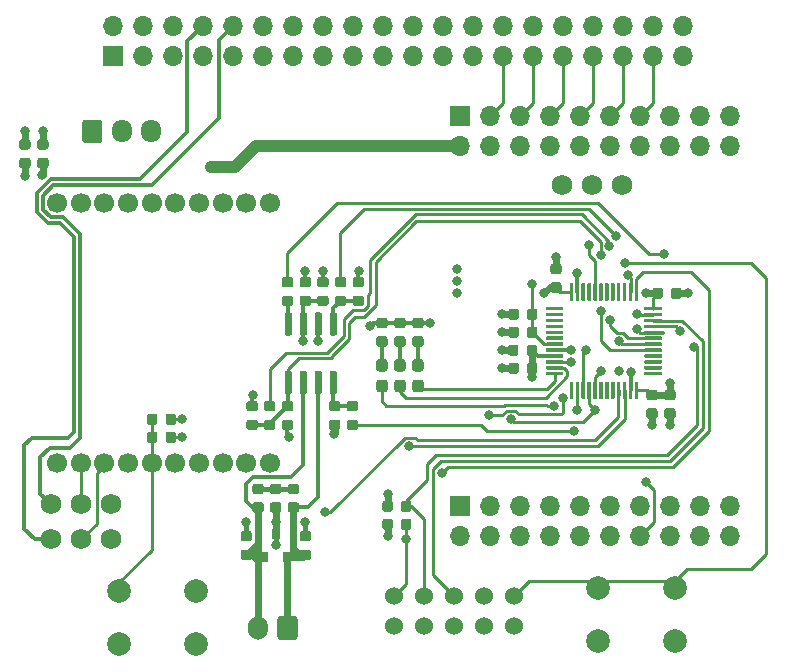
<source format=gbr>
G04 #@! TF.GenerationSoftware,KiCad,Pcbnew,(5.1.5)-3*
G04 #@! TF.CreationDate,2020-11-16T12:55:27+01:00*
G04 #@! TF.ProjectId,bus_raspi,6275735f-7261-4737-9069-2e6b69636164,rev?*
G04 #@! TF.SameCoordinates,Original*
G04 #@! TF.FileFunction,Copper,L1,Top*
G04 #@! TF.FilePolarity,Positive*
%FSLAX46Y46*%
G04 Gerber Fmt 4.6, Leading zero omitted, Abs format (unit mm)*
G04 Created by KiCad (PCBNEW (5.1.5)-3) date 2020-11-16 12:55:27*
%MOMM*%
%LPD*%
G04 APERTURE LIST*
%ADD10C,1.700000*%
%ADD11C,1.750000*%
%ADD12C,0.100000*%
%ADD13C,2.000000*%
%ADD14C,1.524000*%
%ADD15O,1.700000X1.950000*%
%ADD16O,1.700000X1.700000*%
%ADD17R,1.700000X1.700000*%
%ADD18O,1.700000X2.000000*%
%ADD19R,0.800000X0.900000*%
%ADD20C,0.800000*%
%ADD21C,0.250000*%
%ADD22C,0.600000*%
%ADD23C,0.400000*%
%ADD24C,0.300000*%
%ADD25C,1.000000*%
G04 APERTURE END LIST*
D10*
X4000000Y-17500000D03*
X6000000Y-17500000D03*
X8000000Y-17500000D03*
X10000000Y-17500000D03*
X12000000Y-17500000D03*
X14000000Y-17500000D03*
X16000000Y-17500000D03*
X18000000Y-17500000D03*
X20000000Y-17500000D03*
X22000000Y-17500000D03*
X22000000Y-39500000D03*
X20000000Y-39500000D03*
X18000000Y-39500000D03*
X16000000Y-39500000D03*
X14000000Y-39500000D03*
X12000000Y-39500000D03*
X10000000Y-39500000D03*
X8000000Y-39500000D03*
X6000000Y-39500000D03*
X4000000Y-39500000D03*
D11*
X51816000Y-16002000D03*
X49276000Y-16002000D03*
X46736000Y-16002000D03*
X8540000Y-46000000D03*
X6000000Y-46000000D03*
X3460000Y-46000000D03*
X8540000Y-43000000D03*
X6000000Y-43000000D03*
X3460000Y-43000000D03*
G04 #@! TA.AperFunction,SMDPad,CuDef*
D12*
G36*
X44461691Y-26450053D02*
G01*
X44482926Y-26453203D01*
X44503750Y-26458419D01*
X44523962Y-26465651D01*
X44543368Y-26474830D01*
X44561781Y-26485866D01*
X44579024Y-26498654D01*
X44594930Y-26513070D01*
X44609346Y-26528976D01*
X44622134Y-26546219D01*
X44633170Y-26564632D01*
X44642349Y-26584038D01*
X44649581Y-26604250D01*
X44654797Y-26625074D01*
X44657947Y-26646309D01*
X44659000Y-26667750D01*
X44659000Y-27180250D01*
X44657947Y-27201691D01*
X44654797Y-27222926D01*
X44649581Y-27243750D01*
X44642349Y-27263962D01*
X44633170Y-27283368D01*
X44622134Y-27301781D01*
X44609346Y-27319024D01*
X44594930Y-27334930D01*
X44579024Y-27349346D01*
X44561781Y-27362134D01*
X44543368Y-27373170D01*
X44523962Y-27382349D01*
X44503750Y-27389581D01*
X44482926Y-27394797D01*
X44461691Y-27397947D01*
X44440250Y-27399000D01*
X44002750Y-27399000D01*
X43981309Y-27397947D01*
X43960074Y-27394797D01*
X43939250Y-27389581D01*
X43919038Y-27382349D01*
X43899632Y-27373170D01*
X43881219Y-27362134D01*
X43863976Y-27349346D01*
X43848070Y-27334930D01*
X43833654Y-27319024D01*
X43820866Y-27301781D01*
X43809830Y-27283368D01*
X43800651Y-27263962D01*
X43793419Y-27243750D01*
X43788203Y-27222926D01*
X43785053Y-27201691D01*
X43784000Y-27180250D01*
X43784000Y-26667750D01*
X43785053Y-26646309D01*
X43788203Y-26625074D01*
X43793419Y-26604250D01*
X43800651Y-26584038D01*
X43809830Y-26564632D01*
X43820866Y-26546219D01*
X43833654Y-26528976D01*
X43848070Y-26513070D01*
X43863976Y-26498654D01*
X43881219Y-26485866D01*
X43899632Y-26474830D01*
X43919038Y-26465651D01*
X43939250Y-26458419D01*
X43960074Y-26453203D01*
X43981309Y-26450053D01*
X44002750Y-26449000D01*
X44440250Y-26449000D01*
X44461691Y-26450053D01*
G37*
G04 #@! TD.AperFunction*
G04 #@! TA.AperFunction,SMDPad,CuDef*
G36*
X42886691Y-26450053D02*
G01*
X42907926Y-26453203D01*
X42928750Y-26458419D01*
X42948962Y-26465651D01*
X42968368Y-26474830D01*
X42986781Y-26485866D01*
X43004024Y-26498654D01*
X43019930Y-26513070D01*
X43034346Y-26528976D01*
X43047134Y-26546219D01*
X43058170Y-26564632D01*
X43067349Y-26584038D01*
X43074581Y-26604250D01*
X43079797Y-26625074D01*
X43082947Y-26646309D01*
X43084000Y-26667750D01*
X43084000Y-27180250D01*
X43082947Y-27201691D01*
X43079797Y-27222926D01*
X43074581Y-27243750D01*
X43067349Y-27263962D01*
X43058170Y-27283368D01*
X43047134Y-27301781D01*
X43034346Y-27319024D01*
X43019930Y-27334930D01*
X43004024Y-27349346D01*
X42986781Y-27362134D01*
X42968368Y-27373170D01*
X42948962Y-27382349D01*
X42928750Y-27389581D01*
X42907926Y-27394797D01*
X42886691Y-27397947D01*
X42865250Y-27399000D01*
X42427750Y-27399000D01*
X42406309Y-27397947D01*
X42385074Y-27394797D01*
X42364250Y-27389581D01*
X42344038Y-27382349D01*
X42324632Y-27373170D01*
X42306219Y-27362134D01*
X42288976Y-27349346D01*
X42273070Y-27334930D01*
X42258654Y-27319024D01*
X42245866Y-27301781D01*
X42234830Y-27283368D01*
X42225651Y-27263962D01*
X42218419Y-27243750D01*
X42213203Y-27222926D01*
X42210053Y-27201691D01*
X42209000Y-27180250D01*
X42209000Y-26667750D01*
X42210053Y-26646309D01*
X42213203Y-26625074D01*
X42218419Y-26604250D01*
X42225651Y-26584038D01*
X42234830Y-26564632D01*
X42245866Y-26546219D01*
X42258654Y-26528976D01*
X42273070Y-26513070D01*
X42288976Y-26498654D01*
X42306219Y-26485866D01*
X42324632Y-26474830D01*
X42344038Y-26465651D01*
X42364250Y-26458419D01*
X42385074Y-26453203D01*
X42406309Y-26450053D01*
X42427750Y-26449000D01*
X42865250Y-26449000D01*
X42886691Y-26450053D01*
G37*
G04 #@! TD.AperFunction*
G04 #@! TA.AperFunction,SMDPad,CuDef*
G36*
X12279691Y-36864053D02*
G01*
X12300926Y-36867203D01*
X12321750Y-36872419D01*
X12341962Y-36879651D01*
X12361368Y-36888830D01*
X12379781Y-36899866D01*
X12397024Y-36912654D01*
X12412930Y-36927070D01*
X12427346Y-36942976D01*
X12440134Y-36960219D01*
X12451170Y-36978632D01*
X12460349Y-36998038D01*
X12467581Y-37018250D01*
X12472797Y-37039074D01*
X12475947Y-37060309D01*
X12477000Y-37081750D01*
X12477000Y-37594250D01*
X12475947Y-37615691D01*
X12472797Y-37636926D01*
X12467581Y-37657750D01*
X12460349Y-37677962D01*
X12451170Y-37697368D01*
X12440134Y-37715781D01*
X12427346Y-37733024D01*
X12412930Y-37748930D01*
X12397024Y-37763346D01*
X12379781Y-37776134D01*
X12361368Y-37787170D01*
X12341962Y-37796349D01*
X12321750Y-37803581D01*
X12300926Y-37808797D01*
X12279691Y-37811947D01*
X12258250Y-37813000D01*
X11820750Y-37813000D01*
X11799309Y-37811947D01*
X11778074Y-37808797D01*
X11757250Y-37803581D01*
X11737038Y-37796349D01*
X11717632Y-37787170D01*
X11699219Y-37776134D01*
X11681976Y-37763346D01*
X11666070Y-37748930D01*
X11651654Y-37733024D01*
X11638866Y-37715781D01*
X11627830Y-37697368D01*
X11618651Y-37677962D01*
X11611419Y-37657750D01*
X11606203Y-37636926D01*
X11603053Y-37615691D01*
X11602000Y-37594250D01*
X11602000Y-37081750D01*
X11603053Y-37060309D01*
X11606203Y-37039074D01*
X11611419Y-37018250D01*
X11618651Y-36998038D01*
X11627830Y-36978632D01*
X11638866Y-36960219D01*
X11651654Y-36942976D01*
X11666070Y-36927070D01*
X11681976Y-36912654D01*
X11699219Y-36899866D01*
X11717632Y-36888830D01*
X11737038Y-36879651D01*
X11757250Y-36872419D01*
X11778074Y-36867203D01*
X11799309Y-36864053D01*
X11820750Y-36863000D01*
X12258250Y-36863000D01*
X12279691Y-36864053D01*
G37*
G04 #@! TD.AperFunction*
G04 #@! TA.AperFunction,SMDPad,CuDef*
G36*
X13854691Y-36864053D02*
G01*
X13875926Y-36867203D01*
X13896750Y-36872419D01*
X13916962Y-36879651D01*
X13936368Y-36888830D01*
X13954781Y-36899866D01*
X13972024Y-36912654D01*
X13987930Y-36927070D01*
X14002346Y-36942976D01*
X14015134Y-36960219D01*
X14026170Y-36978632D01*
X14035349Y-36998038D01*
X14042581Y-37018250D01*
X14047797Y-37039074D01*
X14050947Y-37060309D01*
X14052000Y-37081750D01*
X14052000Y-37594250D01*
X14050947Y-37615691D01*
X14047797Y-37636926D01*
X14042581Y-37657750D01*
X14035349Y-37677962D01*
X14026170Y-37697368D01*
X14015134Y-37715781D01*
X14002346Y-37733024D01*
X13987930Y-37748930D01*
X13972024Y-37763346D01*
X13954781Y-37776134D01*
X13936368Y-37787170D01*
X13916962Y-37796349D01*
X13896750Y-37803581D01*
X13875926Y-37808797D01*
X13854691Y-37811947D01*
X13833250Y-37813000D01*
X13395750Y-37813000D01*
X13374309Y-37811947D01*
X13353074Y-37808797D01*
X13332250Y-37803581D01*
X13312038Y-37796349D01*
X13292632Y-37787170D01*
X13274219Y-37776134D01*
X13256976Y-37763346D01*
X13241070Y-37748930D01*
X13226654Y-37733024D01*
X13213866Y-37715781D01*
X13202830Y-37697368D01*
X13193651Y-37677962D01*
X13186419Y-37657750D01*
X13181203Y-37636926D01*
X13178053Y-37615691D01*
X13177000Y-37594250D01*
X13177000Y-37081750D01*
X13178053Y-37060309D01*
X13181203Y-37039074D01*
X13186419Y-37018250D01*
X13193651Y-36998038D01*
X13202830Y-36978632D01*
X13213866Y-36960219D01*
X13226654Y-36942976D01*
X13241070Y-36927070D01*
X13256976Y-36912654D01*
X13274219Y-36899866D01*
X13292632Y-36888830D01*
X13312038Y-36879651D01*
X13332250Y-36872419D01*
X13353074Y-36867203D01*
X13374309Y-36864053D01*
X13395750Y-36863000D01*
X13833250Y-36863000D01*
X13854691Y-36864053D01*
G37*
G04 #@! TD.AperFunction*
G04 #@! TA.AperFunction,SMDPad,CuDef*
G36*
X27549703Y-31730722D02*
G01*
X27564264Y-31732882D01*
X27578543Y-31736459D01*
X27592403Y-31741418D01*
X27605710Y-31747712D01*
X27618336Y-31755280D01*
X27630159Y-31764048D01*
X27641066Y-31773934D01*
X27650952Y-31784841D01*
X27659720Y-31796664D01*
X27667288Y-31809290D01*
X27673582Y-31822597D01*
X27678541Y-31836457D01*
X27682118Y-31850736D01*
X27684278Y-31865297D01*
X27685000Y-31880000D01*
X27685000Y-33530000D01*
X27684278Y-33544703D01*
X27682118Y-33559264D01*
X27678541Y-33573543D01*
X27673582Y-33587403D01*
X27667288Y-33600710D01*
X27659720Y-33613336D01*
X27650952Y-33625159D01*
X27641066Y-33636066D01*
X27630159Y-33645952D01*
X27618336Y-33654720D01*
X27605710Y-33662288D01*
X27592403Y-33668582D01*
X27578543Y-33673541D01*
X27564264Y-33677118D01*
X27549703Y-33679278D01*
X27535000Y-33680000D01*
X27235000Y-33680000D01*
X27220297Y-33679278D01*
X27205736Y-33677118D01*
X27191457Y-33673541D01*
X27177597Y-33668582D01*
X27164290Y-33662288D01*
X27151664Y-33654720D01*
X27139841Y-33645952D01*
X27128934Y-33636066D01*
X27119048Y-33625159D01*
X27110280Y-33613336D01*
X27102712Y-33600710D01*
X27096418Y-33587403D01*
X27091459Y-33573543D01*
X27087882Y-33559264D01*
X27085722Y-33544703D01*
X27085000Y-33530000D01*
X27085000Y-31880000D01*
X27085722Y-31865297D01*
X27087882Y-31850736D01*
X27091459Y-31836457D01*
X27096418Y-31822597D01*
X27102712Y-31809290D01*
X27110280Y-31796664D01*
X27119048Y-31784841D01*
X27128934Y-31773934D01*
X27139841Y-31764048D01*
X27151664Y-31755280D01*
X27164290Y-31747712D01*
X27177597Y-31741418D01*
X27191457Y-31736459D01*
X27205736Y-31732882D01*
X27220297Y-31730722D01*
X27235000Y-31730000D01*
X27535000Y-31730000D01*
X27549703Y-31730722D01*
G37*
G04 #@! TD.AperFunction*
G04 #@! TA.AperFunction,SMDPad,CuDef*
G36*
X26279703Y-31730722D02*
G01*
X26294264Y-31732882D01*
X26308543Y-31736459D01*
X26322403Y-31741418D01*
X26335710Y-31747712D01*
X26348336Y-31755280D01*
X26360159Y-31764048D01*
X26371066Y-31773934D01*
X26380952Y-31784841D01*
X26389720Y-31796664D01*
X26397288Y-31809290D01*
X26403582Y-31822597D01*
X26408541Y-31836457D01*
X26412118Y-31850736D01*
X26414278Y-31865297D01*
X26415000Y-31880000D01*
X26415000Y-33530000D01*
X26414278Y-33544703D01*
X26412118Y-33559264D01*
X26408541Y-33573543D01*
X26403582Y-33587403D01*
X26397288Y-33600710D01*
X26389720Y-33613336D01*
X26380952Y-33625159D01*
X26371066Y-33636066D01*
X26360159Y-33645952D01*
X26348336Y-33654720D01*
X26335710Y-33662288D01*
X26322403Y-33668582D01*
X26308543Y-33673541D01*
X26294264Y-33677118D01*
X26279703Y-33679278D01*
X26265000Y-33680000D01*
X25965000Y-33680000D01*
X25950297Y-33679278D01*
X25935736Y-33677118D01*
X25921457Y-33673541D01*
X25907597Y-33668582D01*
X25894290Y-33662288D01*
X25881664Y-33654720D01*
X25869841Y-33645952D01*
X25858934Y-33636066D01*
X25849048Y-33625159D01*
X25840280Y-33613336D01*
X25832712Y-33600710D01*
X25826418Y-33587403D01*
X25821459Y-33573543D01*
X25817882Y-33559264D01*
X25815722Y-33544703D01*
X25815000Y-33530000D01*
X25815000Y-31880000D01*
X25815722Y-31865297D01*
X25817882Y-31850736D01*
X25821459Y-31836457D01*
X25826418Y-31822597D01*
X25832712Y-31809290D01*
X25840280Y-31796664D01*
X25849048Y-31784841D01*
X25858934Y-31773934D01*
X25869841Y-31764048D01*
X25881664Y-31755280D01*
X25894290Y-31747712D01*
X25907597Y-31741418D01*
X25921457Y-31736459D01*
X25935736Y-31732882D01*
X25950297Y-31730722D01*
X25965000Y-31730000D01*
X26265000Y-31730000D01*
X26279703Y-31730722D01*
G37*
G04 #@! TD.AperFunction*
G04 #@! TA.AperFunction,SMDPad,CuDef*
G36*
X25009703Y-31730722D02*
G01*
X25024264Y-31732882D01*
X25038543Y-31736459D01*
X25052403Y-31741418D01*
X25065710Y-31747712D01*
X25078336Y-31755280D01*
X25090159Y-31764048D01*
X25101066Y-31773934D01*
X25110952Y-31784841D01*
X25119720Y-31796664D01*
X25127288Y-31809290D01*
X25133582Y-31822597D01*
X25138541Y-31836457D01*
X25142118Y-31850736D01*
X25144278Y-31865297D01*
X25145000Y-31880000D01*
X25145000Y-33530000D01*
X25144278Y-33544703D01*
X25142118Y-33559264D01*
X25138541Y-33573543D01*
X25133582Y-33587403D01*
X25127288Y-33600710D01*
X25119720Y-33613336D01*
X25110952Y-33625159D01*
X25101066Y-33636066D01*
X25090159Y-33645952D01*
X25078336Y-33654720D01*
X25065710Y-33662288D01*
X25052403Y-33668582D01*
X25038543Y-33673541D01*
X25024264Y-33677118D01*
X25009703Y-33679278D01*
X24995000Y-33680000D01*
X24695000Y-33680000D01*
X24680297Y-33679278D01*
X24665736Y-33677118D01*
X24651457Y-33673541D01*
X24637597Y-33668582D01*
X24624290Y-33662288D01*
X24611664Y-33654720D01*
X24599841Y-33645952D01*
X24588934Y-33636066D01*
X24579048Y-33625159D01*
X24570280Y-33613336D01*
X24562712Y-33600710D01*
X24556418Y-33587403D01*
X24551459Y-33573543D01*
X24547882Y-33559264D01*
X24545722Y-33544703D01*
X24545000Y-33530000D01*
X24545000Y-31880000D01*
X24545722Y-31865297D01*
X24547882Y-31850736D01*
X24551459Y-31836457D01*
X24556418Y-31822597D01*
X24562712Y-31809290D01*
X24570280Y-31796664D01*
X24579048Y-31784841D01*
X24588934Y-31773934D01*
X24599841Y-31764048D01*
X24611664Y-31755280D01*
X24624290Y-31747712D01*
X24637597Y-31741418D01*
X24651457Y-31736459D01*
X24665736Y-31732882D01*
X24680297Y-31730722D01*
X24695000Y-31730000D01*
X24995000Y-31730000D01*
X25009703Y-31730722D01*
G37*
G04 #@! TD.AperFunction*
G04 #@! TA.AperFunction,SMDPad,CuDef*
G36*
X23739703Y-31730722D02*
G01*
X23754264Y-31732882D01*
X23768543Y-31736459D01*
X23782403Y-31741418D01*
X23795710Y-31747712D01*
X23808336Y-31755280D01*
X23820159Y-31764048D01*
X23831066Y-31773934D01*
X23840952Y-31784841D01*
X23849720Y-31796664D01*
X23857288Y-31809290D01*
X23863582Y-31822597D01*
X23868541Y-31836457D01*
X23872118Y-31850736D01*
X23874278Y-31865297D01*
X23875000Y-31880000D01*
X23875000Y-33530000D01*
X23874278Y-33544703D01*
X23872118Y-33559264D01*
X23868541Y-33573543D01*
X23863582Y-33587403D01*
X23857288Y-33600710D01*
X23849720Y-33613336D01*
X23840952Y-33625159D01*
X23831066Y-33636066D01*
X23820159Y-33645952D01*
X23808336Y-33654720D01*
X23795710Y-33662288D01*
X23782403Y-33668582D01*
X23768543Y-33673541D01*
X23754264Y-33677118D01*
X23739703Y-33679278D01*
X23725000Y-33680000D01*
X23425000Y-33680000D01*
X23410297Y-33679278D01*
X23395736Y-33677118D01*
X23381457Y-33673541D01*
X23367597Y-33668582D01*
X23354290Y-33662288D01*
X23341664Y-33654720D01*
X23329841Y-33645952D01*
X23318934Y-33636066D01*
X23309048Y-33625159D01*
X23300280Y-33613336D01*
X23292712Y-33600710D01*
X23286418Y-33587403D01*
X23281459Y-33573543D01*
X23277882Y-33559264D01*
X23275722Y-33544703D01*
X23275000Y-33530000D01*
X23275000Y-31880000D01*
X23275722Y-31865297D01*
X23277882Y-31850736D01*
X23281459Y-31836457D01*
X23286418Y-31822597D01*
X23292712Y-31809290D01*
X23300280Y-31796664D01*
X23309048Y-31784841D01*
X23318934Y-31773934D01*
X23329841Y-31764048D01*
X23341664Y-31755280D01*
X23354290Y-31747712D01*
X23367597Y-31741418D01*
X23381457Y-31736459D01*
X23395736Y-31732882D01*
X23410297Y-31730722D01*
X23425000Y-31730000D01*
X23725000Y-31730000D01*
X23739703Y-31730722D01*
G37*
G04 #@! TD.AperFunction*
G04 #@! TA.AperFunction,SMDPad,CuDef*
G36*
X23739703Y-26780722D02*
G01*
X23754264Y-26782882D01*
X23768543Y-26786459D01*
X23782403Y-26791418D01*
X23795710Y-26797712D01*
X23808336Y-26805280D01*
X23820159Y-26814048D01*
X23831066Y-26823934D01*
X23840952Y-26834841D01*
X23849720Y-26846664D01*
X23857288Y-26859290D01*
X23863582Y-26872597D01*
X23868541Y-26886457D01*
X23872118Y-26900736D01*
X23874278Y-26915297D01*
X23875000Y-26930000D01*
X23875000Y-28580000D01*
X23874278Y-28594703D01*
X23872118Y-28609264D01*
X23868541Y-28623543D01*
X23863582Y-28637403D01*
X23857288Y-28650710D01*
X23849720Y-28663336D01*
X23840952Y-28675159D01*
X23831066Y-28686066D01*
X23820159Y-28695952D01*
X23808336Y-28704720D01*
X23795710Y-28712288D01*
X23782403Y-28718582D01*
X23768543Y-28723541D01*
X23754264Y-28727118D01*
X23739703Y-28729278D01*
X23725000Y-28730000D01*
X23425000Y-28730000D01*
X23410297Y-28729278D01*
X23395736Y-28727118D01*
X23381457Y-28723541D01*
X23367597Y-28718582D01*
X23354290Y-28712288D01*
X23341664Y-28704720D01*
X23329841Y-28695952D01*
X23318934Y-28686066D01*
X23309048Y-28675159D01*
X23300280Y-28663336D01*
X23292712Y-28650710D01*
X23286418Y-28637403D01*
X23281459Y-28623543D01*
X23277882Y-28609264D01*
X23275722Y-28594703D01*
X23275000Y-28580000D01*
X23275000Y-26930000D01*
X23275722Y-26915297D01*
X23277882Y-26900736D01*
X23281459Y-26886457D01*
X23286418Y-26872597D01*
X23292712Y-26859290D01*
X23300280Y-26846664D01*
X23309048Y-26834841D01*
X23318934Y-26823934D01*
X23329841Y-26814048D01*
X23341664Y-26805280D01*
X23354290Y-26797712D01*
X23367597Y-26791418D01*
X23381457Y-26786459D01*
X23395736Y-26782882D01*
X23410297Y-26780722D01*
X23425000Y-26780000D01*
X23725000Y-26780000D01*
X23739703Y-26780722D01*
G37*
G04 #@! TD.AperFunction*
G04 #@! TA.AperFunction,SMDPad,CuDef*
G36*
X25009703Y-26780722D02*
G01*
X25024264Y-26782882D01*
X25038543Y-26786459D01*
X25052403Y-26791418D01*
X25065710Y-26797712D01*
X25078336Y-26805280D01*
X25090159Y-26814048D01*
X25101066Y-26823934D01*
X25110952Y-26834841D01*
X25119720Y-26846664D01*
X25127288Y-26859290D01*
X25133582Y-26872597D01*
X25138541Y-26886457D01*
X25142118Y-26900736D01*
X25144278Y-26915297D01*
X25145000Y-26930000D01*
X25145000Y-28580000D01*
X25144278Y-28594703D01*
X25142118Y-28609264D01*
X25138541Y-28623543D01*
X25133582Y-28637403D01*
X25127288Y-28650710D01*
X25119720Y-28663336D01*
X25110952Y-28675159D01*
X25101066Y-28686066D01*
X25090159Y-28695952D01*
X25078336Y-28704720D01*
X25065710Y-28712288D01*
X25052403Y-28718582D01*
X25038543Y-28723541D01*
X25024264Y-28727118D01*
X25009703Y-28729278D01*
X24995000Y-28730000D01*
X24695000Y-28730000D01*
X24680297Y-28729278D01*
X24665736Y-28727118D01*
X24651457Y-28723541D01*
X24637597Y-28718582D01*
X24624290Y-28712288D01*
X24611664Y-28704720D01*
X24599841Y-28695952D01*
X24588934Y-28686066D01*
X24579048Y-28675159D01*
X24570280Y-28663336D01*
X24562712Y-28650710D01*
X24556418Y-28637403D01*
X24551459Y-28623543D01*
X24547882Y-28609264D01*
X24545722Y-28594703D01*
X24545000Y-28580000D01*
X24545000Y-26930000D01*
X24545722Y-26915297D01*
X24547882Y-26900736D01*
X24551459Y-26886457D01*
X24556418Y-26872597D01*
X24562712Y-26859290D01*
X24570280Y-26846664D01*
X24579048Y-26834841D01*
X24588934Y-26823934D01*
X24599841Y-26814048D01*
X24611664Y-26805280D01*
X24624290Y-26797712D01*
X24637597Y-26791418D01*
X24651457Y-26786459D01*
X24665736Y-26782882D01*
X24680297Y-26780722D01*
X24695000Y-26780000D01*
X24995000Y-26780000D01*
X25009703Y-26780722D01*
G37*
G04 #@! TD.AperFunction*
G04 #@! TA.AperFunction,SMDPad,CuDef*
G36*
X26279703Y-26780722D02*
G01*
X26294264Y-26782882D01*
X26308543Y-26786459D01*
X26322403Y-26791418D01*
X26335710Y-26797712D01*
X26348336Y-26805280D01*
X26360159Y-26814048D01*
X26371066Y-26823934D01*
X26380952Y-26834841D01*
X26389720Y-26846664D01*
X26397288Y-26859290D01*
X26403582Y-26872597D01*
X26408541Y-26886457D01*
X26412118Y-26900736D01*
X26414278Y-26915297D01*
X26415000Y-26930000D01*
X26415000Y-28580000D01*
X26414278Y-28594703D01*
X26412118Y-28609264D01*
X26408541Y-28623543D01*
X26403582Y-28637403D01*
X26397288Y-28650710D01*
X26389720Y-28663336D01*
X26380952Y-28675159D01*
X26371066Y-28686066D01*
X26360159Y-28695952D01*
X26348336Y-28704720D01*
X26335710Y-28712288D01*
X26322403Y-28718582D01*
X26308543Y-28723541D01*
X26294264Y-28727118D01*
X26279703Y-28729278D01*
X26265000Y-28730000D01*
X25965000Y-28730000D01*
X25950297Y-28729278D01*
X25935736Y-28727118D01*
X25921457Y-28723541D01*
X25907597Y-28718582D01*
X25894290Y-28712288D01*
X25881664Y-28704720D01*
X25869841Y-28695952D01*
X25858934Y-28686066D01*
X25849048Y-28675159D01*
X25840280Y-28663336D01*
X25832712Y-28650710D01*
X25826418Y-28637403D01*
X25821459Y-28623543D01*
X25817882Y-28609264D01*
X25815722Y-28594703D01*
X25815000Y-28580000D01*
X25815000Y-26930000D01*
X25815722Y-26915297D01*
X25817882Y-26900736D01*
X25821459Y-26886457D01*
X25826418Y-26872597D01*
X25832712Y-26859290D01*
X25840280Y-26846664D01*
X25849048Y-26834841D01*
X25858934Y-26823934D01*
X25869841Y-26814048D01*
X25881664Y-26805280D01*
X25894290Y-26797712D01*
X25907597Y-26791418D01*
X25921457Y-26786459D01*
X25935736Y-26782882D01*
X25950297Y-26780722D01*
X25965000Y-26780000D01*
X26265000Y-26780000D01*
X26279703Y-26780722D01*
G37*
G04 #@! TD.AperFunction*
G04 #@! TA.AperFunction,SMDPad,CuDef*
G36*
X27549703Y-26780722D02*
G01*
X27564264Y-26782882D01*
X27578543Y-26786459D01*
X27592403Y-26791418D01*
X27605710Y-26797712D01*
X27618336Y-26805280D01*
X27630159Y-26814048D01*
X27641066Y-26823934D01*
X27650952Y-26834841D01*
X27659720Y-26846664D01*
X27667288Y-26859290D01*
X27673582Y-26872597D01*
X27678541Y-26886457D01*
X27682118Y-26900736D01*
X27684278Y-26915297D01*
X27685000Y-26930000D01*
X27685000Y-28580000D01*
X27684278Y-28594703D01*
X27682118Y-28609264D01*
X27678541Y-28623543D01*
X27673582Y-28637403D01*
X27667288Y-28650710D01*
X27659720Y-28663336D01*
X27650952Y-28675159D01*
X27641066Y-28686066D01*
X27630159Y-28695952D01*
X27618336Y-28704720D01*
X27605710Y-28712288D01*
X27592403Y-28718582D01*
X27578543Y-28723541D01*
X27564264Y-28727118D01*
X27549703Y-28729278D01*
X27535000Y-28730000D01*
X27235000Y-28730000D01*
X27220297Y-28729278D01*
X27205736Y-28727118D01*
X27191457Y-28723541D01*
X27177597Y-28718582D01*
X27164290Y-28712288D01*
X27151664Y-28704720D01*
X27139841Y-28695952D01*
X27128934Y-28686066D01*
X27119048Y-28675159D01*
X27110280Y-28663336D01*
X27102712Y-28650710D01*
X27096418Y-28637403D01*
X27091459Y-28623543D01*
X27087882Y-28609264D01*
X27085722Y-28594703D01*
X27085000Y-28580000D01*
X27085000Y-26930000D01*
X27085722Y-26915297D01*
X27087882Y-26900736D01*
X27091459Y-26886457D01*
X27096418Y-26872597D01*
X27102712Y-26859290D01*
X27110280Y-26846664D01*
X27119048Y-26834841D01*
X27128934Y-26823934D01*
X27139841Y-26814048D01*
X27151664Y-26805280D01*
X27164290Y-26797712D01*
X27177597Y-26791418D01*
X27191457Y-26786459D01*
X27205736Y-26782882D01*
X27220297Y-26780722D01*
X27235000Y-26780000D01*
X27535000Y-26780000D01*
X27549703Y-26780722D01*
G37*
G04 #@! TD.AperFunction*
G04 #@! TA.AperFunction,SMDPad,CuDef*
G36*
X47624351Y-24310361D02*
G01*
X47631632Y-24311441D01*
X47638771Y-24313229D01*
X47645701Y-24315709D01*
X47652355Y-24318856D01*
X47658668Y-24322640D01*
X47664579Y-24327024D01*
X47670033Y-24331967D01*
X47674976Y-24337421D01*
X47679360Y-24343332D01*
X47683144Y-24349645D01*
X47686291Y-24356299D01*
X47688771Y-24363229D01*
X47690559Y-24370368D01*
X47691639Y-24377649D01*
X47692000Y-24385000D01*
X47692000Y-25710000D01*
X47691639Y-25717351D01*
X47690559Y-25724632D01*
X47688771Y-25731771D01*
X47686291Y-25738701D01*
X47683144Y-25745355D01*
X47679360Y-25751668D01*
X47674976Y-25757579D01*
X47670033Y-25763033D01*
X47664579Y-25767976D01*
X47658668Y-25772360D01*
X47652355Y-25776144D01*
X47645701Y-25779291D01*
X47638771Y-25781771D01*
X47631632Y-25783559D01*
X47624351Y-25784639D01*
X47617000Y-25785000D01*
X47467000Y-25785000D01*
X47459649Y-25784639D01*
X47452368Y-25783559D01*
X47445229Y-25781771D01*
X47438299Y-25779291D01*
X47431645Y-25776144D01*
X47425332Y-25772360D01*
X47419421Y-25767976D01*
X47413967Y-25763033D01*
X47409024Y-25757579D01*
X47404640Y-25751668D01*
X47400856Y-25745355D01*
X47397709Y-25738701D01*
X47395229Y-25731771D01*
X47393441Y-25724632D01*
X47392361Y-25717351D01*
X47392000Y-25710000D01*
X47392000Y-24385000D01*
X47392361Y-24377649D01*
X47393441Y-24370368D01*
X47395229Y-24363229D01*
X47397709Y-24356299D01*
X47400856Y-24349645D01*
X47404640Y-24343332D01*
X47409024Y-24337421D01*
X47413967Y-24331967D01*
X47419421Y-24327024D01*
X47425332Y-24322640D01*
X47431645Y-24318856D01*
X47438299Y-24315709D01*
X47445229Y-24313229D01*
X47452368Y-24311441D01*
X47459649Y-24310361D01*
X47467000Y-24310000D01*
X47617000Y-24310000D01*
X47624351Y-24310361D01*
G37*
G04 #@! TD.AperFunction*
G04 #@! TA.AperFunction,SMDPad,CuDef*
G36*
X48124351Y-24310361D02*
G01*
X48131632Y-24311441D01*
X48138771Y-24313229D01*
X48145701Y-24315709D01*
X48152355Y-24318856D01*
X48158668Y-24322640D01*
X48164579Y-24327024D01*
X48170033Y-24331967D01*
X48174976Y-24337421D01*
X48179360Y-24343332D01*
X48183144Y-24349645D01*
X48186291Y-24356299D01*
X48188771Y-24363229D01*
X48190559Y-24370368D01*
X48191639Y-24377649D01*
X48192000Y-24385000D01*
X48192000Y-25710000D01*
X48191639Y-25717351D01*
X48190559Y-25724632D01*
X48188771Y-25731771D01*
X48186291Y-25738701D01*
X48183144Y-25745355D01*
X48179360Y-25751668D01*
X48174976Y-25757579D01*
X48170033Y-25763033D01*
X48164579Y-25767976D01*
X48158668Y-25772360D01*
X48152355Y-25776144D01*
X48145701Y-25779291D01*
X48138771Y-25781771D01*
X48131632Y-25783559D01*
X48124351Y-25784639D01*
X48117000Y-25785000D01*
X47967000Y-25785000D01*
X47959649Y-25784639D01*
X47952368Y-25783559D01*
X47945229Y-25781771D01*
X47938299Y-25779291D01*
X47931645Y-25776144D01*
X47925332Y-25772360D01*
X47919421Y-25767976D01*
X47913967Y-25763033D01*
X47909024Y-25757579D01*
X47904640Y-25751668D01*
X47900856Y-25745355D01*
X47897709Y-25738701D01*
X47895229Y-25731771D01*
X47893441Y-25724632D01*
X47892361Y-25717351D01*
X47892000Y-25710000D01*
X47892000Y-24385000D01*
X47892361Y-24377649D01*
X47893441Y-24370368D01*
X47895229Y-24363229D01*
X47897709Y-24356299D01*
X47900856Y-24349645D01*
X47904640Y-24343332D01*
X47909024Y-24337421D01*
X47913967Y-24331967D01*
X47919421Y-24327024D01*
X47925332Y-24322640D01*
X47931645Y-24318856D01*
X47938299Y-24315709D01*
X47945229Y-24313229D01*
X47952368Y-24311441D01*
X47959649Y-24310361D01*
X47967000Y-24310000D01*
X48117000Y-24310000D01*
X48124351Y-24310361D01*
G37*
G04 #@! TD.AperFunction*
G04 #@! TA.AperFunction,SMDPad,CuDef*
G36*
X48624351Y-24310361D02*
G01*
X48631632Y-24311441D01*
X48638771Y-24313229D01*
X48645701Y-24315709D01*
X48652355Y-24318856D01*
X48658668Y-24322640D01*
X48664579Y-24327024D01*
X48670033Y-24331967D01*
X48674976Y-24337421D01*
X48679360Y-24343332D01*
X48683144Y-24349645D01*
X48686291Y-24356299D01*
X48688771Y-24363229D01*
X48690559Y-24370368D01*
X48691639Y-24377649D01*
X48692000Y-24385000D01*
X48692000Y-25710000D01*
X48691639Y-25717351D01*
X48690559Y-25724632D01*
X48688771Y-25731771D01*
X48686291Y-25738701D01*
X48683144Y-25745355D01*
X48679360Y-25751668D01*
X48674976Y-25757579D01*
X48670033Y-25763033D01*
X48664579Y-25767976D01*
X48658668Y-25772360D01*
X48652355Y-25776144D01*
X48645701Y-25779291D01*
X48638771Y-25781771D01*
X48631632Y-25783559D01*
X48624351Y-25784639D01*
X48617000Y-25785000D01*
X48467000Y-25785000D01*
X48459649Y-25784639D01*
X48452368Y-25783559D01*
X48445229Y-25781771D01*
X48438299Y-25779291D01*
X48431645Y-25776144D01*
X48425332Y-25772360D01*
X48419421Y-25767976D01*
X48413967Y-25763033D01*
X48409024Y-25757579D01*
X48404640Y-25751668D01*
X48400856Y-25745355D01*
X48397709Y-25738701D01*
X48395229Y-25731771D01*
X48393441Y-25724632D01*
X48392361Y-25717351D01*
X48392000Y-25710000D01*
X48392000Y-24385000D01*
X48392361Y-24377649D01*
X48393441Y-24370368D01*
X48395229Y-24363229D01*
X48397709Y-24356299D01*
X48400856Y-24349645D01*
X48404640Y-24343332D01*
X48409024Y-24337421D01*
X48413967Y-24331967D01*
X48419421Y-24327024D01*
X48425332Y-24322640D01*
X48431645Y-24318856D01*
X48438299Y-24315709D01*
X48445229Y-24313229D01*
X48452368Y-24311441D01*
X48459649Y-24310361D01*
X48467000Y-24310000D01*
X48617000Y-24310000D01*
X48624351Y-24310361D01*
G37*
G04 #@! TD.AperFunction*
G04 #@! TA.AperFunction,SMDPad,CuDef*
G36*
X49124351Y-24310361D02*
G01*
X49131632Y-24311441D01*
X49138771Y-24313229D01*
X49145701Y-24315709D01*
X49152355Y-24318856D01*
X49158668Y-24322640D01*
X49164579Y-24327024D01*
X49170033Y-24331967D01*
X49174976Y-24337421D01*
X49179360Y-24343332D01*
X49183144Y-24349645D01*
X49186291Y-24356299D01*
X49188771Y-24363229D01*
X49190559Y-24370368D01*
X49191639Y-24377649D01*
X49192000Y-24385000D01*
X49192000Y-25710000D01*
X49191639Y-25717351D01*
X49190559Y-25724632D01*
X49188771Y-25731771D01*
X49186291Y-25738701D01*
X49183144Y-25745355D01*
X49179360Y-25751668D01*
X49174976Y-25757579D01*
X49170033Y-25763033D01*
X49164579Y-25767976D01*
X49158668Y-25772360D01*
X49152355Y-25776144D01*
X49145701Y-25779291D01*
X49138771Y-25781771D01*
X49131632Y-25783559D01*
X49124351Y-25784639D01*
X49117000Y-25785000D01*
X48967000Y-25785000D01*
X48959649Y-25784639D01*
X48952368Y-25783559D01*
X48945229Y-25781771D01*
X48938299Y-25779291D01*
X48931645Y-25776144D01*
X48925332Y-25772360D01*
X48919421Y-25767976D01*
X48913967Y-25763033D01*
X48909024Y-25757579D01*
X48904640Y-25751668D01*
X48900856Y-25745355D01*
X48897709Y-25738701D01*
X48895229Y-25731771D01*
X48893441Y-25724632D01*
X48892361Y-25717351D01*
X48892000Y-25710000D01*
X48892000Y-24385000D01*
X48892361Y-24377649D01*
X48893441Y-24370368D01*
X48895229Y-24363229D01*
X48897709Y-24356299D01*
X48900856Y-24349645D01*
X48904640Y-24343332D01*
X48909024Y-24337421D01*
X48913967Y-24331967D01*
X48919421Y-24327024D01*
X48925332Y-24322640D01*
X48931645Y-24318856D01*
X48938299Y-24315709D01*
X48945229Y-24313229D01*
X48952368Y-24311441D01*
X48959649Y-24310361D01*
X48967000Y-24310000D01*
X49117000Y-24310000D01*
X49124351Y-24310361D01*
G37*
G04 #@! TD.AperFunction*
G04 #@! TA.AperFunction,SMDPad,CuDef*
G36*
X49624351Y-24310361D02*
G01*
X49631632Y-24311441D01*
X49638771Y-24313229D01*
X49645701Y-24315709D01*
X49652355Y-24318856D01*
X49658668Y-24322640D01*
X49664579Y-24327024D01*
X49670033Y-24331967D01*
X49674976Y-24337421D01*
X49679360Y-24343332D01*
X49683144Y-24349645D01*
X49686291Y-24356299D01*
X49688771Y-24363229D01*
X49690559Y-24370368D01*
X49691639Y-24377649D01*
X49692000Y-24385000D01*
X49692000Y-25710000D01*
X49691639Y-25717351D01*
X49690559Y-25724632D01*
X49688771Y-25731771D01*
X49686291Y-25738701D01*
X49683144Y-25745355D01*
X49679360Y-25751668D01*
X49674976Y-25757579D01*
X49670033Y-25763033D01*
X49664579Y-25767976D01*
X49658668Y-25772360D01*
X49652355Y-25776144D01*
X49645701Y-25779291D01*
X49638771Y-25781771D01*
X49631632Y-25783559D01*
X49624351Y-25784639D01*
X49617000Y-25785000D01*
X49467000Y-25785000D01*
X49459649Y-25784639D01*
X49452368Y-25783559D01*
X49445229Y-25781771D01*
X49438299Y-25779291D01*
X49431645Y-25776144D01*
X49425332Y-25772360D01*
X49419421Y-25767976D01*
X49413967Y-25763033D01*
X49409024Y-25757579D01*
X49404640Y-25751668D01*
X49400856Y-25745355D01*
X49397709Y-25738701D01*
X49395229Y-25731771D01*
X49393441Y-25724632D01*
X49392361Y-25717351D01*
X49392000Y-25710000D01*
X49392000Y-24385000D01*
X49392361Y-24377649D01*
X49393441Y-24370368D01*
X49395229Y-24363229D01*
X49397709Y-24356299D01*
X49400856Y-24349645D01*
X49404640Y-24343332D01*
X49409024Y-24337421D01*
X49413967Y-24331967D01*
X49419421Y-24327024D01*
X49425332Y-24322640D01*
X49431645Y-24318856D01*
X49438299Y-24315709D01*
X49445229Y-24313229D01*
X49452368Y-24311441D01*
X49459649Y-24310361D01*
X49467000Y-24310000D01*
X49617000Y-24310000D01*
X49624351Y-24310361D01*
G37*
G04 #@! TD.AperFunction*
G04 #@! TA.AperFunction,SMDPad,CuDef*
G36*
X50124351Y-24310361D02*
G01*
X50131632Y-24311441D01*
X50138771Y-24313229D01*
X50145701Y-24315709D01*
X50152355Y-24318856D01*
X50158668Y-24322640D01*
X50164579Y-24327024D01*
X50170033Y-24331967D01*
X50174976Y-24337421D01*
X50179360Y-24343332D01*
X50183144Y-24349645D01*
X50186291Y-24356299D01*
X50188771Y-24363229D01*
X50190559Y-24370368D01*
X50191639Y-24377649D01*
X50192000Y-24385000D01*
X50192000Y-25710000D01*
X50191639Y-25717351D01*
X50190559Y-25724632D01*
X50188771Y-25731771D01*
X50186291Y-25738701D01*
X50183144Y-25745355D01*
X50179360Y-25751668D01*
X50174976Y-25757579D01*
X50170033Y-25763033D01*
X50164579Y-25767976D01*
X50158668Y-25772360D01*
X50152355Y-25776144D01*
X50145701Y-25779291D01*
X50138771Y-25781771D01*
X50131632Y-25783559D01*
X50124351Y-25784639D01*
X50117000Y-25785000D01*
X49967000Y-25785000D01*
X49959649Y-25784639D01*
X49952368Y-25783559D01*
X49945229Y-25781771D01*
X49938299Y-25779291D01*
X49931645Y-25776144D01*
X49925332Y-25772360D01*
X49919421Y-25767976D01*
X49913967Y-25763033D01*
X49909024Y-25757579D01*
X49904640Y-25751668D01*
X49900856Y-25745355D01*
X49897709Y-25738701D01*
X49895229Y-25731771D01*
X49893441Y-25724632D01*
X49892361Y-25717351D01*
X49892000Y-25710000D01*
X49892000Y-24385000D01*
X49892361Y-24377649D01*
X49893441Y-24370368D01*
X49895229Y-24363229D01*
X49897709Y-24356299D01*
X49900856Y-24349645D01*
X49904640Y-24343332D01*
X49909024Y-24337421D01*
X49913967Y-24331967D01*
X49919421Y-24327024D01*
X49925332Y-24322640D01*
X49931645Y-24318856D01*
X49938299Y-24315709D01*
X49945229Y-24313229D01*
X49952368Y-24311441D01*
X49959649Y-24310361D01*
X49967000Y-24310000D01*
X50117000Y-24310000D01*
X50124351Y-24310361D01*
G37*
G04 #@! TD.AperFunction*
G04 #@! TA.AperFunction,SMDPad,CuDef*
G36*
X50624351Y-24310361D02*
G01*
X50631632Y-24311441D01*
X50638771Y-24313229D01*
X50645701Y-24315709D01*
X50652355Y-24318856D01*
X50658668Y-24322640D01*
X50664579Y-24327024D01*
X50670033Y-24331967D01*
X50674976Y-24337421D01*
X50679360Y-24343332D01*
X50683144Y-24349645D01*
X50686291Y-24356299D01*
X50688771Y-24363229D01*
X50690559Y-24370368D01*
X50691639Y-24377649D01*
X50692000Y-24385000D01*
X50692000Y-25710000D01*
X50691639Y-25717351D01*
X50690559Y-25724632D01*
X50688771Y-25731771D01*
X50686291Y-25738701D01*
X50683144Y-25745355D01*
X50679360Y-25751668D01*
X50674976Y-25757579D01*
X50670033Y-25763033D01*
X50664579Y-25767976D01*
X50658668Y-25772360D01*
X50652355Y-25776144D01*
X50645701Y-25779291D01*
X50638771Y-25781771D01*
X50631632Y-25783559D01*
X50624351Y-25784639D01*
X50617000Y-25785000D01*
X50467000Y-25785000D01*
X50459649Y-25784639D01*
X50452368Y-25783559D01*
X50445229Y-25781771D01*
X50438299Y-25779291D01*
X50431645Y-25776144D01*
X50425332Y-25772360D01*
X50419421Y-25767976D01*
X50413967Y-25763033D01*
X50409024Y-25757579D01*
X50404640Y-25751668D01*
X50400856Y-25745355D01*
X50397709Y-25738701D01*
X50395229Y-25731771D01*
X50393441Y-25724632D01*
X50392361Y-25717351D01*
X50392000Y-25710000D01*
X50392000Y-24385000D01*
X50392361Y-24377649D01*
X50393441Y-24370368D01*
X50395229Y-24363229D01*
X50397709Y-24356299D01*
X50400856Y-24349645D01*
X50404640Y-24343332D01*
X50409024Y-24337421D01*
X50413967Y-24331967D01*
X50419421Y-24327024D01*
X50425332Y-24322640D01*
X50431645Y-24318856D01*
X50438299Y-24315709D01*
X50445229Y-24313229D01*
X50452368Y-24311441D01*
X50459649Y-24310361D01*
X50467000Y-24310000D01*
X50617000Y-24310000D01*
X50624351Y-24310361D01*
G37*
G04 #@! TD.AperFunction*
G04 #@! TA.AperFunction,SMDPad,CuDef*
G36*
X51124351Y-24310361D02*
G01*
X51131632Y-24311441D01*
X51138771Y-24313229D01*
X51145701Y-24315709D01*
X51152355Y-24318856D01*
X51158668Y-24322640D01*
X51164579Y-24327024D01*
X51170033Y-24331967D01*
X51174976Y-24337421D01*
X51179360Y-24343332D01*
X51183144Y-24349645D01*
X51186291Y-24356299D01*
X51188771Y-24363229D01*
X51190559Y-24370368D01*
X51191639Y-24377649D01*
X51192000Y-24385000D01*
X51192000Y-25710000D01*
X51191639Y-25717351D01*
X51190559Y-25724632D01*
X51188771Y-25731771D01*
X51186291Y-25738701D01*
X51183144Y-25745355D01*
X51179360Y-25751668D01*
X51174976Y-25757579D01*
X51170033Y-25763033D01*
X51164579Y-25767976D01*
X51158668Y-25772360D01*
X51152355Y-25776144D01*
X51145701Y-25779291D01*
X51138771Y-25781771D01*
X51131632Y-25783559D01*
X51124351Y-25784639D01*
X51117000Y-25785000D01*
X50967000Y-25785000D01*
X50959649Y-25784639D01*
X50952368Y-25783559D01*
X50945229Y-25781771D01*
X50938299Y-25779291D01*
X50931645Y-25776144D01*
X50925332Y-25772360D01*
X50919421Y-25767976D01*
X50913967Y-25763033D01*
X50909024Y-25757579D01*
X50904640Y-25751668D01*
X50900856Y-25745355D01*
X50897709Y-25738701D01*
X50895229Y-25731771D01*
X50893441Y-25724632D01*
X50892361Y-25717351D01*
X50892000Y-25710000D01*
X50892000Y-24385000D01*
X50892361Y-24377649D01*
X50893441Y-24370368D01*
X50895229Y-24363229D01*
X50897709Y-24356299D01*
X50900856Y-24349645D01*
X50904640Y-24343332D01*
X50909024Y-24337421D01*
X50913967Y-24331967D01*
X50919421Y-24327024D01*
X50925332Y-24322640D01*
X50931645Y-24318856D01*
X50938299Y-24315709D01*
X50945229Y-24313229D01*
X50952368Y-24311441D01*
X50959649Y-24310361D01*
X50967000Y-24310000D01*
X51117000Y-24310000D01*
X51124351Y-24310361D01*
G37*
G04 #@! TD.AperFunction*
G04 #@! TA.AperFunction,SMDPad,CuDef*
G36*
X51624351Y-24310361D02*
G01*
X51631632Y-24311441D01*
X51638771Y-24313229D01*
X51645701Y-24315709D01*
X51652355Y-24318856D01*
X51658668Y-24322640D01*
X51664579Y-24327024D01*
X51670033Y-24331967D01*
X51674976Y-24337421D01*
X51679360Y-24343332D01*
X51683144Y-24349645D01*
X51686291Y-24356299D01*
X51688771Y-24363229D01*
X51690559Y-24370368D01*
X51691639Y-24377649D01*
X51692000Y-24385000D01*
X51692000Y-25710000D01*
X51691639Y-25717351D01*
X51690559Y-25724632D01*
X51688771Y-25731771D01*
X51686291Y-25738701D01*
X51683144Y-25745355D01*
X51679360Y-25751668D01*
X51674976Y-25757579D01*
X51670033Y-25763033D01*
X51664579Y-25767976D01*
X51658668Y-25772360D01*
X51652355Y-25776144D01*
X51645701Y-25779291D01*
X51638771Y-25781771D01*
X51631632Y-25783559D01*
X51624351Y-25784639D01*
X51617000Y-25785000D01*
X51467000Y-25785000D01*
X51459649Y-25784639D01*
X51452368Y-25783559D01*
X51445229Y-25781771D01*
X51438299Y-25779291D01*
X51431645Y-25776144D01*
X51425332Y-25772360D01*
X51419421Y-25767976D01*
X51413967Y-25763033D01*
X51409024Y-25757579D01*
X51404640Y-25751668D01*
X51400856Y-25745355D01*
X51397709Y-25738701D01*
X51395229Y-25731771D01*
X51393441Y-25724632D01*
X51392361Y-25717351D01*
X51392000Y-25710000D01*
X51392000Y-24385000D01*
X51392361Y-24377649D01*
X51393441Y-24370368D01*
X51395229Y-24363229D01*
X51397709Y-24356299D01*
X51400856Y-24349645D01*
X51404640Y-24343332D01*
X51409024Y-24337421D01*
X51413967Y-24331967D01*
X51419421Y-24327024D01*
X51425332Y-24322640D01*
X51431645Y-24318856D01*
X51438299Y-24315709D01*
X51445229Y-24313229D01*
X51452368Y-24311441D01*
X51459649Y-24310361D01*
X51467000Y-24310000D01*
X51617000Y-24310000D01*
X51624351Y-24310361D01*
G37*
G04 #@! TD.AperFunction*
G04 #@! TA.AperFunction,SMDPad,CuDef*
G36*
X52124351Y-24310361D02*
G01*
X52131632Y-24311441D01*
X52138771Y-24313229D01*
X52145701Y-24315709D01*
X52152355Y-24318856D01*
X52158668Y-24322640D01*
X52164579Y-24327024D01*
X52170033Y-24331967D01*
X52174976Y-24337421D01*
X52179360Y-24343332D01*
X52183144Y-24349645D01*
X52186291Y-24356299D01*
X52188771Y-24363229D01*
X52190559Y-24370368D01*
X52191639Y-24377649D01*
X52192000Y-24385000D01*
X52192000Y-25710000D01*
X52191639Y-25717351D01*
X52190559Y-25724632D01*
X52188771Y-25731771D01*
X52186291Y-25738701D01*
X52183144Y-25745355D01*
X52179360Y-25751668D01*
X52174976Y-25757579D01*
X52170033Y-25763033D01*
X52164579Y-25767976D01*
X52158668Y-25772360D01*
X52152355Y-25776144D01*
X52145701Y-25779291D01*
X52138771Y-25781771D01*
X52131632Y-25783559D01*
X52124351Y-25784639D01*
X52117000Y-25785000D01*
X51967000Y-25785000D01*
X51959649Y-25784639D01*
X51952368Y-25783559D01*
X51945229Y-25781771D01*
X51938299Y-25779291D01*
X51931645Y-25776144D01*
X51925332Y-25772360D01*
X51919421Y-25767976D01*
X51913967Y-25763033D01*
X51909024Y-25757579D01*
X51904640Y-25751668D01*
X51900856Y-25745355D01*
X51897709Y-25738701D01*
X51895229Y-25731771D01*
X51893441Y-25724632D01*
X51892361Y-25717351D01*
X51892000Y-25710000D01*
X51892000Y-24385000D01*
X51892361Y-24377649D01*
X51893441Y-24370368D01*
X51895229Y-24363229D01*
X51897709Y-24356299D01*
X51900856Y-24349645D01*
X51904640Y-24343332D01*
X51909024Y-24337421D01*
X51913967Y-24331967D01*
X51919421Y-24327024D01*
X51925332Y-24322640D01*
X51931645Y-24318856D01*
X51938299Y-24315709D01*
X51945229Y-24313229D01*
X51952368Y-24311441D01*
X51959649Y-24310361D01*
X51967000Y-24310000D01*
X52117000Y-24310000D01*
X52124351Y-24310361D01*
G37*
G04 #@! TD.AperFunction*
G04 #@! TA.AperFunction,SMDPad,CuDef*
G36*
X52624351Y-24310361D02*
G01*
X52631632Y-24311441D01*
X52638771Y-24313229D01*
X52645701Y-24315709D01*
X52652355Y-24318856D01*
X52658668Y-24322640D01*
X52664579Y-24327024D01*
X52670033Y-24331967D01*
X52674976Y-24337421D01*
X52679360Y-24343332D01*
X52683144Y-24349645D01*
X52686291Y-24356299D01*
X52688771Y-24363229D01*
X52690559Y-24370368D01*
X52691639Y-24377649D01*
X52692000Y-24385000D01*
X52692000Y-25710000D01*
X52691639Y-25717351D01*
X52690559Y-25724632D01*
X52688771Y-25731771D01*
X52686291Y-25738701D01*
X52683144Y-25745355D01*
X52679360Y-25751668D01*
X52674976Y-25757579D01*
X52670033Y-25763033D01*
X52664579Y-25767976D01*
X52658668Y-25772360D01*
X52652355Y-25776144D01*
X52645701Y-25779291D01*
X52638771Y-25781771D01*
X52631632Y-25783559D01*
X52624351Y-25784639D01*
X52617000Y-25785000D01*
X52467000Y-25785000D01*
X52459649Y-25784639D01*
X52452368Y-25783559D01*
X52445229Y-25781771D01*
X52438299Y-25779291D01*
X52431645Y-25776144D01*
X52425332Y-25772360D01*
X52419421Y-25767976D01*
X52413967Y-25763033D01*
X52409024Y-25757579D01*
X52404640Y-25751668D01*
X52400856Y-25745355D01*
X52397709Y-25738701D01*
X52395229Y-25731771D01*
X52393441Y-25724632D01*
X52392361Y-25717351D01*
X52392000Y-25710000D01*
X52392000Y-24385000D01*
X52392361Y-24377649D01*
X52393441Y-24370368D01*
X52395229Y-24363229D01*
X52397709Y-24356299D01*
X52400856Y-24349645D01*
X52404640Y-24343332D01*
X52409024Y-24337421D01*
X52413967Y-24331967D01*
X52419421Y-24327024D01*
X52425332Y-24322640D01*
X52431645Y-24318856D01*
X52438299Y-24315709D01*
X52445229Y-24313229D01*
X52452368Y-24311441D01*
X52459649Y-24310361D01*
X52467000Y-24310000D01*
X52617000Y-24310000D01*
X52624351Y-24310361D01*
G37*
G04 #@! TD.AperFunction*
G04 #@! TA.AperFunction,SMDPad,CuDef*
G36*
X53124351Y-24310361D02*
G01*
X53131632Y-24311441D01*
X53138771Y-24313229D01*
X53145701Y-24315709D01*
X53152355Y-24318856D01*
X53158668Y-24322640D01*
X53164579Y-24327024D01*
X53170033Y-24331967D01*
X53174976Y-24337421D01*
X53179360Y-24343332D01*
X53183144Y-24349645D01*
X53186291Y-24356299D01*
X53188771Y-24363229D01*
X53190559Y-24370368D01*
X53191639Y-24377649D01*
X53192000Y-24385000D01*
X53192000Y-25710000D01*
X53191639Y-25717351D01*
X53190559Y-25724632D01*
X53188771Y-25731771D01*
X53186291Y-25738701D01*
X53183144Y-25745355D01*
X53179360Y-25751668D01*
X53174976Y-25757579D01*
X53170033Y-25763033D01*
X53164579Y-25767976D01*
X53158668Y-25772360D01*
X53152355Y-25776144D01*
X53145701Y-25779291D01*
X53138771Y-25781771D01*
X53131632Y-25783559D01*
X53124351Y-25784639D01*
X53117000Y-25785000D01*
X52967000Y-25785000D01*
X52959649Y-25784639D01*
X52952368Y-25783559D01*
X52945229Y-25781771D01*
X52938299Y-25779291D01*
X52931645Y-25776144D01*
X52925332Y-25772360D01*
X52919421Y-25767976D01*
X52913967Y-25763033D01*
X52909024Y-25757579D01*
X52904640Y-25751668D01*
X52900856Y-25745355D01*
X52897709Y-25738701D01*
X52895229Y-25731771D01*
X52893441Y-25724632D01*
X52892361Y-25717351D01*
X52892000Y-25710000D01*
X52892000Y-24385000D01*
X52892361Y-24377649D01*
X52893441Y-24370368D01*
X52895229Y-24363229D01*
X52897709Y-24356299D01*
X52900856Y-24349645D01*
X52904640Y-24343332D01*
X52909024Y-24337421D01*
X52913967Y-24331967D01*
X52919421Y-24327024D01*
X52925332Y-24322640D01*
X52931645Y-24318856D01*
X52938299Y-24315709D01*
X52945229Y-24313229D01*
X52952368Y-24311441D01*
X52959649Y-24310361D01*
X52967000Y-24310000D01*
X53117000Y-24310000D01*
X53124351Y-24310361D01*
G37*
G04 #@! TD.AperFunction*
G04 #@! TA.AperFunction,SMDPad,CuDef*
G36*
X55124351Y-26310361D02*
G01*
X55131632Y-26311441D01*
X55138771Y-26313229D01*
X55145701Y-26315709D01*
X55152355Y-26318856D01*
X55158668Y-26322640D01*
X55164579Y-26327024D01*
X55170033Y-26331967D01*
X55174976Y-26337421D01*
X55179360Y-26343332D01*
X55183144Y-26349645D01*
X55186291Y-26356299D01*
X55188771Y-26363229D01*
X55190559Y-26370368D01*
X55191639Y-26377649D01*
X55192000Y-26385000D01*
X55192000Y-26535000D01*
X55191639Y-26542351D01*
X55190559Y-26549632D01*
X55188771Y-26556771D01*
X55186291Y-26563701D01*
X55183144Y-26570355D01*
X55179360Y-26576668D01*
X55174976Y-26582579D01*
X55170033Y-26588033D01*
X55164579Y-26592976D01*
X55158668Y-26597360D01*
X55152355Y-26601144D01*
X55145701Y-26604291D01*
X55138771Y-26606771D01*
X55131632Y-26608559D01*
X55124351Y-26609639D01*
X55117000Y-26610000D01*
X53792000Y-26610000D01*
X53784649Y-26609639D01*
X53777368Y-26608559D01*
X53770229Y-26606771D01*
X53763299Y-26604291D01*
X53756645Y-26601144D01*
X53750332Y-26597360D01*
X53744421Y-26592976D01*
X53738967Y-26588033D01*
X53734024Y-26582579D01*
X53729640Y-26576668D01*
X53725856Y-26570355D01*
X53722709Y-26563701D01*
X53720229Y-26556771D01*
X53718441Y-26549632D01*
X53717361Y-26542351D01*
X53717000Y-26535000D01*
X53717000Y-26385000D01*
X53717361Y-26377649D01*
X53718441Y-26370368D01*
X53720229Y-26363229D01*
X53722709Y-26356299D01*
X53725856Y-26349645D01*
X53729640Y-26343332D01*
X53734024Y-26337421D01*
X53738967Y-26331967D01*
X53744421Y-26327024D01*
X53750332Y-26322640D01*
X53756645Y-26318856D01*
X53763299Y-26315709D01*
X53770229Y-26313229D01*
X53777368Y-26311441D01*
X53784649Y-26310361D01*
X53792000Y-26310000D01*
X55117000Y-26310000D01*
X55124351Y-26310361D01*
G37*
G04 #@! TD.AperFunction*
G04 #@! TA.AperFunction,SMDPad,CuDef*
G36*
X55124351Y-26810361D02*
G01*
X55131632Y-26811441D01*
X55138771Y-26813229D01*
X55145701Y-26815709D01*
X55152355Y-26818856D01*
X55158668Y-26822640D01*
X55164579Y-26827024D01*
X55170033Y-26831967D01*
X55174976Y-26837421D01*
X55179360Y-26843332D01*
X55183144Y-26849645D01*
X55186291Y-26856299D01*
X55188771Y-26863229D01*
X55190559Y-26870368D01*
X55191639Y-26877649D01*
X55192000Y-26885000D01*
X55192000Y-27035000D01*
X55191639Y-27042351D01*
X55190559Y-27049632D01*
X55188771Y-27056771D01*
X55186291Y-27063701D01*
X55183144Y-27070355D01*
X55179360Y-27076668D01*
X55174976Y-27082579D01*
X55170033Y-27088033D01*
X55164579Y-27092976D01*
X55158668Y-27097360D01*
X55152355Y-27101144D01*
X55145701Y-27104291D01*
X55138771Y-27106771D01*
X55131632Y-27108559D01*
X55124351Y-27109639D01*
X55117000Y-27110000D01*
X53792000Y-27110000D01*
X53784649Y-27109639D01*
X53777368Y-27108559D01*
X53770229Y-27106771D01*
X53763299Y-27104291D01*
X53756645Y-27101144D01*
X53750332Y-27097360D01*
X53744421Y-27092976D01*
X53738967Y-27088033D01*
X53734024Y-27082579D01*
X53729640Y-27076668D01*
X53725856Y-27070355D01*
X53722709Y-27063701D01*
X53720229Y-27056771D01*
X53718441Y-27049632D01*
X53717361Y-27042351D01*
X53717000Y-27035000D01*
X53717000Y-26885000D01*
X53717361Y-26877649D01*
X53718441Y-26870368D01*
X53720229Y-26863229D01*
X53722709Y-26856299D01*
X53725856Y-26849645D01*
X53729640Y-26843332D01*
X53734024Y-26837421D01*
X53738967Y-26831967D01*
X53744421Y-26827024D01*
X53750332Y-26822640D01*
X53756645Y-26818856D01*
X53763299Y-26815709D01*
X53770229Y-26813229D01*
X53777368Y-26811441D01*
X53784649Y-26810361D01*
X53792000Y-26810000D01*
X55117000Y-26810000D01*
X55124351Y-26810361D01*
G37*
G04 #@! TD.AperFunction*
G04 #@! TA.AperFunction,SMDPad,CuDef*
G36*
X55124351Y-27310361D02*
G01*
X55131632Y-27311441D01*
X55138771Y-27313229D01*
X55145701Y-27315709D01*
X55152355Y-27318856D01*
X55158668Y-27322640D01*
X55164579Y-27327024D01*
X55170033Y-27331967D01*
X55174976Y-27337421D01*
X55179360Y-27343332D01*
X55183144Y-27349645D01*
X55186291Y-27356299D01*
X55188771Y-27363229D01*
X55190559Y-27370368D01*
X55191639Y-27377649D01*
X55192000Y-27385000D01*
X55192000Y-27535000D01*
X55191639Y-27542351D01*
X55190559Y-27549632D01*
X55188771Y-27556771D01*
X55186291Y-27563701D01*
X55183144Y-27570355D01*
X55179360Y-27576668D01*
X55174976Y-27582579D01*
X55170033Y-27588033D01*
X55164579Y-27592976D01*
X55158668Y-27597360D01*
X55152355Y-27601144D01*
X55145701Y-27604291D01*
X55138771Y-27606771D01*
X55131632Y-27608559D01*
X55124351Y-27609639D01*
X55117000Y-27610000D01*
X53792000Y-27610000D01*
X53784649Y-27609639D01*
X53777368Y-27608559D01*
X53770229Y-27606771D01*
X53763299Y-27604291D01*
X53756645Y-27601144D01*
X53750332Y-27597360D01*
X53744421Y-27592976D01*
X53738967Y-27588033D01*
X53734024Y-27582579D01*
X53729640Y-27576668D01*
X53725856Y-27570355D01*
X53722709Y-27563701D01*
X53720229Y-27556771D01*
X53718441Y-27549632D01*
X53717361Y-27542351D01*
X53717000Y-27535000D01*
X53717000Y-27385000D01*
X53717361Y-27377649D01*
X53718441Y-27370368D01*
X53720229Y-27363229D01*
X53722709Y-27356299D01*
X53725856Y-27349645D01*
X53729640Y-27343332D01*
X53734024Y-27337421D01*
X53738967Y-27331967D01*
X53744421Y-27327024D01*
X53750332Y-27322640D01*
X53756645Y-27318856D01*
X53763299Y-27315709D01*
X53770229Y-27313229D01*
X53777368Y-27311441D01*
X53784649Y-27310361D01*
X53792000Y-27310000D01*
X55117000Y-27310000D01*
X55124351Y-27310361D01*
G37*
G04 #@! TD.AperFunction*
G04 #@! TA.AperFunction,SMDPad,CuDef*
G36*
X55124351Y-27810361D02*
G01*
X55131632Y-27811441D01*
X55138771Y-27813229D01*
X55145701Y-27815709D01*
X55152355Y-27818856D01*
X55158668Y-27822640D01*
X55164579Y-27827024D01*
X55170033Y-27831967D01*
X55174976Y-27837421D01*
X55179360Y-27843332D01*
X55183144Y-27849645D01*
X55186291Y-27856299D01*
X55188771Y-27863229D01*
X55190559Y-27870368D01*
X55191639Y-27877649D01*
X55192000Y-27885000D01*
X55192000Y-28035000D01*
X55191639Y-28042351D01*
X55190559Y-28049632D01*
X55188771Y-28056771D01*
X55186291Y-28063701D01*
X55183144Y-28070355D01*
X55179360Y-28076668D01*
X55174976Y-28082579D01*
X55170033Y-28088033D01*
X55164579Y-28092976D01*
X55158668Y-28097360D01*
X55152355Y-28101144D01*
X55145701Y-28104291D01*
X55138771Y-28106771D01*
X55131632Y-28108559D01*
X55124351Y-28109639D01*
X55117000Y-28110000D01*
X53792000Y-28110000D01*
X53784649Y-28109639D01*
X53777368Y-28108559D01*
X53770229Y-28106771D01*
X53763299Y-28104291D01*
X53756645Y-28101144D01*
X53750332Y-28097360D01*
X53744421Y-28092976D01*
X53738967Y-28088033D01*
X53734024Y-28082579D01*
X53729640Y-28076668D01*
X53725856Y-28070355D01*
X53722709Y-28063701D01*
X53720229Y-28056771D01*
X53718441Y-28049632D01*
X53717361Y-28042351D01*
X53717000Y-28035000D01*
X53717000Y-27885000D01*
X53717361Y-27877649D01*
X53718441Y-27870368D01*
X53720229Y-27863229D01*
X53722709Y-27856299D01*
X53725856Y-27849645D01*
X53729640Y-27843332D01*
X53734024Y-27837421D01*
X53738967Y-27831967D01*
X53744421Y-27827024D01*
X53750332Y-27822640D01*
X53756645Y-27818856D01*
X53763299Y-27815709D01*
X53770229Y-27813229D01*
X53777368Y-27811441D01*
X53784649Y-27810361D01*
X53792000Y-27810000D01*
X55117000Y-27810000D01*
X55124351Y-27810361D01*
G37*
G04 #@! TD.AperFunction*
G04 #@! TA.AperFunction,SMDPad,CuDef*
G36*
X55124351Y-28310361D02*
G01*
X55131632Y-28311441D01*
X55138771Y-28313229D01*
X55145701Y-28315709D01*
X55152355Y-28318856D01*
X55158668Y-28322640D01*
X55164579Y-28327024D01*
X55170033Y-28331967D01*
X55174976Y-28337421D01*
X55179360Y-28343332D01*
X55183144Y-28349645D01*
X55186291Y-28356299D01*
X55188771Y-28363229D01*
X55190559Y-28370368D01*
X55191639Y-28377649D01*
X55192000Y-28385000D01*
X55192000Y-28535000D01*
X55191639Y-28542351D01*
X55190559Y-28549632D01*
X55188771Y-28556771D01*
X55186291Y-28563701D01*
X55183144Y-28570355D01*
X55179360Y-28576668D01*
X55174976Y-28582579D01*
X55170033Y-28588033D01*
X55164579Y-28592976D01*
X55158668Y-28597360D01*
X55152355Y-28601144D01*
X55145701Y-28604291D01*
X55138771Y-28606771D01*
X55131632Y-28608559D01*
X55124351Y-28609639D01*
X55117000Y-28610000D01*
X53792000Y-28610000D01*
X53784649Y-28609639D01*
X53777368Y-28608559D01*
X53770229Y-28606771D01*
X53763299Y-28604291D01*
X53756645Y-28601144D01*
X53750332Y-28597360D01*
X53744421Y-28592976D01*
X53738967Y-28588033D01*
X53734024Y-28582579D01*
X53729640Y-28576668D01*
X53725856Y-28570355D01*
X53722709Y-28563701D01*
X53720229Y-28556771D01*
X53718441Y-28549632D01*
X53717361Y-28542351D01*
X53717000Y-28535000D01*
X53717000Y-28385000D01*
X53717361Y-28377649D01*
X53718441Y-28370368D01*
X53720229Y-28363229D01*
X53722709Y-28356299D01*
X53725856Y-28349645D01*
X53729640Y-28343332D01*
X53734024Y-28337421D01*
X53738967Y-28331967D01*
X53744421Y-28327024D01*
X53750332Y-28322640D01*
X53756645Y-28318856D01*
X53763299Y-28315709D01*
X53770229Y-28313229D01*
X53777368Y-28311441D01*
X53784649Y-28310361D01*
X53792000Y-28310000D01*
X55117000Y-28310000D01*
X55124351Y-28310361D01*
G37*
G04 #@! TD.AperFunction*
G04 #@! TA.AperFunction,SMDPad,CuDef*
G36*
X55124351Y-28810361D02*
G01*
X55131632Y-28811441D01*
X55138771Y-28813229D01*
X55145701Y-28815709D01*
X55152355Y-28818856D01*
X55158668Y-28822640D01*
X55164579Y-28827024D01*
X55170033Y-28831967D01*
X55174976Y-28837421D01*
X55179360Y-28843332D01*
X55183144Y-28849645D01*
X55186291Y-28856299D01*
X55188771Y-28863229D01*
X55190559Y-28870368D01*
X55191639Y-28877649D01*
X55192000Y-28885000D01*
X55192000Y-29035000D01*
X55191639Y-29042351D01*
X55190559Y-29049632D01*
X55188771Y-29056771D01*
X55186291Y-29063701D01*
X55183144Y-29070355D01*
X55179360Y-29076668D01*
X55174976Y-29082579D01*
X55170033Y-29088033D01*
X55164579Y-29092976D01*
X55158668Y-29097360D01*
X55152355Y-29101144D01*
X55145701Y-29104291D01*
X55138771Y-29106771D01*
X55131632Y-29108559D01*
X55124351Y-29109639D01*
X55117000Y-29110000D01*
X53792000Y-29110000D01*
X53784649Y-29109639D01*
X53777368Y-29108559D01*
X53770229Y-29106771D01*
X53763299Y-29104291D01*
X53756645Y-29101144D01*
X53750332Y-29097360D01*
X53744421Y-29092976D01*
X53738967Y-29088033D01*
X53734024Y-29082579D01*
X53729640Y-29076668D01*
X53725856Y-29070355D01*
X53722709Y-29063701D01*
X53720229Y-29056771D01*
X53718441Y-29049632D01*
X53717361Y-29042351D01*
X53717000Y-29035000D01*
X53717000Y-28885000D01*
X53717361Y-28877649D01*
X53718441Y-28870368D01*
X53720229Y-28863229D01*
X53722709Y-28856299D01*
X53725856Y-28849645D01*
X53729640Y-28843332D01*
X53734024Y-28837421D01*
X53738967Y-28831967D01*
X53744421Y-28827024D01*
X53750332Y-28822640D01*
X53756645Y-28818856D01*
X53763299Y-28815709D01*
X53770229Y-28813229D01*
X53777368Y-28811441D01*
X53784649Y-28810361D01*
X53792000Y-28810000D01*
X55117000Y-28810000D01*
X55124351Y-28810361D01*
G37*
G04 #@! TD.AperFunction*
G04 #@! TA.AperFunction,SMDPad,CuDef*
G36*
X55124351Y-29310361D02*
G01*
X55131632Y-29311441D01*
X55138771Y-29313229D01*
X55145701Y-29315709D01*
X55152355Y-29318856D01*
X55158668Y-29322640D01*
X55164579Y-29327024D01*
X55170033Y-29331967D01*
X55174976Y-29337421D01*
X55179360Y-29343332D01*
X55183144Y-29349645D01*
X55186291Y-29356299D01*
X55188771Y-29363229D01*
X55190559Y-29370368D01*
X55191639Y-29377649D01*
X55192000Y-29385000D01*
X55192000Y-29535000D01*
X55191639Y-29542351D01*
X55190559Y-29549632D01*
X55188771Y-29556771D01*
X55186291Y-29563701D01*
X55183144Y-29570355D01*
X55179360Y-29576668D01*
X55174976Y-29582579D01*
X55170033Y-29588033D01*
X55164579Y-29592976D01*
X55158668Y-29597360D01*
X55152355Y-29601144D01*
X55145701Y-29604291D01*
X55138771Y-29606771D01*
X55131632Y-29608559D01*
X55124351Y-29609639D01*
X55117000Y-29610000D01*
X53792000Y-29610000D01*
X53784649Y-29609639D01*
X53777368Y-29608559D01*
X53770229Y-29606771D01*
X53763299Y-29604291D01*
X53756645Y-29601144D01*
X53750332Y-29597360D01*
X53744421Y-29592976D01*
X53738967Y-29588033D01*
X53734024Y-29582579D01*
X53729640Y-29576668D01*
X53725856Y-29570355D01*
X53722709Y-29563701D01*
X53720229Y-29556771D01*
X53718441Y-29549632D01*
X53717361Y-29542351D01*
X53717000Y-29535000D01*
X53717000Y-29385000D01*
X53717361Y-29377649D01*
X53718441Y-29370368D01*
X53720229Y-29363229D01*
X53722709Y-29356299D01*
X53725856Y-29349645D01*
X53729640Y-29343332D01*
X53734024Y-29337421D01*
X53738967Y-29331967D01*
X53744421Y-29327024D01*
X53750332Y-29322640D01*
X53756645Y-29318856D01*
X53763299Y-29315709D01*
X53770229Y-29313229D01*
X53777368Y-29311441D01*
X53784649Y-29310361D01*
X53792000Y-29310000D01*
X55117000Y-29310000D01*
X55124351Y-29310361D01*
G37*
G04 #@! TD.AperFunction*
G04 #@! TA.AperFunction,SMDPad,CuDef*
G36*
X55124351Y-29810361D02*
G01*
X55131632Y-29811441D01*
X55138771Y-29813229D01*
X55145701Y-29815709D01*
X55152355Y-29818856D01*
X55158668Y-29822640D01*
X55164579Y-29827024D01*
X55170033Y-29831967D01*
X55174976Y-29837421D01*
X55179360Y-29843332D01*
X55183144Y-29849645D01*
X55186291Y-29856299D01*
X55188771Y-29863229D01*
X55190559Y-29870368D01*
X55191639Y-29877649D01*
X55192000Y-29885000D01*
X55192000Y-30035000D01*
X55191639Y-30042351D01*
X55190559Y-30049632D01*
X55188771Y-30056771D01*
X55186291Y-30063701D01*
X55183144Y-30070355D01*
X55179360Y-30076668D01*
X55174976Y-30082579D01*
X55170033Y-30088033D01*
X55164579Y-30092976D01*
X55158668Y-30097360D01*
X55152355Y-30101144D01*
X55145701Y-30104291D01*
X55138771Y-30106771D01*
X55131632Y-30108559D01*
X55124351Y-30109639D01*
X55117000Y-30110000D01*
X53792000Y-30110000D01*
X53784649Y-30109639D01*
X53777368Y-30108559D01*
X53770229Y-30106771D01*
X53763299Y-30104291D01*
X53756645Y-30101144D01*
X53750332Y-30097360D01*
X53744421Y-30092976D01*
X53738967Y-30088033D01*
X53734024Y-30082579D01*
X53729640Y-30076668D01*
X53725856Y-30070355D01*
X53722709Y-30063701D01*
X53720229Y-30056771D01*
X53718441Y-30049632D01*
X53717361Y-30042351D01*
X53717000Y-30035000D01*
X53717000Y-29885000D01*
X53717361Y-29877649D01*
X53718441Y-29870368D01*
X53720229Y-29863229D01*
X53722709Y-29856299D01*
X53725856Y-29849645D01*
X53729640Y-29843332D01*
X53734024Y-29837421D01*
X53738967Y-29831967D01*
X53744421Y-29827024D01*
X53750332Y-29822640D01*
X53756645Y-29818856D01*
X53763299Y-29815709D01*
X53770229Y-29813229D01*
X53777368Y-29811441D01*
X53784649Y-29810361D01*
X53792000Y-29810000D01*
X55117000Y-29810000D01*
X55124351Y-29810361D01*
G37*
G04 #@! TD.AperFunction*
G04 #@! TA.AperFunction,SMDPad,CuDef*
G36*
X55124351Y-30310361D02*
G01*
X55131632Y-30311441D01*
X55138771Y-30313229D01*
X55145701Y-30315709D01*
X55152355Y-30318856D01*
X55158668Y-30322640D01*
X55164579Y-30327024D01*
X55170033Y-30331967D01*
X55174976Y-30337421D01*
X55179360Y-30343332D01*
X55183144Y-30349645D01*
X55186291Y-30356299D01*
X55188771Y-30363229D01*
X55190559Y-30370368D01*
X55191639Y-30377649D01*
X55192000Y-30385000D01*
X55192000Y-30535000D01*
X55191639Y-30542351D01*
X55190559Y-30549632D01*
X55188771Y-30556771D01*
X55186291Y-30563701D01*
X55183144Y-30570355D01*
X55179360Y-30576668D01*
X55174976Y-30582579D01*
X55170033Y-30588033D01*
X55164579Y-30592976D01*
X55158668Y-30597360D01*
X55152355Y-30601144D01*
X55145701Y-30604291D01*
X55138771Y-30606771D01*
X55131632Y-30608559D01*
X55124351Y-30609639D01*
X55117000Y-30610000D01*
X53792000Y-30610000D01*
X53784649Y-30609639D01*
X53777368Y-30608559D01*
X53770229Y-30606771D01*
X53763299Y-30604291D01*
X53756645Y-30601144D01*
X53750332Y-30597360D01*
X53744421Y-30592976D01*
X53738967Y-30588033D01*
X53734024Y-30582579D01*
X53729640Y-30576668D01*
X53725856Y-30570355D01*
X53722709Y-30563701D01*
X53720229Y-30556771D01*
X53718441Y-30549632D01*
X53717361Y-30542351D01*
X53717000Y-30535000D01*
X53717000Y-30385000D01*
X53717361Y-30377649D01*
X53718441Y-30370368D01*
X53720229Y-30363229D01*
X53722709Y-30356299D01*
X53725856Y-30349645D01*
X53729640Y-30343332D01*
X53734024Y-30337421D01*
X53738967Y-30331967D01*
X53744421Y-30327024D01*
X53750332Y-30322640D01*
X53756645Y-30318856D01*
X53763299Y-30315709D01*
X53770229Y-30313229D01*
X53777368Y-30311441D01*
X53784649Y-30310361D01*
X53792000Y-30310000D01*
X55117000Y-30310000D01*
X55124351Y-30310361D01*
G37*
G04 #@! TD.AperFunction*
G04 #@! TA.AperFunction,SMDPad,CuDef*
G36*
X55124351Y-30810361D02*
G01*
X55131632Y-30811441D01*
X55138771Y-30813229D01*
X55145701Y-30815709D01*
X55152355Y-30818856D01*
X55158668Y-30822640D01*
X55164579Y-30827024D01*
X55170033Y-30831967D01*
X55174976Y-30837421D01*
X55179360Y-30843332D01*
X55183144Y-30849645D01*
X55186291Y-30856299D01*
X55188771Y-30863229D01*
X55190559Y-30870368D01*
X55191639Y-30877649D01*
X55192000Y-30885000D01*
X55192000Y-31035000D01*
X55191639Y-31042351D01*
X55190559Y-31049632D01*
X55188771Y-31056771D01*
X55186291Y-31063701D01*
X55183144Y-31070355D01*
X55179360Y-31076668D01*
X55174976Y-31082579D01*
X55170033Y-31088033D01*
X55164579Y-31092976D01*
X55158668Y-31097360D01*
X55152355Y-31101144D01*
X55145701Y-31104291D01*
X55138771Y-31106771D01*
X55131632Y-31108559D01*
X55124351Y-31109639D01*
X55117000Y-31110000D01*
X53792000Y-31110000D01*
X53784649Y-31109639D01*
X53777368Y-31108559D01*
X53770229Y-31106771D01*
X53763299Y-31104291D01*
X53756645Y-31101144D01*
X53750332Y-31097360D01*
X53744421Y-31092976D01*
X53738967Y-31088033D01*
X53734024Y-31082579D01*
X53729640Y-31076668D01*
X53725856Y-31070355D01*
X53722709Y-31063701D01*
X53720229Y-31056771D01*
X53718441Y-31049632D01*
X53717361Y-31042351D01*
X53717000Y-31035000D01*
X53717000Y-30885000D01*
X53717361Y-30877649D01*
X53718441Y-30870368D01*
X53720229Y-30863229D01*
X53722709Y-30856299D01*
X53725856Y-30849645D01*
X53729640Y-30843332D01*
X53734024Y-30837421D01*
X53738967Y-30831967D01*
X53744421Y-30827024D01*
X53750332Y-30822640D01*
X53756645Y-30818856D01*
X53763299Y-30815709D01*
X53770229Y-30813229D01*
X53777368Y-30811441D01*
X53784649Y-30810361D01*
X53792000Y-30810000D01*
X55117000Y-30810000D01*
X55124351Y-30810361D01*
G37*
G04 #@! TD.AperFunction*
G04 #@! TA.AperFunction,SMDPad,CuDef*
G36*
X55124351Y-31310361D02*
G01*
X55131632Y-31311441D01*
X55138771Y-31313229D01*
X55145701Y-31315709D01*
X55152355Y-31318856D01*
X55158668Y-31322640D01*
X55164579Y-31327024D01*
X55170033Y-31331967D01*
X55174976Y-31337421D01*
X55179360Y-31343332D01*
X55183144Y-31349645D01*
X55186291Y-31356299D01*
X55188771Y-31363229D01*
X55190559Y-31370368D01*
X55191639Y-31377649D01*
X55192000Y-31385000D01*
X55192000Y-31535000D01*
X55191639Y-31542351D01*
X55190559Y-31549632D01*
X55188771Y-31556771D01*
X55186291Y-31563701D01*
X55183144Y-31570355D01*
X55179360Y-31576668D01*
X55174976Y-31582579D01*
X55170033Y-31588033D01*
X55164579Y-31592976D01*
X55158668Y-31597360D01*
X55152355Y-31601144D01*
X55145701Y-31604291D01*
X55138771Y-31606771D01*
X55131632Y-31608559D01*
X55124351Y-31609639D01*
X55117000Y-31610000D01*
X53792000Y-31610000D01*
X53784649Y-31609639D01*
X53777368Y-31608559D01*
X53770229Y-31606771D01*
X53763299Y-31604291D01*
X53756645Y-31601144D01*
X53750332Y-31597360D01*
X53744421Y-31592976D01*
X53738967Y-31588033D01*
X53734024Y-31582579D01*
X53729640Y-31576668D01*
X53725856Y-31570355D01*
X53722709Y-31563701D01*
X53720229Y-31556771D01*
X53718441Y-31549632D01*
X53717361Y-31542351D01*
X53717000Y-31535000D01*
X53717000Y-31385000D01*
X53717361Y-31377649D01*
X53718441Y-31370368D01*
X53720229Y-31363229D01*
X53722709Y-31356299D01*
X53725856Y-31349645D01*
X53729640Y-31343332D01*
X53734024Y-31337421D01*
X53738967Y-31331967D01*
X53744421Y-31327024D01*
X53750332Y-31322640D01*
X53756645Y-31318856D01*
X53763299Y-31315709D01*
X53770229Y-31313229D01*
X53777368Y-31311441D01*
X53784649Y-31310361D01*
X53792000Y-31310000D01*
X55117000Y-31310000D01*
X55124351Y-31310361D01*
G37*
G04 #@! TD.AperFunction*
G04 #@! TA.AperFunction,SMDPad,CuDef*
G36*
X55124351Y-31810361D02*
G01*
X55131632Y-31811441D01*
X55138771Y-31813229D01*
X55145701Y-31815709D01*
X55152355Y-31818856D01*
X55158668Y-31822640D01*
X55164579Y-31827024D01*
X55170033Y-31831967D01*
X55174976Y-31837421D01*
X55179360Y-31843332D01*
X55183144Y-31849645D01*
X55186291Y-31856299D01*
X55188771Y-31863229D01*
X55190559Y-31870368D01*
X55191639Y-31877649D01*
X55192000Y-31885000D01*
X55192000Y-32035000D01*
X55191639Y-32042351D01*
X55190559Y-32049632D01*
X55188771Y-32056771D01*
X55186291Y-32063701D01*
X55183144Y-32070355D01*
X55179360Y-32076668D01*
X55174976Y-32082579D01*
X55170033Y-32088033D01*
X55164579Y-32092976D01*
X55158668Y-32097360D01*
X55152355Y-32101144D01*
X55145701Y-32104291D01*
X55138771Y-32106771D01*
X55131632Y-32108559D01*
X55124351Y-32109639D01*
X55117000Y-32110000D01*
X53792000Y-32110000D01*
X53784649Y-32109639D01*
X53777368Y-32108559D01*
X53770229Y-32106771D01*
X53763299Y-32104291D01*
X53756645Y-32101144D01*
X53750332Y-32097360D01*
X53744421Y-32092976D01*
X53738967Y-32088033D01*
X53734024Y-32082579D01*
X53729640Y-32076668D01*
X53725856Y-32070355D01*
X53722709Y-32063701D01*
X53720229Y-32056771D01*
X53718441Y-32049632D01*
X53717361Y-32042351D01*
X53717000Y-32035000D01*
X53717000Y-31885000D01*
X53717361Y-31877649D01*
X53718441Y-31870368D01*
X53720229Y-31863229D01*
X53722709Y-31856299D01*
X53725856Y-31849645D01*
X53729640Y-31843332D01*
X53734024Y-31837421D01*
X53738967Y-31831967D01*
X53744421Y-31827024D01*
X53750332Y-31822640D01*
X53756645Y-31818856D01*
X53763299Y-31815709D01*
X53770229Y-31813229D01*
X53777368Y-31811441D01*
X53784649Y-31810361D01*
X53792000Y-31810000D01*
X55117000Y-31810000D01*
X55124351Y-31810361D01*
G37*
G04 #@! TD.AperFunction*
G04 #@! TA.AperFunction,SMDPad,CuDef*
G36*
X53124351Y-32635361D02*
G01*
X53131632Y-32636441D01*
X53138771Y-32638229D01*
X53145701Y-32640709D01*
X53152355Y-32643856D01*
X53158668Y-32647640D01*
X53164579Y-32652024D01*
X53170033Y-32656967D01*
X53174976Y-32662421D01*
X53179360Y-32668332D01*
X53183144Y-32674645D01*
X53186291Y-32681299D01*
X53188771Y-32688229D01*
X53190559Y-32695368D01*
X53191639Y-32702649D01*
X53192000Y-32710000D01*
X53192000Y-34035000D01*
X53191639Y-34042351D01*
X53190559Y-34049632D01*
X53188771Y-34056771D01*
X53186291Y-34063701D01*
X53183144Y-34070355D01*
X53179360Y-34076668D01*
X53174976Y-34082579D01*
X53170033Y-34088033D01*
X53164579Y-34092976D01*
X53158668Y-34097360D01*
X53152355Y-34101144D01*
X53145701Y-34104291D01*
X53138771Y-34106771D01*
X53131632Y-34108559D01*
X53124351Y-34109639D01*
X53117000Y-34110000D01*
X52967000Y-34110000D01*
X52959649Y-34109639D01*
X52952368Y-34108559D01*
X52945229Y-34106771D01*
X52938299Y-34104291D01*
X52931645Y-34101144D01*
X52925332Y-34097360D01*
X52919421Y-34092976D01*
X52913967Y-34088033D01*
X52909024Y-34082579D01*
X52904640Y-34076668D01*
X52900856Y-34070355D01*
X52897709Y-34063701D01*
X52895229Y-34056771D01*
X52893441Y-34049632D01*
X52892361Y-34042351D01*
X52892000Y-34035000D01*
X52892000Y-32710000D01*
X52892361Y-32702649D01*
X52893441Y-32695368D01*
X52895229Y-32688229D01*
X52897709Y-32681299D01*
X52900856Y-32674645D01*
X52904640Y-32668332D01*
X52909024Y-32662421D01*
X52913967Y-32656967D01*
X52919421Y-32652024D01*
X52925332Y-32647640D01*
X52931645Y-32643856D01*
X52938299Y-32640709D01*
X52945229Y-32638229D01*
X52952368Y-32636441D01*
X52959649Y-32635361D01*
X52967000Y-32635000D01*
X53117000Y-32635000D01*
X53124351Y-32635361D01*
G37*
G04 #@! TD.AperFunction*
G04 #@! TA.AperFunction,SMDPad,CuDef*
G36*
X52624351Y-32635361D02*
G01*
X52631632Y-32636441D01*
X52638771Y-32638229D01*
X52645701Y-32640709D01*
X52652355Y-32643856D01*
X52658668Y-32647640D01*
X52664579Y-32652024D01*
X52670033Y-32656967D01*
X52674976Y-32662421D01*
X52679360Y-32668332D01*
X52683144Y-32674645D01*
X52686291Y-32681299D01*
X52688771Y-32688229D01*
X52690559Y-32695368D01*
X52691639Y-32702649D01*
X52692000Y-32710000D01*
X52692000Y-34035000D01*
X52691639Y-34042351D01*
X52690559Y-34049632D01*
X52688771Y-34056771D01*
X52686291Y-34063701D01*
X52683144Y-34070355D01*
X52679360Y-34076668D01*
X52674976Y-34082579D01*
X52670033Y-34088033D01*
X52664579Y-34092976D01*
X52658668Y-34097360D01*
X52652355Y-34101144D01*
X52645701Y-34104291D01*
X52638771Y-34106771D01*
X52631632Y-34108559D01*
X52624351Y-34109639D01*
X52617000Y-34110000D01*
X52467000Y-34110000D01*
X52459649Y-34109639D01*
X52452368Y-34108559D01*
X52445229Y-34106771D01*
X52438299Y-34104291D01*
X52431645Y-34101144D01*
X52425332Y-34097360D01*
X52419421Y-34092976D01*
X52413967Y-34088033D01*
X52409024Y-34082579D01*
X52404640Y-34076668D01*
X52400856Y-34070355D01*
X52397709Y-34063701D01*
X52395229Y-34056771D01*
X52393441Y-34049632D01*
X52392361Y-34042351D01*
X52392000Y-34035000D01*
X52392000Y-32710000D01*
X52392361Y-32702649D01*
X52393441Y-32695368D01*
X52395229Y-32688229D01*
X52397709Y-32681299D01*
X52400856Y-32674645D01*
X52404640Y-32668332D01*
X52409024Y-32662421D01*
X52413967Y-32656967D01*
X52419421Y-32652024D01*
X52425332Y-32647640D01*
X52431645Y-32643856D01*
X52438299Y-32640709D01*
X52445229Y-32638229D01*
X52452368Y-32636441D01*
X52459649Y-32635361D01*
X52467000Y-32635000D01*
X52617000Y-32635000D01*
X52624351Y-32635361D01*
G37*
G04 #@! TD.AperFunction*
G04 #@! TA.AperFunction,SMDPad,CuDef*
G36*
X52124351Y-32635361D02*
G01*
X52131632Y-32636441D01*
X52138771Y-32638229D01*
X52145701Y-32640709D01*
X52152355Y-32643856D01*
X52158668Y-32647640D01*
X52164579Y-32652024D01*
X52170033Y-32656967D01*
X52174976Y-32662421D01*
X52179360Y-32668332D01*
X52183144Y-32674645D01*
X52186291Y-32681299D01*
X52188771Y-32688229D01*
X52190559Y-32695368D01*
X52191639Y-32702649D01*
X52192000Y-32710000D01*
X52192000Y-34035000D01*
X52191639Y-34042351D01*
X52190559Y-34049632D01*
X52188771Y-34056771D01*
X52186291Y-34063701D01*
X52183144Y-34070355D01*
X52179360Y-34076668D01*
X52174976Y-34082579D01*
X52170033Y-34088033D01*
X52164579Y-34092976D01*
X52158668Y-34097360D01*
X52152355Y-34101144D01*
X52145701Y-34104291D01*
X52138771Y-34106771D01*
X52131632Y-34108559D01*
X52124351Y-34109639D01*
X52117000Y-34110000D01*
X51967000Y-34110000D01*
X51959649Y-34109639D01*
X51952368Y-34108559D01*
X51945229Y-34106771D01*
X51938299Y-34104291D01*
X51931645Y-34101144D01*
X51925332Y-34097360D01*
X51919421Y-34092976D01*
X51913967Y-34088033D01*
X51909024Y-34082579D01*
X51904640Y-34076668D01*
X51900856Y-34070355D01*
X51897709Y-34063701D01*
X51895229Y-34056771D01*
X51893441Y-34049632D01*
X51892361Y-34042351D01*
X51892000Y-34035000D01*
X51892000Y-32710000D01*
X51892361Y-32702649D01*
X51893441Y-32695368D01*
X51895229Y-32688229D01*
X51897709Y-32681299D01*
X51900856Y-32674645D01*
X51904640Y-32668332D01*
X51909024Y-32662421D01*
X51913967Y-32656967D01*
X51919421Y-32652024D01*
X51925332Y-32647640D01*
X51931645Y-32643856D01*
X51938299Y-32640709D01*
X51945229Y-32638229D01*
X51952368Y-32636441D01*
X51959649Y-32635361D01*
X51967000Y-32635000D01*
X52117000Y-32635000D01*
X52124351Y-32635361D01*
G37*
G04 #@! TD.AperFunction*
G04 #@! TA.AperFunction,SMDPad,CuDef*
G36*
X51624351Y-32635361D02*
G01*
X51631632Y-32636441D01*
X51638771Y-32638229D01*
X51645701Y-32640709D01*
X51652355Y-32643856D01*
X51658668Y-32647640D01*
X51664579Y-32652024D01*
X51670033Y-32656967D01*
X51674976Y-32662421D01*
X51679360Y-32668332D01*
X51683144Y-32674645D01*
X51686291Y-32681299D01*
X51688771Y-32688229D01*
X51690559Y-32695368D01*
X51691639Y-32702649D01*
X51692000Y-32710000D01*
X51692000Y-34035000D01*
X51691639Y-34042351D01*
X51690559Y-34049632D01*
X51688771Y-34056771D01*
X51686291Y-34063701D01*
X51683144Y-34070355D01*
X51679360Y-34076668D01*
X51674976Y-34082579D01*
X51670033Y-34088033D01*
X51664579Y-34092976D01*
X51658668Y-34097360D01*
X51652355Y-34101144D01*
X51645701Y-34104291D01*
X51638771Y-34106771D01*
X51631632Y-34108559D01*
X51624351Y-34109639D01*
X51617000Y-34110000D01*
X51467000Y-34110000D01*
X51459649Y-34109639D01*
X51452368Y-34108559D01*
X51445229Y-34106771D01*
X51438299Y-34104291D01*
X51431645Y-34101144D01*
X51425332Y-34097360D01*
X51419421Y-34092976D01*
X51413967Y-34088033D01*
X51409024Y-34082579D01*
X51404640Y-34076668D01*
X51400856Y-34070355D01*
X51397709Y-34063701D01*
X51395229Y-34056771D01*
X51393441Y-34049632D01*
X51392361Y-34042351D01*
X51392000Y-34035000D01*
X51392000Y-32710000D01*
X51392361Y-32702649D01*
X51393441Y-32695368D01*
X51395229Y-32688229D01*
X51397709Y-32681299D01*
X51400856Y-32674645D01*
X51404640Y-32668332D01*
X51409024Y-32662421D01*
X51413967Y-32656967D01*
X51419421Y-32652024D01*
X51425332Y-32647640D01*
X51431645Y-32643856D01*
X51438299Y-32640709D01*
X51445229Y-32638229D01*
X51452368Y-32636441D01*
X51459649Y-32635361D01*
X51467000Y-32635000D01*
X51617000Y-32635000D01*
X51624351Y-32635361D01*
G37*
G04 #@! TD.AperFunction*
G04 #@! TA.AperFunction,SMDPad,CuDef*
G36*
X51124351Y-32635361D02*
G01*
X51131632Y-32636441D01*
X51138771Y-32638229D01*
X51145701Y-32640709D01*
X51152355Y-32643856D01*
X51158668Y-32647640D01*
X51164579Y-32652024D01*
X51170033Y-32656967D01*
X51174976Y-32662421D01*
X51179360Y-32668332D01*
X51183144Y-32674645D01*
X51186291Y-32681299D01*
X51188771Y-32688229D01*
X51190559Y-32695368D01*
X51191639Y-32702649D01*
X51192000Y-32710000D01*
X51192000Y-34035000D01*
X51191639Y-34042351D01*
X51190559Y-34049632D01*
X51188771Y-34056771D01*
X51186291Y-34063701D01*
X51183144Y-34070355D01*
X51179360Y-34076668D01*
X51174976Y-34082579D01*
X51170033Y-34088033D01*
X51164579Y-34092976D01*
X51158668Y-34097360D01*
X51152355Y-34101144D01*
X51145701Y-34104291D01*
X51138771Y-34106771D01*
X51131632Y-34108559D01*
X51124351Y-34109639D01*
X51117000Y-34110000D01*
X50967000Y-34110000D01*
X50959649Y-34109639D01*
X50952368Y-34108559D01*
X50945229Y-34106771D01*
X50938299Y-34104291D01*
X50931645Y-34101144D01*
X50925332Y-34097360D01*
X50919421Y-34092976D01*
X50913967Y-34088033D01*
X50909024Y-34082579D01*
X50904640Y-34076668D01*
X50900856Y-34070355D01*
X50897709Y-34063701D01*
X50895229Y-34056771D01*
X50893441Y-34049632D01*
X50892361Y-34042351D01*
X50892000Y-34035000D01*
X50892000Y-32710000D01*
X50892361Y-32702649D01*
X50893441Y-32695368D01*
X50895229Y-32688229D01*
X50897709Y-32681299D01*
X50900856Y-32674645D01*
X50904640Y-32668332D01*
X50909024Y-32662421D01*
X50913967Y-32656967D01*
X50919421Y-32652024D01*
X50925332Y-32647640D01*
X50931645Y-32643856D01*
X50938299Y-32640709D01*
X50945229Y-32638229D01*
X50952368Y-32636441D01*
X50959649Y-32635361D01*
X50967000Y-32635000D01*
X51117000Y-32635000D01*
X51124351Y-32635361D01*
G37*
G04 #@! TD.AperFunction*
G04 #@! TA.AperFunction,SMDPad,CuDef*
G36*
X50624351Y-32635361D02*
G01*
X50631632Y-32636441D01*
X50638771Y-32638229D01*
X50645701Y-32640709D01*
X50652355Y-32643856D01*
X50658668Y-32647640D01*
X50664579Y-32652024D01*
X50670033Y-32656967D01*
X50674976Y-32662421D01*
X50679360Y-32668332D01*
X50683144Y-32674645D01*
X50686291Y-32681299D01*
X50688771Y-32688229D01*
X50690559Y-32695368D01*
X50691639Y-32702649D01*
X50692000Y-32710000D01*
X50692000Y-34035000D01*
X50691639Y-34042351D01*
X50690559Y-34049632D01*
X50688771Y-34056771D01*
X50686291Y-34063701D01*
X50683144Y-34070355D01*
X50679360Y-34076668D01*
X50674976Y-34082579D01*
X50670033Y-34088033D01*
X50664579Y-34092976D01*
X50658668Y-34097360D01*
X50652355Y-34101144D01*
X50645701Y-34104291D01*
X50638771Y-34106771D01*
X50631632Y-34108559D01*
X50624351Y-34109639D01*
X50617000Y-34110000D01*
X50467000Y-34110000D01*
X50459649Y-34109639D01*
X50452368Y-34108559D01*
X50445229Y-34106771D01*
X50438299Y-34104291D01*
X50431645Y-34101144D01*
X50425332Y-34097360D01*
X50419421Y-34092976D01*
X50413967Y-34088033D01*
X50409024Y-34082579D01*
X50404640Y-34076668D01*
X50400856Y-34070355D01*
X50397709Y-34063701D01*
X50395229Y-34056771D01*
X50393441Y-34049632D01*
X50392361Y-34042351D01*
X50392000Y-34035000D01*
X50392000Y-32710000D01*
X50392361Y-32702649D01*
X50393441Y-32695368D01*
X50395229Y-32688229D01*
X50397709Y-32681299D01*
X50400856Y-32674645D01*
X50404640Y-32668332D01*
X50409024Y-32662421D01*
X50413967Y-32656967D01*
X50419421Y-32652024D01*
X50425332Y-32647640D01*
X50431645Y-32643856D01*
X50438299Y-32640709D01*
X50445229Y-32638229D01*
X50452368Y-32636441D01*
X50459649Y-32635361D01*
X50467000Y-32635000D01*
X50617000Y-32635000D01*
X50624351Y-32635361D01*
G37*
G04 #@! TD.AperFunction*
G04 #@! TA.AperFunction,SMDPad,CuDef*
G36*
X50124351Y-32635361D02*
G01*
X50131632Y-32636441D01*
X50138771Y-32638229D01*
X50145701Y-32640709D01*
X50152355Y-32643856D01*
X50158668Y-32647640D01*
X50164579Y-32652024D01*
X50170033Y-32656967D01*
X50174976Y-32662421D01*
X50179360Y-32668332D01*
X50183144Y-32674645D01*
X50186291Y-32681299D01*
X50188771Y-32688229D01*
X50190559Y-32695368D01*
X50191639Y-32702649D01*
X50192000Y-32710000D01*
X50192000Y-34035000D01*
X50191639Y-34042351D01*
X50190559Y-34049632D01*
X50188771Y-34056771D01*
X50186291Y-34063701D01*
X50183144Y-34070355D01*
X50179360Y-34076668D01*
X50174976Y-34082579D01*
X50170033Y-34088033D01*
X50164579Y-34092976D01*
X50158668Y-34097360D01*
X50152355Y-34101144D01*
X50145701Y-34104291D01*
X50138771Y-34106771D01*
X50131632Y-34108559D01*
X50124351Y-34109639D01*
X50117000Y-34110000D01*
X49967000Y-34110000D01*
X49959649Y-34109639D01*
X49952368Y-34108559D01*
X49945229Y-34106771D01*
X49938299Y-34104291D01*
X49931645Y-34101144D01*
X49925332Y-34097360D01*
X49919421Y-34092976D01*
X49913967Y-34088033D01*
X49909024Y-34082579D01*
X49904640Y-34076668D01*
X49900856Y-34070355D01*
X49897709Y-34063701D01*
X49895229Y-34056771D01*
X49893441Y-34049632D01*
X49892361Y-34042351D01*
X49892000Y-34035000D01*
X49892000Y-32710000D01*
X49892361Y-32702649D01*
X49893441Y-32695368D01*
X49895229Y-32688229D01*
X49897709Y-32681299D01*
X49900856Y-32674645D01*
X49904640Y-32668332D01*
X49909024Y-32662421D01*
X49913967Y-32656967D01*
X49919421Y-32652024D01*
X49925332Y-32647640D01*
X49931645Y-32643856D01*
X49938299Y-32640709D01*
X49945229Y-32638229D01*
X49952368Y-32636441D01*
X49959649Y-32635361D01*
X49967000Y-32635000D01*
X50117000Y-32635000D01*
X50124351Y-32635361D01*
G37*
G04 #@! TD.AperFunction*
G04 #@! TA.AperFunction,SMDPad,CuDef*
G36*
X49624351Y-32635361D02*
G01*
X49631632Y-32636441D01*
X49638771Y-32638229D01*
X49645701Y-32640709D01*
X49652355Y-32643856D01*
X49658668Y-32647640D01*
X49664579Y-32652024D01*
X49670033Y-32656967D01*
X49674976Y-32662421D01*
X49679360Y-32668332D01*
X49683144Y-32674645D01*
X49686291Y-32681299D01*
X49688771Y-32688229D01*
X49690559Y-32695368D01*
X49691639Y-32702649D01*
X49692000Y-32710000D01*
X49692000Y-34035000D01*
X49691639Y-34042351D01*
X49690559Y-34049632D01*
X49688771Y-34056771D01*
X49686291Y-34063701D01*
X49683144Y-34070355D01*
X49679360Y-34076668D01*
X49674976Y-34082579D01*
X49670033Y-34088033D01*
X49664579Y-34092976D01*
X49658668Y-34097360D01*
X49652355Y-34101144D01*
X49645701Y-34104291D01*
X49638771Y-34106771D01*
X49631632Y-34108559D01*
X49624351Y-34109639D01*
X49617000Y-34110000D01*
X49467000Y-34110000D01*
X49459649Y-34109639D01*
X49452368Y-34108559D01*
X49445229Y-34106771D01*
X49438299Y-34104291D01*
X49431645Y-34101144D01*
X49425332Y-34097360D01*
X49419421Y-34092976D01*
X49413967Y-34088033D01*
X49409024Y-34082579D01*
X49404640Y-34076668D01*
X49400856Y-34070355D01*
X49397709Y-34063701D01*
X49395229Y-34056771D01*
X49393441Y-34049632D01*
X49392361Y-34042351D01*
X49392000Y-34035000D01*
X49392000Y-32710000D01*
X49392361Y-32702649D01*
X49393441Y-32695368D01*
X49395229Y-32688229D01*
X49397709Y-32681299D01*
X49400856Y-32674645D01*
X49404640Y-32668332D01*
X49409024Y-32662421D01*
X49413967Y-32656967D01*
X49419421Y-32652024D01*
X49425332Y-32647640D01*
X49431645Y-32643856D01*
X49438299Y-32640709D01*
X49445229Y-32638229D01*
X49452368Y-32636441D01*
X49459649Y-32635361D01*
X49467000Y-32635000D01*
X49617000Y-32635000D01*
X49624351Y-32635361D01*
G37*
G04 #@! TD.AperFunction*
G04 #@! TA.AperFunction,SMDPad,CuDef*
G36*
X49124351Y-32635361D02*
G01*
X49131632Y-32636441D01*
X49138771Y-32638229D01*
X49145701Y-32640709D01*
X49152355Y-32643856D01*
X49158668Y-32647640D01*
X49164579Y-32652024D01*
X49170033Y-32656967D01*
X49174976Y-32662421D01*
X49179360Y-32668332D01*
X49183144Y-32674645D01*
X49186291Y-32681299D01*
X49188771Y-32688229D01*
X49190559Y-32695368D01*
X49191639Y-32702649D01*
X49192000Y-32710000D01*
X49192000Y-34035000D01*
X49191639Y-34042351D01*
X49190559Y-34049632D01*
X49188771Y-34056771D01*
X49186291Y-34063701D01*
X49183144Y-34070355D01*
X49179360Y-34076668D01*
X49174976Y-34082579D01*
X49170033Y-34088033D01*
X49164579Y-34092976D01*
X49158668Y-34097360D01*
X49152355Y-34101144D01*
X49145701Y-34104291D01*
X49138771Y-34106771D01*
X49131632Y-34108559D01*
X49124351Y-34109639D01*
X49117000Y-34110000D01*
X48967000Y-34110000D01*
X48959649Y-34109639D01*
X48952368Y-34108559D01*
X48945229Y-34106771D01*
X48938299Y-34104291D01*
X48931645Y-34101144D01*
X48925332Y-34097360D01*
X48919421Y-34092976D01*
X48913967Y-34088033D01*
X48909024Y-34082579D01*
X48904640Y-34076668D01*
X48900856Y-34070355D01*
X48897709Y-34063701D01*
X48895229Y-34056771D01*
X48893441Y-34049632D01*
X48892361Y-34042351D01*
X48892000Y-34035000D01*
X48892000Y-32710000D01*
X48892361Y-32702649D01*
X48893441Y-32695368D01*
X48895229Y-32688229D01*
X48897709Y-32681299D01*
X48900856Y-32674645D01*
X48904640Y-32668332D01*
X48909024Y-32662421D01*
X48913967Y-32656967D01*
X48919421Y-32652024D01*
X48925332Y-32647640D01*
X48931645Y-32643856D01*
X48938299Y-32640709D01*
X48945229Y-32638229D01*
X48952368Y-32636441D01*
X48959649Y-32635361D01*
X48967000Y-32635000D01*
X49117000Y-32635000D01*
X49124351Y-32635361D01*
G37*
G04 #@! TD.AperFunction*
G04 #@! TA.AperFunction,SMDPad,CuDef*
G36*
X48624351Y-32635361D02*
G01*
X48631632Y-32636441D01*
X48638771Y-32638229D01*
X48645701Y-32640709D01*
X48652355Y-32643856D01*
X48658668Y-32647640D01*
X48664579Y-32652024D01*
X48670033Y-32656967D01*
X48674976Y-32662421D01*
X48679360Y-32668332D01*
X48683144Y-32674645D01*
X48686291Y-32681299D01*
X48688771Y-32688229D01*
X48690559Y-32695368D01*
X48691639Y-32702649D01*
X48692000Y-32710000D01*
X48692000Y-34035000D01*
X48691639Y-34042351D01*
X48690559Y-34049632D01*
X48688771Y-34056771D01*
X48686291Y-34063701D01*
X48683144Y-34070355D01*
X48679360Y-34076668D01*
X48674976Y-34082579D01*
X48670033Y-34088033D01*
X48664579Y-34092976D01*
X48658668Y-34097360D01*
X48652355Y-34101144D01*
X48645701Y-34104291D01*
X48638771Y-34106771D01*
X48631632Y-34108559D01*
X48624351Y-34109639D01*
X48617000Y-34110000D01*
X48467000Y-34110000D01*
X48459649Y-34109639D01*
X48452368Y-34108559D01*
X48445229Y-34106771D01*
X48438299Y-34104291D01*
X48431645Y-34101144D01*
X48425332Y-34097360D01*
X48419421Y-34092976D01*
X48413967Y-34088033D01*
X48409024Y-34082579D01*
X48404640Y-34076668D01*
X48400856Y-34070355D01*
X48397709Y-34063701D01*
X48395229Y-34056771D01*
X48393441Y-34049632D01*
X48392361Y-34042351D01*
X48392000Y-34035000D01*
X48392000Y-32710000D01*
X48392361Y-32702649D01*
X48393441Y-32695368D01*
X48395229Y-32688229D01*
X48397709Y-32681299D01*
X48400856Y-32674645D01*
X48404640Y-32668332D01*
X48409024Y-32662421D01*
X48413967Y-32656967D01*
X48419421Y-32652024D01*
X48425332Y-32647640D01*
X48431645Y-32643856D01*
X48438299Y-32640709D01*
X48445229Y-32638229D01*
X48452368Y-32636441D01*
X48459649Y-32635361D01*
X48467000Y-32635000D01*
X48617000Y-32635000D01*
X48624351Y-32635361D01*
G37*
G04 #@! TD.AperFunction*
G04 #@! TA.AperFunction,SMDPad,CuDef*
G36*
X48124351Y-32635361D02*
G01*
X48131632Y-32636441D01*
X48138771Y-32638229D01*
X48145701Y-32640709D01*
X48152355Y-32643856D01*
X48158668Y-32647640D01*
X48164579Y-32652024D01*
X48170033Y-32656967D01*
X48174976Y-32662421D01*
X48179360Y-32668332D01*
X48183144Y-32674645D01*
X48186291Y-32681299D01*
X48188771Y-32688229D01*
X48190559Y-32695368D01*
X48191639Y-32702649D01*
X48192000Y-32710000D01*
X48192000Y-34035000D01*
X48191639Y-34042351D01*
X48190559Y-34049632D01*
X48188771Y-34056771D01*
X48186291Y-34063701D01*
X48183144Y-34070355D01*
X48179360Y-34076668D01*
X48174976Y-34082579D01*
X48170033Y-34088033D01*
X48164579Y-34092976D01*
X48158668Y-34097360D01*
X48152355Y-34101144D01*
X48145701Y-34104291D01*
X48138771Y-34106771D01*
X48131632Y-34108559D01*
X48124351Y-34109639D01*
X48117000Y-34110000D01*
X47967000Y-34110000D01*
X47959649Y-34109639D01*
X47952368Y-34108559D01*
X47945229Y-34106771D01*
X47938299Y-34104291D01*
X47931645Y-34101144D01*
X47925332Y-34097360D01*
X47919421Y-34092976D01*
X47913967Y-34088033D01*
X47909024Y-34082579D01*
X47904640Y-34076668D01*
X47900856Y-34070355D01*
X47897709Y-34063701D01*
X47895229Y-34056771D01*
X47893441Y-34049632D01*
X47892361Y-34042351D01*
X47892000Y-34035000D01*
X47892000Y-32710000D01*
X47892361Y-32702649D01*
X47893441Y-32695368D01*
X47895229Y-32688229D01*
X47897709Y-32681299D01*
X47900856Y-32674645D01*
X47904640Y-32668332D01*
X47909024Y-32662421D01*
X47913967Y-32656967D01*
X47919421Y-32652024D01*
X47925332Y-32647640D01*
X47931645Y-32643856D01*
X47938299Y-32640709D01*
X47945229Y-32638229D01*
X47952368Y-32636441D01*
X47959649Y-32635361D01*
X47967000Y-32635000D01*
X48117000Y-32635000D01*
X48124351Y-32635361D01*
G37*
G04 #@! TD.AperFunction*
G04 #@! TA.AperFunction,SMDPad,CuDef*
G36*
X47624351Y-32635361D02*
G01*
X47631632Y-32636441D01*
X47638771Y-32638229D01*
X47645701Y-32640709D01*
X47652355Y-32643856D01*
X47658668Y-32647640D01*
X47664579Y-32652024D01*
X47670033Y-32656967D01*
X47674976Y-32662421D01*
X47679360Y-32668332D01*
X47683144Y-32674645D01*
X47686291Y-32681299D01*
X47688771Y-32688229D01*
X47690559Y-32695368D01*
X47691639Y-32702649D01*
X47692000Y-32710000D01*
X47692000Y-34035000D01*
X47691639Y-34042351D01*
X47690559Y-34049632D01*
X47688771Y-34056771D01*
X47686291Y-34063701D01*
X47683144Y-34070355D01*
X47679360Y-34076668D01*
X47674976Y-34082579D01*
X47670033Y-34088033D01*
X47664579Y-34092976D01*
X47658668Y-34097360D01*
X47652355Y-34101144D01*
X47645701Y-34104291D01*
X47638771Y-34106771D01*
X47631632Y-34108559D01*
X47624351Y-34109639D01*
X47617000Y-34110000D01*
X47467000Y-34110000D01*
X47459649Y-34109639D01*
X47452368Y-34108559D01*
X47445229Y-34106771D01*
X47438299Y-34104291D01*
X47431645Y-34101144D01*
X47425332Y-34097360D01*
X47419421Y-34092976D01*
X47413967Y-34088033D01*
X47409024Y-34082579D01*
X47404640Y-34076668D01*
X47400856Y-34070355D01*
X47397709Y-34063701D01*
X47395229Y-34056771D01*
X47393441Y-34049632D01*
X47392361Y-34042351D01*
X47392000Y-34035000D01*
X47392000Y-32710000D01*
X47392361Y-32702649D01*
X47393441Y-32695368D01*
X47395229Y-32688229D01*
X47397709Y-32681299D01*
X47400856Y-32674645D01*
X47404640Y-32668332D01*
X47409024Y-32662421D01*
X47413967Y-32656967D01*
X47419421Y-32652024D01*
X47425332Y-32647640D01*
X47431645Y-32643856D01*
X47438299Y-32640709D01*
X47445229Y-32638229D01*
X47452368Y-32636441D01*
X47459649Y-32635361D01*
X47467000Y-32635000D01*
X47617000Y-32635000D01*
X47624351Y-32635361D01*
G37*
G04 #@! TD.AperFunction*
G04 #@! TA.AperFunction,SMDPad,CuDef*
G36*
X46799351Y-31810361D02*
G01*
X46806632Y-31811441D01*
X46813771Y-31813229D01*
X46820701Y-31815709D01*
X46827355Y-31818856D01*
X46833668Y-31822640D01*
X46839579Y-31827024D01*
X46845033Y-31831967D01*
X46849976Y-31837421D01*
X46854360Y-31843332D01*
X46858144Y-31849645D01*
X46861291Y-31856299D01*
X46863771Y-31863229D01*
X46865559Y-31870368D01*
X46866639Y-31877649D01*
X46867000Y-31885000D01*
X46867000Y-32035000D01*
X46866639Y-32042351D01*
X46865559Y-32049632D01*
X46863771Y-32056771D01*
X46861291Y-32063701D01*
X46858144Y-32070355D01*
X46854360Y-32076668D01*
X46849976Y-32082579D01*
X46845033Y-32088033D01*
X46839579Y-32092976D01*
X46833668Y-32097360D01*
X46827355Y-32101144D01*
X46820701Y-32104291D01*
X46813771Y-32106771D01*
X46806632Y-32108559D01*
X46799351Y-32109639D01*
X46792000Y-32110000D01*
X45467000Y-32110000D01*
X45459649Y-32109639D01*
X45452368Y-32108559D01*
X45445229Y-32106771D01*
X45438299Y-32104291D01*
X45431645Y-32101144D01*
X45425332Y-32097360D01*
X45419421Y-32092976D01*
X45413967Y-32088033D01*
X45409024Y-32082579D01*
X45404640Y-32076668D01*
X45400856Y-32070355D01*
X45397709Y-32063701D01*
X45395229Y-32056771D01*
X45393441Y-32049632D01*
X45392361Y-32042351D01*
X45392000Y-32035000D01*
X45392000Y-31885000D01*
X45392361Y-31877649D01*
X45393441Y-31870368D01*
X45395229Y-31863229D01*
X45397709Y-31856299D01*
X45400856Y-31849645D01*
X45404640Y-31843332D01*
X45409024Y-31837421D01*
X45413967Y-31831967D01*
X45419421Y-31827024D01*
X45425332Y-31822640D01*
X45431645Y-31818856D01*
X45438299Y-31815709D01*
X45445229Y-31813229D01*
X45452368Y-31811441D01*
X45459649Y-31810361D01*
X45467000Y-31810000D01*
X46792000Y-31810000D01*
X46799351Y-31810361D01*
G37*
G04 #@! TD.AperFunction*
G04 #@! TA.AperFunction,SMDPad,CuDef*
G36*
X46799351Y-31310361D02*
G01*
X46806632Y-31311441D01*
X46813771Y-31313229D01*
X46820701Y-31315709D01*
X46827355Y-31318856D01*
X46833668Y-31322640D01*
X46839579Y-31327024D01*
X46845033Y-31331967D01*
X46849976Y-31337421D01*
X46854360Y-31343332D01*
X46858144Y-31349645D01*
X46861291Y-31356299D01*
X46863771Y-31363229D01*
X46865559Y-31370368D01*
X46866639Y-31377649D01*
X46867000Y-31385000D01*
X46867000Y-31535000D01*
X46866639Y-31542351D01*
X46865559Y-31549632D01*
X46863771Y-31556771D01*
X46861291Y-31563701D01*
X46858144Y-31570355D01*
X46854360Y-31576668D01*
X46849976Y-31582579D01*
X46845033Y-31588033D01*
X46839579Y-31592976D01*
X46833668Y-31597360D01*
X46827355Y-31601144D01*
X46820701Y-31604291D01*
X46813771Y-31606771D01*
X46806632Y-31608559D01*
X46799351Y-31609639D01*
X46792000Y-31610000D01*
X45467000Y-31610000D01*
X45459649Y-31609639D01*
X45452368Y-31608559D01*
X45445229Y-31606771D01*
X45438299Y-31604291D01*
X45431645Y-31601144D01*
X45425332Y-31597360D01*
X45419421Y-31592976D01*
X45413967Y-31588033D01*
X45409024Y-31582579D01*
X45404640Y-31576668D01*
X45400856Y-31570355D01*
X45397709Y-31563701D01*
X45395229Y-31556771D01*
X45393441Y-31549632D01*
X45392361Y-31542351D01*
X45392000Y-31535000D01*
X45392000Y-31385000D01*
X45392361Y-31377649D01*
X45393441Y-31370368D01*
X45395229Y-31363229D01*
X45397709Y-31356299D01*
X45400856Y-31349645D01*
X45404640Y-31343332D01*
X45409024Y-31337421D01*
X45413967Y-31331967D01*
X45419421Y-31327024D01*
X45425332Y-31322640D01*
X45431645Y-31318856D01*
X45438299Y-31315709D01*
X45445229Y-31313229D01*
X45452368Y-31311441D01*
X45459649Y-31310361D01*
X45467000Y-31310000D01*
X46792000Y-31310000D01*
X46799351Y-31310361D01*
G37*
G04 #@! TD.AperFunction*
G04 #@! TA.AperFunction,SMDPad,CuDef*
G36*
X46799351Y-30810361D02*
G01*
X46806632Y-30811441D01*
X46813771Y-30813229D01*
X46820701Y-30815709D01*
X46827355Y-30818856D01*
X46833668Y-30822640D01*
X46839579Y-30827024D01*
X46845033Y-30831967D01*
X46849976Y-30837421D01*
X46854360Y-30843332D01*
X46858144Y-30849645D01*
X46861291Y-30856299D01*
X46863771Y-30863229D01*
X46865559Y-30870368D01*
X46866639Y-30877649D01*
X46867000Y-30885000D01*
X46867000Y-31035000D01*
X46866639Y-31042351D01*
X46865559Y-31049632D01*
X46863771Y-31056771D01*
X46861291Y-31063701D01*
X46858144Y-31070355D01*
X46854360Y-31076668D01*
X46849976Y-31082579D01*
X46845033Y-31088033D01*
X46839579Y-31092976D01*
X46833668Y-31097360D01*
X46827355Y-31101144D01*
X46820701Y-31104291D01*
X46813771Y-31106771D01*
X46806632Y-31108559D01*
X46799351Y-31109639D01*
X46792000Y-31110000D01*
X45467000Y-31110000D01*
X45459649Y-31109639D01*
X45452368Y-31108559D01*
X45445229Y-31106771D01*
X45438299Y-31104291D01*
X45431645Y-31101144D01*
X45425332Y-31097360D01*
X45419421Y-31092976D01*
X45413967Y-31088033D01*
X45409024Y-31082579D01*
X45404640Y-31076668D01*
X45400856Y-31070355D01*
X45397709Y-31063701D01*
X45395229Y-31056771D01*
X45393441Y-31049632D01*
X45392361Y-31042351D01*
X45392000Y-31035000D01*
X45392000Y-30885000D01*
X45392361Y-30877649D01*
X45393441Y-30870368D01*
X45395229Y-30863229D01*
X45397709Y-30856299D01*
X45400856Y-30849645D01*
X45404640Y-30843332D01*
X45409024Y-30837421D01*
X45413967Y-30831967D01*
X45419421Y-30827024D01*
X45425332Y-30822640D01*
X45431645Y-30818856D01*
X45438299Y-30815709D01*
X45445229Y-30813229D01*
X45452368Y-30811441D01*
X45459649Y-30810361D01*
X45467000Y-30810000D01*
X46792000Y-30810000D01*
X46799351Y-30810361D01*
G37*
G04 #@! TD.AperFunction*
G04 #@! TA.AperFunction,SMDPad,CuDef*
G36*
X46799351Y-30310361D02*
G01*
X46806632Y-30311441D01*
X46813771Y-30313229D01*
X46820701Y-30315709D01*
X46827355Y-30318856D01*
X46833668Y-30322640D01*
X46839579Y-30327024D01*
X46845033Y-30331967D01*
X46849976Y-30337421D01*
X46854360Y-30343332D01*
X46858144Y-30349645D01*
X46861291Y-30356299D01*
X46863771Y-30363229D01*
X46865559Y-30370368D01*
X46866639Y-30377649D01*
X46867000Y-30385000D01*
X46867000Y-30535000D01*
X46866639Y-30542351D01*
X46865559Y-30549632D01*
X46863771Y-30556771D01*
X46861291Y-30563701D01*
X46858144Y-30570355D01*
X46854360Y-30576668D01*
X46849976Y-30582579D01*
X46845033Y-30588033D01*
X46839579Y-30592976D01*
X46833668Y-30597360D01*
X46827355Y-30601144D01*
X46820701Y-30604291D01*
X46813771Y-30606771D01*
X46806632Y-30608559D01*
X46799351Y-30609639D01*
X46792000Y-30610000D01*
X45467000Y-30610000D01*
X45459649Y-30609639D01*
X45452368Y-30608559D01*
X45445229Y-30606771D01*
X45438299Y-30604291D01*
X45431645Y-30601144D01*
X45425332Y-30597360D01*
X45419421Y-30592976D01*
X45413967Y-30588033D01*
X45409024Y-30582579D01*
X45404640Y-30576668D01*
X45400856Y-30570355D01*
X45397709Y-30563701D01*
X45395229Y-30556771D01*
X45393441Y-30549632D01*
X45392361Y-30542351D01*
X45392000Y-30535000D01*
X45392000Y-30385000D01*
X45392361Y-30377649D01*
X45393441Y-30370368D01*
X45395229Y-30363229D01*
X45397709Y-30356299D01*
X45400856Y-30349645D01*
X45404640Y-30343332D01*
X45409024Y-30337421D01*
X45413967Y-30331967D01*
X45419421Y-30327024D01*
X45425332Y-30322640D01*
X45431645Y-30318856D01*
X45438299Y-30315709D01*
X45445229Y-30313229D01*
X45452368Y-30311441D01*
X45459649Y-30310361D01*
X45467000Y-30310000D01*
X46792000Y-30310000D01*
X46799351Y-30310361D01*
G37*
G04 #@! TD.AperFunction*
G04 #@! TA.AperFunction,SMDPad,CuDef*
G36*
X46799351Y-29810361D02*
G01*
X46806632Y-29811441D01*
X46813771Y-29813229D01*
X46820701Y-29815709D01*
X46827355Y-29818856D01*
X46833668Y-29822640D01*
X46839579Y-29827024D01*
X46845033Y-29831967D01*
X46849976Y-29837421D01*
X46854360Y-29843332D01*
X46858144Y-29849645D01*
X46861291Y-29856299D01*
X46863771Y-29863229D01*
X46865559Y-29870368D01*
X46866639Y-29877649D01*
X46867000Y-29885000D01*
X46867000Y-30035000D01*
X46866639Y-30042351D01*
X46865559Y-30049632D01*
X46863771Y-30056771D01*
X46861291Y-30063701D01*
X46858144Y-30070355D01*
X46854360Y-30076668D01*
X46849976Y-30082579D01*
X46845033Y-30088033D01*
X46839579Y-30092976D01*
X46833668Y-30097360D01*
X46827355Y-30101144D01*
X46820701Y-30104291D01*
X46813771Y-30106771D01*
X46806632Y-30108559D01*
X46799351Y-30109639D01*
X46792000Y-30110000D01*
X45467000Y-30110000D01*
X45459649Y-30109639D01*
X45452368Y-30108559D01*
X45445229Y-30106771D01*
X45438299Y-30104291D01*
X45431645Y-30101144D01*
X45425332Y-30097360D01*
X45419421Y-30092976D01*
X45413967Y-30088033D01*
X45409024Y-30082579D01*
X45404640Y-30076668D01*
X45400856Y-30070355D01*
X45397709Y-30063701D01*
X45395229Y-30056771D01*
X45393441Y-30049632D01*
X45392361Y-30042351D01*
X45392000Y-30035000D01*
X45392000Y-29885000D01*
X45392361Y-29877649D01*
X45393441Y-29870368D01*
X45395229Y-29863229D01*
X45397709Y-29856299D01*
X45400856Y-29849645D01*
X45404640Y-29843332D01*
X45409024Y-29837421D01*
X45413967Y-29831967D01*
X45419421Y-29827024D01*
X45425332Y-29822640D01*
X45431645Y-29818856D01*
X45438299Y-29815709D01*
X45445229Y-29813229D01*
X45452368Y-29811441D01*
X45459649Y-29810361D01*
X45467000Y-29810000D01*
X46792000Y-29810000D01*
X46799351Y-29810361D01*
G37*
G04 #@! TD.AperFunction*
G04 #@! TA.AperFunction,SMDPad,CuDef*
G36*
X46799351Y-29310361D02*
G01*
X46806632Y-29311441D01*
X46813771Y-29313229D01*
X46820701Y-29315709D01*
X46827355Y-29318856D01*
X46833668Y-29322640D01*
X46839579Y-29327024D01*
X46845033Y-29331967D01*
X46849976Y-29337421D01*
X46854360Y-29343332D01*
X46858144Y-29349645D01*
X46861291Y-29356299D01*
X46863771Y-29363229D01*
X46865559Y-29370368D01*
X46866639Y-29377649D01*
X46867000Y-29385000D01*
X46867000Y-29535000D01*
X46866639Y-29542351D01*
X46865559Y-29549632D01*
X46863771Y-29556771D01*
X46861291Y-29563701D01*
X46858144Y-29570355D01*
X46854360Y-29576668D01*
X46849976Y-29582579D01*
X46845033Y-29588033D01*
X46839579Y-29592976D01*
X46833668Y-29597360D01*
X46827355Y-29601144D01*
X46820701Y-29604291D01*
X46813771Y-29606771D01*
X46806632Y-29608559D01*
X46799351Y-29609639D01*
X46792000Y-29610000D01*
X45467000Y-29610000D01*
X45459649Y-29609639D01*
X45452368Y-29608559D01*
X45445229Y-29606771D01*
X45438299Y-29604291D01*
X45431645Y-29601144D01*
X45425332Y-29597360D01*
X45419421Y-29592976D01*
X45413967Y-29588033D01*
X45409024Y-29582579D01*
X45404640Y-29576668D01*
X45400856Y-29570355D01*
X45397709Y-29563701D01*
X45395229Y-29556771D01*
X45393441Y-29549632D01*
X45392361Y-29542351D01*
X45392000Y-29535000D01*
X45392000Y-29385000D01*
X45392361Y-29377649D01*
X45393441Y-29370368D01*
X45395229Y-29363229D01*
X45397709Y-29356299D01*
X45400856Y-29349645D01*
X45404640Y-29343332D01*
X45409024Y-29337421D01*
X45413967Y-29331967D01*
X45419421Y-29327024D01*
X45425332Y-29322640D01*
X45431645Y-29318856D01*
X45438299Y-29315709D01*
X45445229Y-29313229D01*
X45452368Y-29311441D01*
X45459649Y-29310361D01*
X45467000Y-29310000D01*
X46792000Y-29310000D01*
X46799351Y-29310361D01*
G37*
G04 #@! TD.AperFunction*
G04 #@! TA.AperFunction,SMDPad,CuDef*
G36*
X46799351Y-28810361D02*
G01*
X46806632Y-28811441D01*
X46813771Y-28813229D01*
X46820701Y-28815709D01*
X46827355Y-28818856D01*
X46833668Y-28822640D01*
X46839579Y-28827024D01*
X46845033Y-28831967D01*
X46849976Y-28837421D01*
X46854360Y-28843332D01*
X46858144Y-28849645D01*
X46861291Y-28856299D01*
X46863771Y-28863229D01*
X46865559Y-28870368D01*
X46866639Y-28877649D01*
X46867000Y-28885000D01*
X46867000Y-29035000D01*
X46866639Y-29042351D01*
X46865559Y-29049632D01*
X46863771Y-29056771D01*
X46861291Y-29063701D01*
X46858144Y-29070355D01*
X46854360Y-29076668D01*
X46849976Y-29082579D01*
X46845033Y-29088033D01*
X46839579Y-29092976D01*
X46833668Y-29097360D01*
X46827355Y-29101144D01*
X46820701Y-29104291D01*
X46813771Y-29106771D01*
X46806632Y-29108559D01*
X46799351Y-29109639D01*
X46792000Y-29110000D01*
X45467000Y-29110000D01*
X45459649Y-29109639D01*
X45452368Y-29108559D01*
X45445229Y-29106771D01*
X45438299Y-29104291D01*
X45431645Y-29101144D01*
X45425332Y-29097360D01*
X45419421Y-29092976D01*
X45413967Y-29088033D01*
X45409024Y-29082579D01*
X45404640Y-29076668D01*
X45400856Y-29070355D01*
X45397709Y-29063701D01*
X45395229Y-29056771D01*
X45393441Y-29049632D01*
X45392361Y-29042351D01*
X45392000Y-29035000D01*
X45392000Y-28885000D01*
X45392361Y-28877649D01*
X45393441Y-28870368D01*
X45395229Y-28863229D01*
X45397709Y-28856299D01*
X45400856Y-28849645D01*
X45404640Y-28843332D01*
X45409024Y-28837421D01*
X45413967Y-28831967D01*
X45419421Y-28827024D01*
X45425332Y-28822640D01*
X45431645Y-28818856D01*
X45438299Y-28815709D01*
X45445229Y-28813229D01*
X45452368Y-28811441D01*
X45459649Y-28810361D01*
X45467000Y-28810000D01*
X46792000Y-28810000D01*
X46799351Y-28810361D01*
G37*
G04 #@! TD.AperFunction*
G04 #@! TA.AperFunction,SMDPad,CuDef*
G36*
X46799351Y-28310361D02*
G01*
X46806632Y-28311441D01*
X46813771Y-28313229D01*
X46820701Y-28315709D01*
X46827355Y-28318856D01*
X46833668Y-28322640D01*
X46839579Y-28327024D01*
X46845033Y-28331967D01*
X46849976Y-28337421D01*
X46854360Y-28343332D01*
X46858144Y-28349645D01*
X46861291Y-28356299D01*
X46863771Y-28363229D01*
X46865559Y-28370368D01*
X46866639Y-28377649D01*
X46867000Y-28385000D01*
X46867000Y-28535000D01*
X46866639Y-28542351D01*
X46865559Y-28549632D01*
X46863771Y-28556771D01*
X46861291Y-28563701D01*
X46858144Y-28570355D01*
X46854360Y-28576668D01*
X46849976Y-28582579D01*
X46845033Y-28588033D01*
X46839579Y-28592976D01*
X46833668Y-28597360D01*
X46827355Y-28601144D01*
X46820701Y-28604291D01*
X46813771Y-28606771D01*
X46806632Y-28608559D01*
X46799351Y-28609639D01*
X46792000Y-28610000D01*
X45467000Y-28610000D01*
X45459649Y-28609639D01*
X45452368Y-28608559D01*
X45445229Y-28606771D01*
X45438299Y-28604291D01*
X45431645Y-28601144D01*
X45425332Y-28597360D01*
X45419421Y-28592976D01*
X45413967Y-28588033D01*
X45409024Y-28582579D01*
X45404640Y-28576668D01*
X45400856Y-28570355D01*
X45397709Y-28563701D01*
X45395229Y-28556771D01*
X45393441Y-28549632D01*
X45392361Y-28542351D01*
X45392000Y-28535000D01*
X45392000Y-28385000D01*
X45392361Y-28377649D01*
X45393441Y-28370368D01*
X45395229Y-28363229D01*
X45397709Y-28356299D01*
X45400856Y-28349645D01*
X45404640Y-28343332D01*
X45409024Y-28337421D01*
X45413967Y-28331967D01*
X45419421Y-28327024D01*
X45425332Y-28322640D01*
X45431645Y-28318856D01*
X45438299Y-28315709D01*
X45445229Y-28313229D01*
X45452368Y-28311441D01*
X45459649Y-28310361D01*
X45467000Y-28310000D01*
X46792000Y-28310000D01*
X46799351Y-28310361D01*
G37*
G04 #@! TD.AperFunction*
G04 #@! TA.AperFunction,SMDPad,CuDef*
G36*
X46799351Y-27810361D02*
G01*
X46806632Y-27811441D01*
X46813771Y-27813229D01*
X46820701Y-27815709D01*
X46827355Y-27818856D01*
X46833668Y-27822640D01*
X46839579Y-27827024D01*
X46845033Y-27831967D01*
X46849976Y-27837421D01*
X46854360Y-27843332D01*
X46858144Y-27849645D01*
X46861291Y-27856299D01*
X46863771Y-27863229D01*
X46865559Y-27870368D01*
X46866639Y-27877649D01*
X46867000Y-27885000D01*
X46867000Y-28035000D01*
X46866639Y-28042351D01*
X46865559Y-28049632D01*
X46863771Y-28056771D01*
X46861291Y-28063701D01*
X46858144Y-28070355D01*
X46854360Y-28076668D01*
X46849976Y-28082579D01*
X46845033Y-28088033D01*
X46839579Y-28092976D01*
X46833668Y-28097360D01*
X46827355Y-28101144D01*
X46820701Y-28104291D01*
X46813771Y-28106771D01*
X46806632Y-28108559D01*
X46799351Y-28109639D01*
X46792000Y-28110000D01*
X45467000Y-28110000D01*
X45459649Y-28109639D01*
X45452368Y-28108559D01*
X45445229Y-28106771D01*
X45438299Y-28104291D01*
X45431645Y-28101144D01*
X45425332Y-28097360D01*
X45419421Y-28092976D01*
X45413967Y-28088033D01*
X45409024Y-28082579D01*
X45404640Y-28076668D01*
X45400856Y-28070355D01*
X45397709Y-28063701D01*
X45395229Y-28056771D01*
X45393441Y-28049632D01*
X45392361Y-28042351D01*
X45392000Y-28035000D01*
X45392000Y-27885000D01*
X45392361Y-27877649D01*
X45393441Y-27870368D01*
X45395229Y-27863229D01*
X45397709Y-27856299D01*
X45400856Y-27849645D01*
X45404640Y-27843332D01*
X45409024Y-27837421D01*
X45413967Y-27831967D01*
X45419421Y-27827024D01*
X45425332Y-27822640D01*
X45431645Y-27818856D01*
X45438299Y-27815709D01*
X45445229Y-27813229D01*
X45452368Y-27811441D01*
X45459649Y-27810361D01*
X45467000Y-27810000D01*
X46792000Y-27810000D01*
X46799351Y-27810361D01*
G37*
G04 #@! TD.AperFunction*
G04 #@! TA.AperFunction,SMDPad,CuDef*
G36*
X46799351Y-27310361D02*
G01*
X46806632Y-27311441D01*
X46813771Y-27313229D01*
X46820701Y-27315709D01*
X46827355Y-27318856D01*
X46833668Y-27322640D01*
X46839579Y-27327024D01*
X46845033Y-27331967D01*
X46849976Y-27337421D01*
X46854360Y-27343332D01*
X46858144Y-27349645D01*
X46861291Y-27356299D01*
X46863771Y-27363229D01*
X46865559Y-27370368D01*
X46866639Y-27377649D01*
X46867000Y-27385000D01*
X46867000Y-27535000D01*
X46866639Y-27542351D01*
X46865559Y-27549632D01*
X46863771Y-27556771D01*
X46861291Y-27563701D01*
X46858144Y-27570355D01*
X46854360Y-27576668D01*
X46849976Y-27582579D01*
X46845033Y-27588033D01*
X46839579Y-27592976D01*
X46833668Y-27597360D01*
X46827355Y-27601144D01*
X46820701Y-27604291D01*
X46813771Y-27606771D01*
X46806632Y-27608559D01*
X46799351Y-27609639D01*
X46792000Y-27610000D01*
X45467000Y-27610000D01*
X45459649Y-27609639D01*
X45452368Y-27608559D01*
X45445229Y-27606771D01*
X45438299Y-27604291D01*
X45431645Y-27601144D01*
X45425332Y-27597360D01*
X45419421Y-27592976D01*
X45413967Y-27588033D01*
X45409024Y-27582579D01*
X45404640Y-27576668D01*
X45400856Y-27570355D01*
X45397709Y-27563701D01*
X45395229Y-27556771D01*
X45393441Y-27549632D01*
X45392361Y-27542351D01*
X45392000Y-27535000D01*
X45392000Y-27385000D01*
X45392361Y-27377649D01*
X45393441Y-27370368D01*
X45395229Y-27363229D01*
X45397709Y-27356299D01*
X45400856Y-27349645D01*
X45404640Y-27343332D01*
X45409024Y-27337421D01*
X45413967Y-27331967D01*
X45419421Y-27327024D01*
X45425332Y-27322640D01*
X45431645Y-27318856D01*
X45438299Y-27315709D01*
X45445229Y-27313229D01*
X45452368Y-27311441D01*
X45459649Y-27310361D01*
X45467000Y-27310000D01*
X46792000Y-27310000D01*
X46799351Y-27310361D01*
G37*
G04 #@! TD.AperFunction*
G04 #@! TA.AperFunction,SMDPad,CuDef*
G36*
X46799351Y-26810361D02*
G01*
X46806632Y-26811441D01*
X46813771Y-26813229D01*
X46820701Y-26815709D01*
X46827355Y-26818856D01*
X46833668Y-26822640D01*
X46839579Y-26827024D01*
X46845033Y-26831967D01*
X46849976Y-26837421D01*
X46854360Y-26843332D01*
X46858144Y-26849645D01*
X46861291Y-26856299D01*
X46863771Y-26863229D01*
X46865559Y-26870368D01*
X46866639Y-26877649D01*
X46867000Y-26885000D01*
X46867000Y-27035000D01*
X46866639Y-27042351D01*
X46865559Y-27049632D01*
X46863771Y-27056771D01*
X46861291Y-27063701D01*
X46858144Y-27070355D01*
X46854360Y-27076668D01*
X46849976Y-27082579D01*
X46845033Y-27088033D01*
X46839579Y-27092976D01*
X46833668Y-27097360D01*
X46827355Y-27101144D01*
X46820701Y-27104291D01*
X46813771Y-27106771D01*
X46806632Y-27108559D01*
X46799351Y-27109639D01*
X46792000Y-27110000D01*
X45467000Y-27110000D01*
X45459649Y-27109639D01*
X45452368Y-27108559D01*
X45445229Y-27106771D01*
X45438299Y-27104291D01*
X45431645Y-27101144D01*
X45425332Y-27097360D01*
X45419421Y-27092976D01*
X45413967Y-27088033D01*
X45409024Y-27082579D01*
X45404640Y-27076668D01*
X45400856Y-27070355D01*
X45397709Y-27063701D01*
X45395229Y-27056771D01*
X45393441Y-27049632D01*
X45392361Y-27042351D01*
X45392000Y-27035000D01*
X45392000Y-26885000D01*
X45392361Y-26877649D01*
X45393441Y-26870368D01*
X45395229Y-26863229D01*
X45397709Y-26856299D01*
X45400856Y-26849645D01*
X45404640Y-26843332D01*
X45409024Y-26837421D01*
X45413967Y-26831967D01*
X45419421Y-26827024D01*
X45425332Y-26822640D01*
X45431645Y-26818856D01*
X45438299Y-26815709D01*
X45445229Y-26813229D01*
X45452368Y-26811441D01*
X45459649Y-26810361D01*
X45467000Y-26810000D01*
X46792000Y-26810000D01*
X46799351Y-26810361D01*
G37*
G04 #@! TD.AperFunction*
G04 #@! TA.AperFunction,SMDPad,CuDef*
G36*
X46799351Y-26310361D02*
G01*
X46806632Y-26311441D01*
X46813771Y-26313229D01*
X46820701Y-26315709D01*
X46827355Y-26318856D01*
X46833668Y-26322640D01*
X46839579Y-26327024D01*
X46845033Y-26331967D01*
X46849976Y-26337421D01*
X46854360Y-26343332D01*
X46858144Y-26349645D01*
X46861291Y-26356299D01*
X46863771Y-26363229D01*
X46865559Y-26370368D01*
X46866639Y-26377649D01*
X46867000Y-26385000D01*
X46867000Y-26535000D01*
X46866639Y-26542351D01*
X46865559Y-26549632D01*
X46863771Y-26556771D01*
X46861291Y-26563701D01*
X46858144Y-26570355D01*
X46854360Y-26576668D01*
X46849976Y-26582579D01*
X46845033Y-26588033D01*
X46839579Y-26592976D01*
X46833668Y-26597360D01*
X46827355Y-26601144D01*
X46820701Y-26604291D01*
X46813771Y-26606771D01*
X46806632Y-26608559D01*
X46799351Y-26609639D01*
X46792000Y-26610000D01*
X45467000Y-26610000D01*
X45459649Y-26609639D01*
X45452368Y-26608559D01*
X45445229Y-26606771D01*
X45438299Y-26604291D01*
X45431645Y-26601144D01*
X45425332Y-26597360D01*
X45419421Y-26592976D01*
X45413967Y-26588033D01*
X45409024Y-26582579D01*
X45404640Y-26576668D01*
X45400856Y-26570355D01*
X45397709Y-26563701D01*
X45395229Y-26556771D01*
X45393441Y-26549632D01*
X45392361Y-26542351D01*
X45392000Y-26535000D01*
X45392000Y-26385000D01*
X45392361Y-26377649D01*
X45393441Y-26370368D01*
X45395229Y-26363229D01*
X45397709Y-26356299D01*
X45400856Y-26349645D01*
X45404640Y-26343332D01*
X45409024Y-26337421D01*
X45413967Y-26331967D01*
X45419421Y-26327024D01*
X45425332Y-26322640D01*
X45431645Y-26318856D01*
X45438299Y-26315709D01*
X45445229Y-26313229D01*
X45452368Y-26311441D01*
X45459649Y-26310361D01*
X45467000Y-26310000D01*
X46792000Y-26310000D01*
X46799351Y-26310361D01*
G37*
G04 #@! TD.AperFunction*
D13*
X9248000Y-54864000D03*
X9248000Y-50364000D03*
X15748000Y-54864000D03*
X15748000Y-50364000D03*
X49784000Y-54610000D03*
X49784000Y-50110000D03*
X56284000Y-54610000D03*
X56284000Y-50110000D03*
G04 #@! TA.AperFunction,SMDPad,CuDef*
D12*
G36*
X23777691Y-25351053D02*
G01*
X23798926Y-25354203D01*
X23819750Y-25359419D01*
X23839962Y-25366651D01*
X23859368Y-25375830D01*
X23877781Y-25386866D01*
X23895024Y-25399654D01*
X23910930Y-25414070D01*
X23925346Y-25429976D01*
X23938134Y-25447219D01*
X23949170Y-25465632D01*
X23958349Y-25485038D01*
X23965581Y-25505250D01*
X23970797Y-25526074D01*
X23973947Y-25547309D01*
X23975000Y-25568750D01*
X23975000Y-26006250D01*
X23973947Y-26027691D01*
X23970797Y-26048926D01*
X23965581Y-26069750D01*
X23958349Y-26089962D01*
X23949170Y-26109368D01*
X23938134Y-26127781D01*
X23925346Y-26145024D01*
X23910930Y-26160930D01*
X23895024Y-26175346D01*
X23877781Y-26188134D01*
X23859368Y-26199170D01*
X23839962Y-26208349D01*
X23819750Y-26215581D01*
X23798926Y-26220797D01*
X23777691Y-26223947D01*
X23756250Y-26225000D01*
X23243750Y-26225000D01*
X23222309Y-26223947D01*
X23201074Y-26220797D01*
X23180250Y-26215581D01*
X23160038Y-26208349D01*
X23140632Y-26199170D01*
X23122219Y-26188134D01*
X23104976Y-26175346D01*
X23089070Y-26160930D01*
X23074654Y-26145024D01*
X23061866Y-26127781D01*
X23050830Y-26109368D01*
X23041651Y-26089962D01*
X23034419Y-26069750D01*
X23029203Y-26048926D01*
X23026053Y-26027691D01*
X23025000Y-26006250D01*
X23025000Y-25568750D01*
X23026053Y-25547309D01*
X23029203Y-25526074D01*
X23034419Y-25505250D01*
X23041651Y-25485038D01*
X23050830Y-25465632D01*
X23061866Y-25447219D01*
X23074654Y-25429976D01*
X23089070Y-25414070D01*
X23104976Y-25399654D01*
X23122219Y-25386866D01*
X23140632Y-25375830D01*
X23160038Y-25366651D01*
X23180250Y-25359419D01*
X23201074Y-25354203D01*
X23222309Y-25351053D01*
X23243750Y-25350000D01*
X23756250Y-25350000D01*
X23777691Y-25351053D01*
G37*
G04 #@! TD.AperFunction*
G04 #@! TA.AperFunction,SMDPad,CuDef*
G36*
X23777691Y-23776053D02*
G01*
X23798926Y-23779203D01*
X23819750Y-23784419D01*
X23839962Y-23791651D01*
X23859368Y-23800830D01*
X23877781Y-23811866D01*
X23895024Y-23824654D01*
X23910930Y-23839070D01*
X23925346Y-23854976D01*
X23938134Y-23872219D01*
X23949170Y-23890632D01*
X23958349Y-23910038D01*
X23965581Y-23930250D01*
X23970797Y-23951074D01*
X23973947Y-23972309D01*
X23975000Y-23993750D01*
X23975000Y-24431250D01*
X23973947Y-24452691D01*
X23970797Y-24473926D01*
X23965581Y-24494750D01*
X23958349Y-24514962D01*
X23949170Y-24534368D01*
X23938134Y-24552781D01*
X23925346Y-24570024D01*
X23910930Y-24585930D01*
X23895024Y-24600346D01*
X23877781Y-24613134D01*
X23859368Y-24624170D01*
X23839962Y-24633349D01*
X23819750Y-24640581D01*
X23798926Y-24645797D01*
X23777691Y-24648947D01*
X23756250Y-24650000D01*
X23243750Y-24650000D01*
X23222309Y-24648947D01*
X23201074Y-24645797D01*
X23180250Y-24640581D01*
X23160038Y-24633349D01*
X23140632Y-24624170D01*
X23122219Y-24613134D01*
X23104976Y-24600346D01*
X23089070Y-24585930D01*
X23074654Y-24570024D01*
X23061866Y-24552781D01*
X23050830Y-24534368D01*
X23041651Y-24514962D01*
X23034419Y-24494750D01*
X23029203Y-24473926D01*
X23026053Y-24452691D01*
X23025000Y-24431250D01*
X23025000Y-23993750D01*
X23026053Y-23972309D01*
X23029203Y-23951074D01*
X23034419Y-23930250D01*
X23041651Y-23910038D01*
X23050830Y-23890632D01*
X23061866Y-23872219D01*
X23074654Y-23854976D01*
X23089070Y-23839070D01*
X23104976Y-23824654D01*
X23122219Y-23811866D01*
X23140632Y-23800830D01*
X23160038Y-23791651D01*
X23180250Y-23784419D01*
X23201074Y-23779203D01*
X23222309Y-23776053D01*
X23243750Y-23775000D01*
X23756250Y-23775000D01*
X23777691Y-23776053D01*
G37*
G04 #@! TD.AperFunction*
G04 #@! TA.AperFunction,SMDPad,CuDef*
G36*
X22277691Y-35851053D02*
G01*
X22298926Y-35854203D01*
X22319750Y-35859419D01*
X22339962Y-35866651D01*
X22359368Y-35875830D01*
X22377781Y-35886866D01*
X22395024Y-35899654D01*
X22410930Y-35914070D01*
X22425346Y-35929976D01*
X22438134Y-35947219D01*
X22449170Y-35965632D01*
X22458349Y-35985038D01*
X22465581Y-36005250D01*
X22470797Y-36026074D01*
X22473947Y-36047309D01*
X22475000Y-36068750D01*
X22475000Y-36506250D01*
X22473947Y-36527691D01*
X22470797Y-36548926D01*
X22465581Y-36569750D01*
X22458349Y-36589962D01*
X22449170Y-36609368D01*
X22438134Y-36627781D01*
X22425346Y-36645024D01*
X22410930Y-36660930D01*
X22395024Y-36675346D01*
X22377781Y-36688134D01*
X22359368Y-36699170D01*
X22339962Y-36708349D01*
X22319750Y-36715581D01*
X22298926Y-36720797D01*
X22277691Y-36723947D01*
X22256250Y-36725000D01*
X21743750Y-36725000D01*
X21722309Y-36723947D01*
X21701074Y-36720797D01*
X21680250Y-36715581D01*
X21660038Y-36708349D01*
X21640632Y-36699170D01*
X21622219Y-36688134D01*
X21604976Y-36675346D01*
X21589070Y-36660930D01*
X21574654Y-36645024D01*
X21561866Y-36627781D01*
X21550830Y-36609368D01*
X21541651Y-36589962D01*
X21534419Y-36569750D01*
X21529203Y-36548926D01*
X21526053Y-36527691D01*
X21525000Y-36506250D01*
X21525000Y-36068750D01*
X21526053Y-36047309D01*
X21529203Y-36026074D01*
X21534419Y-36005250D01*
X21541651Y-35985038D01*
X21550830Y-35965632D01*
X21561866Y-35947219D01*
X21574654Y-35929976D01*
X21589070Y-35914070D01*
X21604976Y-35899654D01*
X21622219Y-35886866D01*
X21640632Y-35875830D01*
X21660038Y-35866651D01*
X21680250Y-35859419D01*
X21701074Y-35854203D01*
X21722309Y-35851053D01*
X21743750Y-35850000D01*
X22256250Y-35850000D01*
X22277691Y-35851053D01*
G37*
G04 #@! TD.AperFunction*
G04 #@! TA.AperFunction,SMDPad,CuDef*
G36*
X22277691Y-34276053D02*
G01*
X22298926Y-34279203D01*
X22319750Y-34284419D01*
X22339962Y-34291651D01*
X22359368Y-34300830D01*
X22377781Y-34311866D01*
X22395024Y-34324654D01*
X22410930Y-34339070D01*
X22425346Y-34354976D01*
X22438134Y-34372219D01*
X22449170Y-34390632D01*
X22458349Y-34410038D01*
X22465581Y-34430250D01*
X22470797Y-34451074D01*
X22473947Y-34472309D01*
X22475000Y-34493750D01*
X22475000Y-34931250D01*
X22473947Y-34952691D01*
X22470797Y-34973926D01*
X22465581Y-34994750D01*
X22458349Y-35014962D01*
X22449170Y-35034368D01*
X22438134Y-35052781D01*
X22425346Y-35070024D01*
X22410930Y-35085930D01*
X22395024Y-35100346D01*
X22377781Y-35113134D01*
X22359368Y-35124170D01*
X22339962Y-35133349D01*
X22319750Y-35140581D01*
X22298926Y-35145797D01*
X22277691Y-35148947D01*
X22256250Y-35150000D01*
X21743750Y-35150000D01*
X21722309Y-35148947D01*
X21701074Y-35145797D01*
X21680250Y-35140581D01*
X21660038Y-35133349D01*
X21640632Y-35124170D01*
X21622219Y-35113134D01*
X21604976Y-35100346D01*
X21589070Y-35085930D01*
X21574654Y-35070024D01*
X21561866Y-35052781D01*
X21550830Y-35034368D01*
X21541651Y-35014962D01*
X21534419Y-34994750D01*
X21529203Y-34973926D01*
X21526053Y-34952691D01*
X21525000Y-34931250D01*
X21525000Y-34493750D01*
X21526053Y-34472309D01*
X21529203Y-34451074D01*
X21534419Y-34430250D01*
X21541651Y-34410038D01*
X21550830Y-34390632D01*
X21561866Y-34372219D01*
X21574654Y-34354976D01*
X21589070Y-34339070D01*
X21604976Y-34324654D01*
X21622219Y-34311866D01*
X21640632Y-34300830D01*
X21660038Y-34291651D01*
X21680250Y-34284419D01*
X21701074Y-34279203D01*
X21722309Y-34276053D01*
X21743750Y-34275000D01*
X22256250Y-34275000D01*
X22277691Y-34276053D01*
G37*
G04 #@! TD.AperFunction*
G04 #@! TA.AperFunction,SMDPad,CuDef*
G36*
X23777691Y-34276053D02*
G01*
X23798926Y-34279203D01*
X23819750Y-34284419D01*
X23839962Y-34291651D01*
X23859368Y-34300830D01*
X23877781Y-34311866D01*
X23895024Y-34324654D01*
X23910930Y-34339070D01*
X23925346Y-34354976D01*
X23938134Y-34372219D01*
X23949170Y-34390632D01*
X23958349Y-34410038D01*
X23965581Y-34430250D01*
X23970797Y-34451074D01*
X23973947Y-34472309D01*
X23975000Y-34493750D01*
X23975000Y-34931250D01*
X23973947Y-34952691D01*
X23970797Y-34973926D01*
X23965581Y-34994750D01*
X23958349Y-35014962D01*
X23949170Y-35034368D01*
X23938134Y-35052781D01*
X23925346Y-35070024D01*
X23910930Y-35085930D01*
X23895024Y-35100346D01*
X23877781Y-35113134D01*
X23859368Y-35124170D01*
X23839962Y-35133349D01*
X23819750Y-35140581D01*
X23798926Y-35145797D01*
X23777691Y-35148947D01*
X23756250Y-35150000D01*
X23243750Y-35150000D01*
X23222309Y-35148947D01*
X23201074Y-35145797D01*
X23180250Y-35140581D01*
X23160038Y-35133349D01*
X23140632Y-35124170D01*
X23122219Y-35113134D01*
X23104976Y-35100346D01*
X23089070Y-35085930D01*
X23074654Y-35070024D01*
X23061866Y-35052781D01*
X23050830Y-35034368D01*
X23041651Y-35014962D01*
X23034419Y-34994750D01*
X23029203Y-34973926D01*
X23026053Y-34952691D01*
X23025000Y-34931250D01*
X23025000Y-34493750D01*
X23026053Y-34472309D01*
X23029203Y-34451074D01*
X23034419Y-34430250D01*
X23041651Y-34410038D01*
X23050830Y-34390632D01*
X23061866Y-34372219D01*
X23074654Y-34354976D01*
X23089070Y-34339070D01*
X23104976Y-34324654D01*
X23122219Y-34311866D01*
X23140632Y-34300830D01*
X23160038Y-34291651D01*
X23180250Y-34284419D01*
X23201074Y-34279203D01*
X23222309Y-34276053D01*
X23243750Y-34275000D01*
X23756250Y-34275000D01*
X23777691Y-34276053D01*
G37*
G04 #@! TD.AperFunction*
G04 #@! TA.AperFunction,SMDPad,CuDef*
G36*
X23777691Y-35851053D02*
G01*
X23798926Y-35854203D01*
X23819750Y-35859419D01*
X23839962Y-35866651D01*
X23859368Y-35875830D01*
X23877781Y-35886866D01*
X23895024Y-35899654D01*
X23910930Y-35914070D01*
X23925346Y-35929976D01*
X23938134Y-35947219D01*
X23949170Y-35965632D01*
X23958349Y-35985038D01*
X23965581Y-36005250D01*
X23970797Y-36026074D01*
X23973947Y-36047309D01*
X23975000Y-36068750D01*
X23975000Y-36506250D01*
X23973947Y-36527691D01*
X23970797Y-36548926D01*
X23965581Y-36569750D01*
X23958349Y-36589962D01*
X23949170Y-36609368D01*
X23938134Y-36627781D01*
X23925346Y-36645024D01*
X23910930Y-36660930D01*
X23895024Y-36675346D01*
X23877781Y-36688134D01*
X23859368Y-36699170D01*
X23839962Y-36708349D01*
X23819750Y-36715581D01*
X23798926Y-36720797D01*
X23777691Y-36723947D01*
X23756250Y-36725000D01*
X23243750Y-36725000D01*
X23222309Y-36723947D01*
X23201074Y-36720797D01*
X23180250Y-36715581D01*
X23160038Y-36708349D01*
X23140632Y-36699170D01*
X23122219Y-36688134D01*
X23104976Y-36675346D01*
X23089070Y-36660930D01*
X23074654Y-36645024D01*
X23061866Y-36627781D01*
X23050830Y-36609368D01*
X23041651Y-36589962D01*
X23034419Y-36569750D01*
X23029203Y-36548926D01*
X23026053Y-36527691D01*
X23025000Y-36506250D01*
X23025000Y-36068750D01*
X23026053Y-36047309D01*
X23029203Y-36026074D01*
X23034419Y-36005250D01*
X23041651Y-35985038D01*
X23050830Y-35965632D01*
X23061866Y-35947219D01*
X23074654Y-35929976D01*
X23089070Y-35914070D01*
X23104976Y-35899654D01*
X23122219Y-35886866D01*
X23140632Y-35875830D01*
X23160038Y-35866651D01*
X23180250Y-35859419D01*
X23201074Y-35854203D01*
X23222309Y-35851053D01*
X23243750Y-35850000D01*
X23756250Y-35850000D01*
X23777691Y-35851053D01*
G37*
G04 #@! TD.AperFunction*
G04 #@! TA.AperFunction,SMDPad,CuDef*
G36*
X21277691Y-42851053D02*
G01*
X21298926Y-42854203D01*
X21319750Y-42859419D01*
X21339962Y-42866651D01*
X21359368Y-42875830D01*
X21377781Y-42886866D01*
X21395024Y-42899654D01*
X21410930Y-42914070D01*
X21425346Y-42929976D01*
X21438134Y-42947219D01*
X21449170Y-42965632D01*
X21458349Y-42985038D01*
X21465581Y-43005250D01*
X21470797Y-43026074D01*
X21473947Y-43047309D01*
X21475000Y-43068750D01*
X21475000Y-43506250D01*
X21473947Y-43527691D01*
X21470797Y-43548926D01*
X21465581Y-43569750D01*
X21458349Y-43589962D01*
X21449170Y-43609368D01*
X21438134Y-43627781D01*
X21425346Y-43645024D01*
X21410930Y-43660930D01*
X21395024Y-43675346D01*
X21377781Y-43688134D01*
X21359368Y-43699170D01*
X21339962Y-43708349D01*
X21319750Y-43715581D01*
X21298926Y-43720797D01*
X21277691Y-43723947D01*
X21256250Y-43725000D01*
X20743750Y-43725000D01*
X20722309Y-43723947D01*
X20701074Y-43720797D01*
X20680250Y-43715581D01*
X20660038Y-43708349D01*
X20640632Y-43699170D01*
X20622219Y-43688134D01*
X20604976Y-43675346D01*
X20589070Y-43660930D01*
X20574654Y-43645024D01*
X20561866Y-43627781D01*
X20550830Y-43609368D01*
X20541651Y-43589962D01*
X20534419Y-43569750D01*
X20529203Y-43548926D01*
X20526053Y-43527691D01*
X20525000Y-43506250D01*
X20525000Y-43068750D01*
X20526053Y-43047309D01*
X20529203Y-43026074D01*
X20534419Y-43005250D01*
X20541651Y-42985038D01*
X20550830Y-42965632D01*
X20561866Y-42947219D01*
X20574654Y-42929976D01*
X20589070Y-42914070D01*
X20604976Y-42899654D01*
X20622219Y-42886866D01*
X20640632Y-42875830D01*
X20660038Y-42866651D01*
X20680250Y-42859419D01*
X20701074Y-42854203D01*
X20722309Y-42851053D01*
X20743750Y-42850000D01*
X21256250Y-42850000D01*
X21277691Y-42851053D01*
G37*
G04 #@! TD.AperFunction*
G04 #@! TA.AperFunction,SMDPad,CuDef*
G36*
X21277691Y-41276053D02*
G01*
X21298926Y-41279203D01*
X21319750Y-41284419D01*
X21339962Y-41291651D01*
X21359368Y-41300830D01*
X21377781Y-41311866D01*
X21395024Y-41324654D01*
X21410930Y-41339070D01*
X21425346Y-41354976D01*
X21438134Y-41372219D01*
X21449170Y-41390632D01*
X21458349Y-41410038D01*
X21465581Y-41430250D01*
X21470797Y-41451074D01*
X21473947Y-41472309D01*
X21475000Y-41493750D01*
X21475000Y-41931250D01*
X21473947Y-41952691D01*
X21470797Y-41973926D01*
X21465581Y-41994750D01*
X21458349Y-42014962D01*
X21449170Y-42034368D01*
X21438134Y-42052781D01*
X21425346Y-42070024D01*
X21410930Y-42085930D01*
X21395024Y-42100346D01*
X21377781Y-42113134D01*
X21359368Y-42124170D01*
X21339962Y-42133349D01*
X21319750Y-42140581D01*
X21298926Y-42145797D01*
X21277691Y-42148947D01*
X21256250Y-42150000D01*
X20743750Y-42150000D01*
X20722309Y-42148947D01*
X20701074Y-42145797D01*
X20680250Y-42140581D01*
X20660038Y-42133349D01*
X20640632Y-42124170D01*
X20622219Y-42113134D01*
X20604976Y-42100346D01*
X20589070Y-42085930D01*
X20574654Y-42070024D01*
X20561866Y-42052781D01*
X20550830Y-42034368D01*
X20541651Y-42014962D01*
X20534419Y-41994750D01*
X20529203Y-41973926D01*
X20526053Y-41952691D01*
X20525000Y-41931250D01*
X20525000Y-41493750D01*
X20526053Y-41472309D01*
X20529203Y-41451074D01*
X20534419Y-41430250D01*
X20541651Y-41410038D01*
X20550830Y-41390632D01*
X20561866Y-41372219D01*
X20574654Y-41354976D01*
X20589070Y-41339070D01*
X20604976Y-41324654D01*
X20622219Y-41311866D01*
X20640632Y-41300830D01*
X20660038Y-41291651D01*
X20680250Y-41284419D01*
X20701074Y-41279203D01*
X20722309Y-41276053D01*
X20743750Y-41275000D01*
X21256250Y-41275000D01*
X21277691Y-41276053D01*
G37*
G04 #@! TD.AperFunction*
G04 #@! TA.AperFunction,SMDPad,CuDef*
G36*
X24277691Y-41276053D02*
G01*
X24298926Y-41279203D01*
X24319750Y-41284419D01*
X24339962Y-41291651D01*
X24359368Y-41300830D01*
X24377781Y-41311866D01*
X24395024Y-41324654D01*
X24410930Y-41339070D01*
X24425346Y-41354976D01*
X24438134Y-41372219D01*
X24449170Y-41390632D01*
X24458349Y-41410038D01*
X24465581Y-41430250D01*
X24470797Y-41451074D01*
X24473947Y-41472309D01*
X24475000Y-41493750D01*
X24475000Y-41931250D01*
X24473947Y-41952691D01*
X24470797Y-41973926D01*
X24465581Y-41994750D01*
X24458349Y-42014962D01*
X24449170Y-42034368D01*
X24438134Y-42052781D01*
X24425346Y-42070024D01*
X24410930Y-42085930D01*
X24395024Y-42100346D01*
X24377781Y-42113134D01*
X24359368Y-42124170D01*
X24339962Y-42133349D01*
X24319750Y-42140581D01*
X24298926Y-42145797D01*
X24277691Y-42148947D01*
X24256250Y-42150000D01*
X23743750Y-42150000D01*
X23722309Y-42148947D01*
X23701074Y-42145797D01*
X23680250Y-42140581D01*
X23660038Y-42133349D01*
X23640632Y-42124170D01*
X23622219Y-42113134D01*
X23604976Y-42100346D01*
X23589070Y-42085930D01*
X23574654Y-42070024D01*
X23561866Y-42052781D01*
X23550830Y-42034368D01*
X23541651Y-42014962D01*
X23534419Y-41994750D01*
X23529203Y-41973926D01*
X23526053Y-41952691D01*
X23525000Y-41931250D01*
X23525000Y-41493750D01*
X23526053Y-41472309D01*
X23529203Y-41451074D01*
X23534419Y-41430250D01*
X23541651Y-41410038D01*
X23550830Y-41390632D01*
X23561866Y-41372219D01*
X23574654Y-41354976D01*
X23589070Y-41339070D01*
X23604976Y-41324654D01*
X23622219Y-41311866D01*
X23640632Y-41300830D01*
X23660038Y-41291651D01*
X23680250Y-41284419D01*
X23701074Y-41279203D01*
X23722309Y-41276053D01*
X23743750Y-41275000D01*
X24256250Y-41275000D01*
X24277691Y-41276053D01*
G37*
G04 #@! TD.AperFunction*
G04 #@! TA.AperFunction,SMDPad,CuDef*
G36*
X24277691Y-42851053D02*
G01*
X24298926Y-42854203D01*
X24319750Y-42859419D01*
X24339962Y-42866651D01*
X24359368Y-42875830D01*
X24377781Y-42886866D01*
X24395024Y-42899654D01*
X24410930Y-42914070D01*
X24425346Y-42929976D01*
X24438134Y-42947219D01*
X24449170Y-42965632D01*
X24458349Y-42985038D01*
X24465581Y-43005250D01*
X24470797Y-43026074D01*
X24473947Y-43047309D01*
X24475000Y-43068750D01*
X24475000Y-43506250D01*
X24473947Y-43527691D01*
X24470797Y-43548926D01*
X24465581Y-43569750D01*
X24458349Y-43589962D01*
X24449170Y-43609368D01*
X24438134Y-43627781D01*
X24425346Y-43645024D01*
X24410930Y-43660930D01*
X24395024Y-43675346D01*
X24377781Y-43688134D01*
X24359368Y-43699170D01*
X24339962Y-43708349D01*
X24319750Y-43715581D01*
X24298926Y-43720797D01*
X24277691Y-43723947D01*
X24256250Y-43725000D01*
X23743750Y-43725000D01*
X23722309Y-43723947D01*
X23701074Y-43720797D01*
X23680250Y-43715581D01*
X23660038Y-43708349D01*
X23640632Y-43699170D01*
X23622219Y-43688134D01*
X23604976Y-43675346D01*
X23589070Y-43660930D01*
X23574654Y-43645024D01*
X23561866Y-43627781D01*
X23550830Y-43609368D01*
X23541651Y-43589962D01*
X23534419Y-43569750D01*
X23529203Y-43548926D01*
X23526053Y-43527691D01*
X23525000Y-43506250D01*
X23525000Y-43068750D01*
X23526053Y-43047309D01*
X23529203Y-43026074D01*
X23534419Y-43005250D01*
X23541651Y-42985038D01*
X23550830Y-42965632D01*
X23561866Y-42947219D01*
X23574654Y-42929976D01*
X23589070Y-42914070D01*
X23604976Y-42899654D01*
X23622219Y-42886866D01*
X23640632Y-42875830D01*
X23660038Y-42866651D01*
X23680250Y-42859419D01*
X23701074Y-42854203D01*
X23722309Y-42851053D01*
X23743750Y-42850000D01*
X24256250Y-42850000D01*
X24277691Y-42851053D01*
G37*
G04 #@! TD.AperFunction*
G04 #@! TA.AperFunction,SMDPad,CuDef*
G36*
X28277691Y-23776053D02*
G01*
X28298926Y-23779203D01*
X28319750Y-23784419D01*
X28339962Y-23791651D01*
X28359368Y-23800830D01*
X28377781Y-23811866D01*
X28395024Y-23824654D01*
X28410930Y-23839070D01*
X28425346Y-23854976D01*
X28438134Y-23872219D01*
X28449170Y-23890632D01*
X28458349Y-23910038D01*
X28465581Y-23930250D01*
X28470797Y-23951074D01*
X28473947Y-23972309D01*
X28475000Y-23993750D01*
X28475000Y-24431250D01*
X28473947Y-24452691D01*
X28470797Y-24473926D01*
X28465581Y-24494750D01*
X28458349Y-24514962D01*
X28449170Y-24534368D01*
X28438134Y-24552781D01*
X28425346Y-24570024D01*
X28410930Y-24585930D01*
X28395024Y-24600346D01*
X28377781Y-24613134D01*
X28359368Y-24624170D01*
X28339962Y-24633349D01*
X28319750Y-24640581D01*
X28298926Y-24645797D01*
X28277691Y-24648947D01*
X28256250Y-24650000D01*
X27743750Y-24650000D01*
X27722309Y-24648947D01*
X27701074Y-24645797D01*
X27680250Y-24640581D01*
X27660038Y-24633349D01*
X27640632Y-24624170D01*
X27622219Y-24613134D01*
X27604976Y-24600346D01*
X27589070Y-24585930D01*
X27574654Y-24570024D01*
X27561866Y-24552781D01*
X27550830Y-24534368D01*
X27541651Y-24514962D01*
X27534419Y-24494750D01*
X27529203Y-24473926D01*
X27526053Y-24452691D01*
X27525000Y-24431250D01*
X27525000Y-23993750D01*
X27526053Y-23972309D01*
X27529203Y-23951074D01*
X27534419Y-23930250D01*
X27541651Y-23910038D01*
X27550830Y-23890632D01*
X27561866Y-23872219D01*
X27574654Y-23854976D01*
X27589070Y-23839070D01*
X27604976Y-23824654D01*
X27622219Y-23811866D01*
X27640632Y-23800830D01*
X27660038Y-23791651D01*
X27680250Y-23784419D01*
X27701074Y-23779203D01*
X27722309Y-23776053D01*
X27743750Y-23775000D01*
X28256250Y-23775000D01*
X28277691Y-23776053D01*
G37*
G04 #@! TD.AperFunction*
G04 #@! TA.AperFunction,SMDPad,CuDef*
G36*
X28277691Y-25351053D02*
G01*
X28298926Y-25354203D01*
X28319750Y-25359419D01*
X28339962Y-25366651D01*
X28359368Y-25375830D01*
X28377781Y-25386866D01*
X28395024Y-25399654D01*
X28410930Y-25414070D01*
X28425346Y-25429976D01*
X28438134Y-25447219D01*
X28449170Y-25465632D01*
X28458349Y-25485038D01*
X28465581Y-25505250D01*
X28470797Y-25526074D01*
X28473947Y-25547309D01*
X28475000Y-25568750D01*
X28475000Y-26006250D01*
X28473947Y-26027691D01*
X28470797Y-26048926D01*
X28465581Y-26069750D01*
X28458349Y-26089962D01*
X28449170Y-26109368D01*
X28438134Y-26127781D01*
X28425346Y-26145024D01*
X28410930Y-26160930D01*
X28395024Y-26175346D01*
X28377781Y-26188134D01*
X28359368Y-26199170D01*
X28339962Y-26208349D01*
X28319750Y-26215581D01*
X28298926Y-26220797D01*
X28277691Y-26223947D01*
X28256250Y-26225000D01*
X27743750Y-26225000D01*
X27722309Y-26223947D01*
X27701074Y-26220797D01*
X27680250Y-26215581D01*
X27660038Y-26208349D01*
X27640632Y-26199170D01*
X27622219Y-26188134D01*
X27604976Y-26175346D01*
X27589070Y-26160930D01*
X27574654Y-26145024D01*
X27561866Y-26127781D01*
X27550830Y-26109368D01*
X27541651Y-26089962D01*
X27534419Y-26069750D01*
X27529203Y-26048926D01*
X27526053Y-26027691D01*
X27525000Y-26006250D01*
X27525000Y-25568750D01*
X27526053Y-25547309D01*
X27529203Y-25526074D01*
X27534419Y-25505250D01*
X27541651Y-25485038D01*
X27550830Y-25465632D01*
X27561866Y-25447219D01*
X27574654Y-25429976D01*
X27589070Y-25414070D01*
X27604976Y-25399654D01*
X27622219Y-25386866D01*
X27640632Y-25375830D01*
X27660038Y-25366651D01*
X27680250Y-25359419D01*
X27701074Y-25354203D01*
X27722309Y-25351053D01*
X27743750Y-25350000D01*
X28256250Y-25350000D01*
X28277691Y-25351053D01*
G37*
G04 #@! TD.AperFunction*
G04 #@! TA.AperFunction,SMDPad,CuDef*
G36*
X29277691Y-35851053D02*
G01*
X29298926Y-35854203D01*
X29319750Y-35859419D01*
X29339962Y-35866651D01*
X29359368Y-35875830D01*
X29377781Y-35886866D01*
X29395024Y-35899654D01*
X29410930Y-35914070D01*
X29425346Y-35929976D01*
X29438134Y-35947219D01*
X29449170Y-35965632D01*
X29458349Y-35985038D01*
X29465581Y-36005250D01*
X29470797Y-36026074D01*
X29473947Y-36047309D01*
X29475000Y-36068750D01*
X29475000Y-36506250D01*
X29473947Y-36527691D01*
X29470797Y-36548926D01*
X29465581Y-36569750D01*
X29458349Y-36589962D01*
X29449170Y-36609368D01*
X29438134Y-36627781D01*
X29425346Y-36645024D01*
X29410930Y-36660930D01*
X29395024Y-36675346D01*
X29377781Y-36688134D01*
X29359368Y-36699170D01*
X29339962Y-36708349D01*
X29319750Y-36715581D01*
X29298926Y-36720797D01*
X29277691Y-36723947D01*
X29256250Y-36725000D01*
X28743750Y-36725000D01*
X28722309Y-36723947D01*
X28701074Y-36720797D01*
X28680250Y-36715581D01*
X28660038Y-36708349D01*
X28640632Y-36699170D01*
X28622219Y-36688134D01*
X28604976Y-36675346D01*
X28589070Y-36660930D01*
X28574654Y-36645024D01*
X28561866Y-36627781D01*
X28550830Y-36609368D01*
X28541651Y-36589962D01*
X28534419Y-36569750D01*
X28529203Y-36548926D01*
X28526053Y-36527691D01*
X28525000Y-36506250D01*
X28525000Y-36068750D01*
X28526053Y-36047309D01*
X28529203Y-36026074D01*
X28534419Y-36005250D01*
X28541651Y-35985038D01*
X28550830Y-35965632D01*
X28561866Y-35947219D01*
X28574654Y-35929976D01*
X28589070Y-35914070D01*
X28604976Y-35899654D01*
X28622219Y-35886866D01*
X28640632Y-35875830D01*
X28660038Y-35866651D01*
X28680250Y-35859419D01*
X28701074Y-35854203D01*
X28722309Y-35851053D01*
X28743750Y-35850000D01*
X29256250Y-35850000D01*
X29277691Y-35851053D01*
G37*
G04 #@! TD.AperFunction*
G04 #@! TA.AperFunction,SMDPad,CuDef*
G36*
X29277691Y-34276053D02*
G01*
X29298926Y-34279203D01*
X29319750Y-34284419D01*
X29339962Y-34291651D01*
X29359368Y-34300830D01*
X29377781Y-34311866D01*
X29395024Y-34324654D01*
X29410930Y-34339070D01*
X29425346Y-34354976D01*
X29438134Y-34372219D01*
X29449170Y-34390632D01*
X29458349Y-34410038D01*
X29465581Y-34430250D01*
X29470797Y-34451074D01*
X29473947Y-34472309D01*
X29475000Y-34493750D01*
X29475000Y-34931250D01*
X29473947Y-34952691D01*
X29470797Y-34973926D01*
X29465581Y-34994750D01*
X29458349Y-35014962D01*
X29449170Y-35034368D01*
X29438134Y-35052781D01*
X29425346Y-35070024D01*
X29410930Y-35085930D01*
X29395024Y-35100346D01*
X29377781Y-35113134D01*
X29359368Y-35124170D01*
X29339962Y-35133349D01*
X29319750Y-35140581D01*
X29298926Y-35145797D01*
X29277691Y-35148947D01*
X29256250Y-35150000D01*
X28743750Y-35150000D01*
X28722309Y-35148947D01*
X28701074Y-35145797D01*
X28680250Y-35140581D01*
X28660038Y-35133349D01*
X28640632Y-35124170D01*
X28622219Y-35113134D01*
X28604976Y-35100346D01*
X28589070Y-35085930D01*
X28574654Y-35070024D01*
X28561866Y-35052781D01*
X28550830Y-35034368D01*
X28541651Y-35014962D01*
X28534419Y-34994750D01*
X28529203Y-34973926D01*
X28526053Y-34952691D01*
X28525000Y-34931250D01*
X28525000Y-34493750D01*
X28526053Y-34472309D01*
X28529203Y-34451074D01*
X28534419Y-34430250D01*
X28541651Y-34410038D01*
X28550830Y-34390632D01*
X28561866Y-34372219D01*
X28574654Y-34354976D01*
X28589070Y-34339070D01*
X28604976Y-34324654D01*
X28622219Y-34311866D01*
X28640632Y-34300830D01*
X28660038Y-34291651D01*
X28680250Y-34284419D01*
X28701074Y-34279203D01*
X28722309Y-34276053D01*
X28743750Y-34275000D01*
X29256250Y-34275000D01*
X29277691Y-34276053D01*
G37*
G04 #@! TD.AperFunction*
G04 #@! TA.AperFunction,SMDPad,CuDef*
G36*
X32218691Y-42706053D02*
G01*
X32239926Y-42709203D01*
X32260750Y-42714419D01*
X32280962Y-42721651D01*
X32300368Y-42730830D01*
X32318781Y-42741866D01*
X32336024Y-42754654D01*
X32351930Y-42769070D01*
X32366346Y-42784976D01*
X32379134Y-42802219D01*
X32390170Y-42820632D01*
X32399349Y-42840038D01*
X32406581Y-42860250D01*
X32411797Y-42881074D01*
X32414947Y-42902309D01*
X32416000Y-42923750D01*
X32416000Y-43436250D01*
X32414947Y-43457691D01*
X32411797Y-43478926D01*
X32406581Y-43499750D01*
X32399349Y-43519962D01*
X32390170Y-43539368D01*
X32379134Y-43557781D01*
X32366346Y-43575024D01*
X32351930Y-43590930D01*
X32336024Y-43605346D01*
X32318781Y-43618134D01*
X32300368Y-43629170D01*
X32280962Y-43638349D01*
X32260750Y-43645581D01*
X32239926Y-43650797D01*
X32218691Y-43653947D01*
X32197250Y-43655000D01*
X31759750Y-43655000D01*
X31738309Y-43653947D01*
X31717074Y-43650797D01*
X31696250Y-43645581D01*
X31676038Y-43638349D01*
X31656632Y-43629170D01*
X31638219Y-43618134D01*
X31620976Y-43605346D01*
X31605070Y-43590930D01*
X31590654Y-43575024D01*
X31577866Y-43557781D01*
X31566830Y-43539368D01*
X31557651Y-43519962D01*
X31550419Y-43499750D01*
X31545203Y-43478926D01*
X31542053Y-43457691D01*
X31541000Y-43436250D01*
X31541000Y-42923750D01*
X31542053Y-42902309D01*
X31545203Y-42881074D01*
X31550419Y-42860250D01*
X31557651Y-42840038D01*
X31566830Y-42820632D01*
X31577866Y-42802219D01*
X31590654Y-42784976D01*
X31605070Y-42769070D01*
X31620976Y-42754654D01*
X31638219Y-42741866D01*
X31656632Y-42730830D01*
X31676038Y-42721651D01*
X31696250Y-42714419D01*
X31717074Y-42709203D01*
X31738309Y-42706053D01*
X31759750Y-42705000D01*
X32197250Y-42705000D01*
X32218691Y-42706053D01*
G37*
G04 #@! TD.AperFunction*
G04 #@! TA.AperFunction,SMDPad,CuDef*
G36*
X33793691Y-42706053D02*
G01*
X33814926Y-42709203D01*
X33835750Y-42714419D01*
X33855962Y-42721651D01*
X33875368Y-42730830D01*
X33893781Y-42741866D01*
X33911024Y-42754654D01*
X33926930Y-42769070D01*
X33941346Y-42784976D01*
X33954134Y-42802219D01*
X33965170Y-42820632D01*
X33974349Y-42840038D01*
X33981581Y-42860250D01*
X33986797Y-42881074D01*
X33989947Y-42902309D01*
X33991000Y-42923750D01*
X33991000Y-43436250D01*
X33989947Y-43457691D01*
X33986797Y-43478926D01*
X33981581Y-43499750D01*
X33974349Y-43519962D01*
X33965170Y-43539368D01*
X33954134Y-43557781D01*
X33941346Y-43575024D01*
X33926930Y-43590930D01*
X33911024Y-43605346D01*
X33893781Y-43618134D01*
X33875368Y-43629170D01*
X33855962Y-43638349D01*
X33835750Y-43645581D01*
X33814926Y-43650797D01*
X33793691Y-43653947D01*
X33772250Y-43655000D01*
X33334750Y-43655000D01*
X33313309Y-43653947D01*
X33292074Y-43650797D01*
X33271250Y-43645581D01*
X33251038Y-43638349D01*
X33231632Y-43629170D01*
X33213219Y-43618134D01*
X33195976Y-43605346D01*
X33180070Y-43590930D01*
X33165654Y-43575024D01*
X33152866Y-43557781D01*
X33141830Y-43539368D01*
X33132651Y-43519962D01*
X33125419Y-43499750D01*
X33120203Y-43478926D01*
X33117053Y-43457691D01*
X33116000Y-43436250D01*
X33116000Y-42923750D01*
X33117053Y-42902309D01*
X33120203Y-42881074D01*
X33125419Y-42860250D01*
X33132651Y-42840038D01*
X33141830Y-42820632D01*
X33152866Y-42802219D01*
X33165654Y-42784976D01*
X33180070Y-42769070D01*
X33195976Y-42754654D01*
X33213219Y-42741866D01*
X33231632Y-42730830D01*
X33251038Y-42721651D01*
X33271250Y-42714419D01*
X33292074Y-42709203D01*
X33313309Y-42706053D01*
X33334750Y-42705000D01*
X33772250Y-42705000D01*
X33793691Y-42706053D01*
G37*
G04 #@! TD.AperFunction*
G04 #@! TA.AperFunction,SMDPad,CuDef*
G36*
X33793691Y-44230053D02*
G01*
X33814926Y-44233203D01*
X33835750Y-44238419D01*
X33855962Y-44245651D01*
X33875368Y-44254830D01*
X33893781Y-44265866D01*
X33911024Y-44278654D01*
X33926930Y-44293070D01*
X33941346Y-44308976D01*
X33954134Y-44326219D01*
X33965170Y-44344632D01*
X33974349Y-44364038D01*
X33981581Y-44384250D01*
X33986797Y-44405074D01*
X33989947Y-44426309D01*
X33991000Y-44447750D01*
X33991000Y-44960250D01*
X33989947Y-44981691D01*
X33986797Y-45002926D01*
X33981581Y-45023750D01*
X33974349Y-45043962D01*
X33965170Y-45063368D01*
X33954134Y-45081781D01*
X33941346Y-45099024D01*
X33926930Y-45114930D01*
X33911024Y-45129346D01*
X33893781Y-45142134D01*
X33875368Y-45153170D01*
X33855962Y-45162349D01*
X33835750Y-45169581D01*
X33814926Y-45174797D01*
X33793691Y-45177947D01*
X33772250Y-45179000D01*
X33334750Y-45179000D01*
X33313309Y-45177947D01*
X33292074Y-45174797D01*
X33271250Y-45169581D01*
X33251038Y-45162349D01*
X33231632Y-45153170D01*
X33213219Y-45142134D01*
X33195976Y-45129346D01*
X33180070Y-45114930D01*
X33165654Y-45099024D01*
X33152866Y-45081781D01*
X33141830Y-45063368D01*
X33132651Y-45043962D01*
X33125419Y-45023750D01*
X33120203Y-45002926D01*
X33117053Y-44981691D01*
X33116000Y-44960250D01*
X33116000Y-44447750D01*
X33117053Y-44426309D01*
X33120203Y-44405074D01*
X33125419Y-44384250D01*
X33132651Y-44364038D01*
X33141830Y-44344632D01*
X33152866Y-44326219D01*
X33165654Y-44308976D01*
X33180070Y-44293070D01*
X33195976Y-44278654D01*
X33213219Y-44265866D01*
X33231632Y-44254830D01*
X33251038Y-44245651D01*
X33271250Y-44238419D01*
X33292074Y-44233203D01*
X33313309Y-44230053D01*
X33334750Y-44229000D01*
X33772250Y-44229000D01*
X33793691Y-44230053D01*
G37*
G04 #@! TD.AperFunction*
G04 #@! TA.AperFunction,SMDPad,CuDef*
G36*
X32218691Y-44230053D02*
G01*
X32239926Y-44233203D01*
X32260750Y-44238419D01*
X32280962Y-44245651D01*
X32300368Y-44254830D01*
X32318781Y-44265866D01*
X32336024Y-44278654D01*
X32351930Y-44293070D01*
X32366346Y-44308976D01*
X32379134Y-44326219D01*
X32390170Y-44344632D01*
X32399349Y-44364038D01*
X32406581Y-44384250D01*
X32411797Y-44405074D01*
X32414947Y-44426309D01*
X32416000Y-44447750D01*
X32416000Y-44960250D01*
X32414947Y-44981691D01*
X32411797Y-45002926D01*
X32406581Y-45023750D01*
X32399349Y-45043962D01*
X32390170Y-45063368D01*
X32379134Y-45081781D01*
X32366346Y-45099024D01*
X32351930Y-45114930D01*
X32336024Y-45129346D01*
X32318781Y-45142134D01*
X32300368Y-45153170D01*
X32280962Y-45162349D01*
X32260750Y-45169581D01*
X32239926Y-45174797D01*
X32218691Y-45177947D01*
X32197250Y-45179000D01*
X31759750Y-45179000D01*
X31738309Y-45177947D01*
X31717074Y-45174797D01*
X31696250Y-45169581D01*
X31676038Y-45162349D01*
X31656632Y-45153170D01*
X31638219Y-45142134D01*
X31620976Y-45129346D01*
X31605070Y-45114930D01*
X31590654Y-45099024D01*
X31577866Y-45081781D01*
X31566830Y-45063368D01*
X31557651Y-45043962D01*
X31550419Y-45023750D01*
X31545203Y-45002926D01*
X31542053Y-44981691D01*
X31541000Y-44960250D01*
X31541000Y-44447750D01*
X31542053Y-44426309D01*
X31545203Y-44405074D01*
X31550419Y-44384250D01*
X31557651Y-44364038D01*
X31566830Y-44344632D01*
X31577866Y-44326219D01*
X31590654Y-44308976D01*
X31605070Y-44293070D01*
X31620976Y-44278654D01*
X31638219Y-44265866D01*
X31656632Y-44254830D01*
X31676038Y-44245651D01*
X31696250Y-44238419D01*
X31717074Y-44233203D01*
X31738309Y-44230053D01*
X31759750Y-44229000D01*
X32197250Y-44229000D01*
X32218691Y-44230053D01*
G37*
G04 #@! TD.AperFunction*
G04 #@! TA.AperFunction,SMDPad,CuDef*
G36*
X34821691Y-28799053D02*
G01*
X34842926Y-28802203D01*
X34863750Y-28807419D01*
X34883962Y-28814651D01*
X34903368Y-28823830D01*
X34921781Y-28834866D01*
X34939024Y-28847654D01*
X34954930Y-28862070D01*
X34969346Y-28877976D01*
X34982134Y-28895219D01*
X34993170Y-28913632D01*
X35002349Y-28933038D01*
X35009581Y-28953250D01*
X35014797Y-28974074D01*
X35017947Y-28995309D01*
X35019000Y-29016750D01*
X35019000Y-29454250D01*
X35017947Y-29475691D01*
X35014797Y-29496926D01*
X35009581Y-29517750D01*
X35002349Y-29537962D01*
X34993170Y-29557368D01*
X34982134Y-29575781D01*
X34969346Y-29593024D01*
X34954930Y-29608930D01*
X34939024Y-29623346D01*
X34921781Y-29636134D01*
X34903368Y-29647170D01*
X34883962Y-29656349D01*
X34863750Y-29663581D01*
X34842926Y-29668797D01*
X34821691Y-29671947D01*
X34800250Y-29673000D01*
X34287750Y-29673000D01*
X34266309Y-29671947D01*
X34245074Y-29668797D01*
X34224250Y-29663581D01*
X34204038Y-29656349D01*
X34184632Y-29647170D01*
X34166219Y-29636134D01*
X34148976Y-29623346D01*
X34133070Y-29608930D01*
X34118654Y-29593024D01*
X34105866Y-29575781D01*
X34094830Y-29557368D01*
X34085651Y-29537962D01*
X34078419Y-29517750D01*
X34073203Y-29496926D01*
X34070053Y-29475691D01*
X34069000Y-29454250D01*
X34069000Y-29016750D01*
X34070053Y-28995309D01*
X34073203Y-28974074D01*
X34078419Y-28953250D01*
X34085651Y-28933038D01*
X34094830Y-28913632D01*
X34105866Y-28895219D01*
X34118654Y-28877976D01*
X34133070Y-28862070D01*
X34148976Y-28847654D01*
X34166219Y-28834866D01*
X34184632Y-28823830D01*
X34204038Y-28814651D01*
X34224250Y-28807419D01*
X34245074Y-28802203D01*
X34266309Y-28799053D01*
X34287750Y-28798000D01*
X34800250Y-28798000D01*
X34821691Y-28799053D01*
G37*
G04 #@! TD.AperFunction*
G04 #@! TA.AperFunction,SMDPad,CuDef*
G36*
X34821691Y-27224053D02*
G01*
X34842926Y-27227203D01*
X34863750Y-27232419D01*
X34883962Y-27239651D01*
X34903368Y-27248830D01*
X34921781Y-27259866D01*
X34939024Y-27272654D01*
X34954930Y-27287070D01*
X34969346Y-27302976D01*
X34982134Y-27320219D01*
X34993170Y-27338632D01*
X35002349Y-27358038D01*
X35009581Y-27378250D01*
X35014797Y-27399074D01*
X35017947Y-27420309D01*
X35019000Y-27441750D01*
X35019000Y-27879250D01*
X35017947Y-27900691D01*
X35014797Y-27921926D01*
X35009581Y-27942750D01*
X35002349Y-27962962D01*
X34993170Y-27982368D01*
X34982134Y-28000781D01*
X34969346Y-28018024D01*
X34954930Y-28033930D01*
X34939024Y-28048346D01*
X34921781Y-28061134D01*
X34903368Y-28072170D01*
X34883962Y-28081349D01*
X34863750Y-28088581D01*
X34842926Y-28093797D01*
X34821691Y-28096947D01*
X34800250Y-28098000D01*
X34287750Y-28098000D01*
X34266309Y-28096947D01*
X34245074Y-28093797D01*
X34224250Y-28088581D01*
X34204038Y-28081349D01*
X34184632Y-28072170D01*
X34166219Y-28061134D01*
X34148976Y-28048346D01*
X34133070Y-28033930D01*
X34118654Y-28018024D01*
X34105866Y-28000781D01*
X34094830Y-27982368D01*
X34085651Y-27962962D01*
X34078419Y-27942750D01*
X34073203Y-27921926D01*
X34070053Y-27900691D01*
X34069000Y-27879250D01*
X34069000Y-27441750D01*
X34070053Y-27420309D01*
X34073203Y-27399074D01*
X34078419Y-27378250D01*
X34085651Y-27358038D01*
X34094830Y-27338632D01*
X34105866Y-27320219D01*
X34118654Y-27302976D01*
X34133070Y-27287070D01*
X34148976Y-27272654D01*
X34166219Y-27259866D01*
X34184632Y-27248830D01*
X34204038Y-27239651D01*
X34224250Y-27232419D01*
X34245074Y-27227203D01*
X34266309Y-27224053D01*
X34287750Y-27223000D01*
X34800250Y-27223000D01*
X34821691Y-27224053D01*
G37*
G04 #@! TD.AperFunction*
G04 #@! TA.AperFunction,SMDPad,CuDef*
G36*
X33297691Y-28799053D02*
G01*
X33318926Y-28802203D01*
X33339750Y-28807419D01*
X33359962Y-28814651D01*
X33379368Y-28823830D01*
X33397781Y-28834866D01*
X33415024Y-28847654D01*
X33430930Y-28862070D01*
X33445346Y-28877976D01*
X33458134Y-28895219D01*
X33469170Y-28913632D01*
X33478349Y-28933038D01*
X33485581Y-28953250D01*
X33490797Y-28974074D01*
X33493947Y-28995309D01*
X33495000Y-29016750D01*
X33495000Y-29454250D01*
X33493947Y-29475691D01*
X33490797Y-29496926D01*
X33485581Y-29517750D01*
X33478349Y-29537962D01*
X33469170Y-29557368D01*
X33458134Y-29575781D01*
X33445346Y-29593024D01*
X33430930Y-29608930D01*
X33415024Y-29623346D01*
X33397781Y-29636134D01*
X33379368Y-29647170D01*
X33359962Y-29656349D01*
X33339750Y-29663581D01*
X33318926Y-29668797D01*
X33297691Y-29671947D01*
X33276250Y-29673000D01*
X32763750Y-29673000D01*
X32742309Y-29671947D01*
X32721074Y-29668797D01*
X32700250Y-29663581D01*
X32680038Y-29656349D01*
X32660632Y-29647170D01*
X32642219Y-29636134D01*
X32624976Y-29623346D01*
X32609070Y-29608930D01*
X32594654Y-29593024D01*
X32581866Y-29575781D01*
X32570830Y-29557368D01*
X32561651Y-29537962D01*
X32554419Y-29517750D01*
X32549203Y-29496926D01*
X32546053Y-29475691D01*
X32545000Y-29454250D01*
X32545000Y-29016750D01*
X32546053Y-28995309D01*
X32549203Y-28974074D01*
X32554419Y-28953250D01*
X32561651Y-28933038D01*
X32570830Y-28913632D01*
X32581866Y-28895219D01*
X32594654Y-28877976D01*
X32609070Y-28862070D01*
X32624976Y-28847654D01*
X32642219Y-28834866D01*
X32660632Y-28823830D01*
X32680038Y-28814651D01*
X32700250Y-28807419D01*
X32721074Y-28802203D01*
X32742309Y-28799053D01*
X32763750Y-28798000D01*
X33276250Y-28798000D01*
X33297691Y-28799053D01*
G37*
G04 #@! TD.AperFunction*
G04 #@! TA.AperFunction,SMDPad,CuDef*
G36*
X33297691Y-27224053D02*
G01*
X33318926Y-27227203D01*
X33339750Y-27232419D01*
X33359962Y-27239651D01*
X33379368Y-27248830D01*
X33397781Y-27259866D01*
X33415024Y-27272654D01*
X33430930Y-27287070D01*
X33445346Y-27302976D01*
X33458134Y-27320219D01*
X33469170Y-27338632D01*
X33478349Y-27358038D01*
X33485581Y-27378250D01*
X33490797Y-27399074D01*
X33493947Y-27420309D01*
X33495000Y-27441750D01*
X33495000Y-27879250D01*
X33493947Y-27900691D01*
X33490797Y-27921926D01*
X33485581Y-27942750D01*
X33478349Y-27962962D01*
X33469170Y-27982368D01*
X33458134Y-28000781D01*
X33445346Y-28018024D01*
X33430930Y-28033930D01*
X33415024Y-28048346D01*
X33397781Y-28061134D01*
X33379368Y-28072170D01*
X33359962Y-28081349D01*
X33339750Y-28088581D01*
X33318926Y-28093797D01*
X33297691Y-28096947D01*
X33276250Y-28098000D01*
X32763750Y-28098000D01*
X32742309Y-28096947D01*
X32721074Y-28093797D01*
X32700250Y-28088581D01*
X32680038Y-28081349D01*
X32660632Y-28072170D01*
X32642219Y-28061134D01*
X32624976Y-28048346D01*
X32609070Y-28033930D01*
X32594654Y-28018024D01*
X32581866Y-28000781D01*
X32570830Y-27982368D01*
X32561651Y-27962962D01*
X32554419Y-27942750D01*
X32549203Y-27921926D01*
X32546053Y-27900691D01*
X32545000Y-27879250D01*
X32545000Y-27441750D01*
X32546053Y-27420309D01*
X32549203Y-27399074D01*
X32554419Y-27378250D01*
X32561651Y-27358038D01*
X32570830Y-27338632D01*
X32581866Y-27320219D01*
X32594654Y-27302976D01*
X32609070Y-27287070D01*
X32624976Y-27272654D01*
X32642219Y-27259866D01*
X32660632Y-27248830D01*
X32680038Y-27239651D01*
X32700250Y-27232419D01*
X32721074Y-27227203D01*
X32742309Y-27224053D01*
X32763750Y-27223000D01*
X33276250Y-27223000D01*
X33297691Y-27224053D01*
G37*
G04 #@! TD.AperFunction*
G04 #@! TA.AperFunction,SMDPad,CuDef*
G36*
X31773691Y-28799053D02*
G01*
X31794926Y-28802203D01*
X31815750Y-28807419D01*
X31835962Y-28814651D01*
X31855368Y-28823830D01*
X31873781Y-28834866D01*
X31891024Y-28847654D01*
X31906930Y-28862070D01*
X31921346Y-28877976D01*
X31934134Y-28895219D01*
X31945170Y-28913632D01*
X31954349Y-28933038D01*
X31961581Y-28953250D01*
X31966797Y-28974074D01*
X31969947Y-28995309D01*
X31971000Y-29016750D01*
X31971000Y-29454250D01*
X31969947Y-29475691D01*
X31966797Y-29496926D01*
X31961581Y-29517750D01*
X31954349Y-29537962D01*
X31945170Y-29557368D01*
X31934134Y-29575781D01*
X31921346Y-29593024D01*
X31906930Y-29608930D01*
X31891024Y-29623346D01*
X31873781Y-29636134D01*
X31855368Y-29647170D01*
X31835962Y-29656349D01*
X31815750Y-29663581D01*
X31794926Y-29668797D01*
X31773691Y-29671947D01*
X31752250Y-29673000D01*
X31239750Y-29673000D01*
X31218309Y-29671947D01*
X31197074Y-29668797D01*
X31176250Y-29663581D01*
X31156038Y-29656349D01*
X31136632Y-29647170D01*
X31118219Y-29636134D01*
X31100976Y-29623346D01*
X31085070Y-29608930D01*
X31070654Y-29593024D01*
X31057866Y-29575781D01*
X31046830Y-29557368D01*
X31037651Y-29537962D01*
X31030419Y-29517750D01*
X31025203Y-29496926D01*
X31022053Y-29475691D01*
X31021000Y-29454250D01*
X31021000Y-29016750D01*
X31022053Y-28995309D01*
X31025203Y-28974074D01*
X31030419Y-28953250D01*
X31037651Y-28933038D01*
X31046830Y-28913632D01*
X31057866Y-28895219D01*
X31070654Y-28877976D01*
X31085070Y-28862070D01*
X31100976Y-28847654D01*
X31118219Y-28834866D01*
X31136632Y-28823830D01*
X31156038Y-28814651D01*
X31176250Y-28807419D01*
X31197074Y-28802203D01*
X31218309Y-28799053D01*
X31239750Y-28798000D01*
X31752250Y-28798000D01*
X31773691Y-28799053D01*
G37*
G04 #@! TD.AperFunction*
G04 #@! TA.AperFunction,SMDPad,CuDef*
G36*
X31773691Y-27224053D02*
G01*
X31794926Y-27227203D01*
X31815750Y-27232419D01*
X31835962Y-27239651D01*
X31855368Y-27248830D01*
X31873781Y-27259866D01*
X31891024Y-27272654D01*
X31906930Y-27287070D01*
X31921346Y-27302976D01*
X31934134Y-27320219D01*
X31945170Y-27338632D01*
X31954349Y-27358038D01*
X31961581Y-27378250D01*
X31966797Y-27399074D01*
X31969947Y-27420309D01*
X31971000Y-27441750D01*
X31971000Y-27879250D01*
X31969947Y-27900691D01*
X31966797Y-27921926D01*
X31961581Y-27942750D01*
X31954349Y-27962962D01*
X31945170Y-27982368D01*
X31934134Y-28000781D01*
X31921346Y-28018024D01*
X31906930Y-28033930D01*
X31891024Y-28048346D01*
X31873781Y-28061134D01*
X31855368Y-28072170D01*
X31835962Y-28081349D01*
X31815750Y-28088581D01*
X31794926Y-28093797D01*
X31773691Y-28096947D01*
X31752250Y-28098000D01*
X31239750Y-28098000D01*
X31218309Y-28096947D01*
X31197074Y-28093797D01*
X31176250Y-28088581D01*
X31156038Y-28081349D01*
X31136632Y-28072170D01*
X31118219Y-28061134D01*
X31100976Y-28048346D01*
X31085070Y-28033930D01*
X31070654Y-28018024D01*
X31057866Y-28000781D01*
X31046830Y-27982368D01*
X31037651Y-27962962D01*
X31030419Y-27942750D01*
X31025203Y-27921926D01*
X31022053Y-27900691D01*
X31021000Y-27879250D01*
X31021000Y-27441750D01*
X31022053Y-27420309D01*
X31025203Y-27399074D01*
X31030419Y-27378250D01*
X31037651Y-27358038D01*
X31046830Y-27338632D01*
X31057866Y-27320219D01*
X31070654Y-27302976D01*
X31085070Y-27287070D01*
X31100976Y-27272654D01*
X31118219Y-27259866D01*
X31136632Y-27248830D01*
X31156038Y-27239651D01*
X31176250Y-27232419D01*
X31197074Y-27227203D01*
X31218309Y-27224053D01*
X31239750Y-27223000D01*
X31752250Y-27223000D01*
X31773691Y-27224053D01*
G37*
G04 #@! TD.AperFunction*
D14*
X42672000Y-50800000D03*
X42672000Y-53340000D03*
X40132000Y-50800000D03*
X40132000Y-53340000D03*
X37592000Y-50800000D03*
X37592000Y-53340000D03*
X35052000Y-50800000D03*
X35052000Y-53340000D03*
X32512000Y-50800000D03*
X32512000Y-53340000D03*
D15*
X11985000Y-11430000D03*
X9485000Y-11430000D03*
G04 #@! TA.AperFunction,ComponentPad*
D12*
G36*
X7609504Y-10456204D02*
G01*
X7633773Y-10459804D01*
X7657571Y-10465765D01*
X7680671Y-10474030D01*
X7702849Y-10484520D01*
X7723893Y-10497133D01*
X7743598Y-10511747D01*
X7761777Y-10528223D01*
X7778253Y-10546402D01*
X7792867Y-10566107D01*
X7805480Y-10587151D01*
X7815970Y-10609329D01*
X7824235Y-10632429D01*
X7830196Y-10656227D01*
X7833796Y-10680496D01*
X7835000Y-10705000D01*
X7835000Y-12155000D01*
X7833796Y-12179504D01*
X7830196Y-12203773D01*
X7824235Y-12227571D01*
X7815970Y-12250671D01*
X7805480Y-12272849D01*
X7792867Y-12293893D01*
X7778253Y-12313598D01*
X7761777Y-12331777D01*
X7743598Y-12348253D01*
X7723893Y-12362867D01*
X7702849Y-12375480D01*
X7680671Y-12385970D01*
X7657571Y-12394235D01*
X7633773Y-12400196D01*
X7609504Y-12403796D01*
X7585000Y-12405000D01*
X6385000Y-12405000D01*
X6360496Y-12403796D01*
X6336227Y-12400196D01*
X6312429Y-12394235D01*
X6289329Y-12385970D01*
X6267151Y-12375480D01*
X6246107Y-12362867D01*
X6226402Y-12348253D01*
X6208223Y-12331777D01*
X6191747Y-12313598D01*
X6177133Y-12293893D01*
X6164520Y-12272849D01*
X6154030Y-12250671D01*
X6145765Y-12227571D01*
X6139804Y-12203773D01*
X6136204Y-12179504D01*
X6135000Y-12155000D01*
X6135000Y-10705000D01*
X6136204Y-10680496D01*
X6139804Y-10656227D01*
X6145765Y-10632429D01*
X6154030Y-10609329D01*
X6164520Y-10587151D01*
X6177133Y-10566107D01*
X6191747Y-10546402D01*
X6208223Y-10528223D01*
X6226402Y-10511747D01*
X6246107Y-10497133D01*
X6267151Y-10484520D01*
X6289329Y-10474030D01*
X6312429Y-10465765D01*
X6336227Y-10459804D01*
X6360496Y-10456204D01*
X6385000Y-10455000D01*
X7585000Y-10455000D01*
X7609504Y-10456204D01*
G37*
G04 #@! TD.AperFunction*
D16*
X60960000Y-12700000D03*
X60960000Y-10160000D03*
X58420000Y-12700000D03*
X58420000Y-10160000D03*
X55880000Y-12700000D03*
X55880000Y-10160000D03*
X53340000Y-12700000D03*
X53340000Y-10160000D03*
X50800000Y-12700000D03*
X50800000Y-10160000D03*
X48260000Y-12700000D03*
X48260000Y-10160000D03*
X45720000Y-12700000D03*
X45720000Y-10160000D03*
X43180000Y-12700000D03*
X43180000Y-10160000D03*
X40640000Y-12700000D03*
X40640000Y-10160000D03*
X38100000Y-12700000D03*
D17*
X38100000Y-10160000D03*
D16*
X60960000Y-45720000D03*
X60960000Y-43180000D03*
X58420000Y-45720000D03*
X58420000Y-43180000D03*
X55880000Y-45720000D03*
X55880000Y-43180000D03*
X53340000Y-45720000D03*
X53340000Y-43180000D03*
X50800000Y-45720000D03*
X50800000Y-43180000D03*
X48260000Y-45720000D03*
X48260000Y-43180000D03*
X45720000Y-45720000D03*
X45720000Y-43180000D03*
X43180000Y-45720000D03*
X43180000Y-43180000D03*
X40640000Y-45720000D03*
X40640000Y-43180000D03*
X38100000Y-45720000D03*
D17*
X38100000Y-43180000D03*
D16*
X57010000Y-2490000D03*
X57010000Y-5030000D03*
X54470000Y-2490000D03*
X54470000Y-5030000D03*
X51930000Y-2490000D03*
X51930000Y-5030000D03*
X49390000Y-2490000D03*
X49390000Y-5030000D03*
X46850000Y-2490000D03*
X46850000Y-5030000D03*
X44310000Y-2490000D03*
X44310000Y-5030000D03*
X41770000Y-2490000D03*
X41770000Y-5030000D03*
X39230000Y-2490000D03*
X39230000Y-5030000D03*
X36690000Y-2490000D03*
X36690000Y-5030000D03*
X34150000Y-2490000D03*
X34150000Y-5030000D03*
X31610000Y-2490000D03*
X31610000Y-5030000D03*
X29070000Y-2490000D03*
X29070000Y-5030000D03*
X26530000Y-2490000D03*
X26530000Y-5030000D03*
X23990000Y-2490000D03*
X23990000Y-5030000D03*
X21450000Y-2490000D03*
X21450000Y-5030000D03*
X18910000Y-2490000D03*
X18910000Y-5030000D03*
X16370000Y-2490000D03*
X16370000Y-5030000D03*
X13830000Y-2490000D03*
X13830000Y-5030000D03*
X11290000Y-2490000D03*
X11290000Y-5030000D03*
X8750000Y-2490000D03*
D17*
X8750000Y-5030000D03*
D18*
X21000000Y-53500000D03*
G04 #@! TA.AperFunction,ComponentPad*
D12*
G36*
X24124504Y-52501204D02*
G01*
X24148773Y-52504804D01*
X24172571Y-52510765D01*
X24195671Y-52519030D01*
X24217849Y-52529520D01*
X24238893Y-52542133D01*
X24258598Y-52556747D01*
X24276777Y-52573223D01*
X24293253Y-52591402D01*
X24307867Y-52611107D01*
X24320480Y-52632151D01*
X24330970Y-52654329D01*
X24339235Y-52677429D01*
X24345196Y-52701227D01*
X24348796Y-52725496D01*
X24350000Y-52750000D01*
X24350000Y-54250000D01*
X24348796Y-54274504D01*
X24345196Y-54298773D01*
X24339235Y-54322571D01*
X24330970Y-54345671D01*
X24320480Y-54367849D01*
X24307867Y-54388893D01*
X24293253Y-54408598D01*
X24276777Y-54426777D01*
X24258598Y-54443253D01*
X24238893Y-54457867D01*
X24217849Y-54470480D01*
X24195671Y-54480970D01*
X24172571Y-54489235D01*
X24148773Y-54495196D01*
X24124504Y-54498796D01*
X24100000Y-54500000D01*
X22900000Y-54500000D01*
X22875496Y-54498796D01*
X22851227Y-54495196D01*
X22827429Y-54489235D01*
X22804329Y-54480970D01*
X22782151Y-54470480D01*
X22761107Y-54457867D01*
X22741402Y-54443253D01*
X22723223Y-54426777D01*
X22706747Y-54408598D01*
X22692133Y-54388893D01*
X22679520Y-54367849D01*
X22669030Y-54345671D01*
X22660765Y-54322571D01*
X22654804Y-54298773D01*
X22651204Y-54274504D01*
X22650000Y-54250000D01*
X22650000Y-52750000D01*
X22651204Y-52725496D01*
X22654804Y-52701227D01*
X22660765Y-52677429D01*
X22669030Y-52654329D01*
X22679520Y-52632151D01*
X22692133Y-52611107D01*
X22706747Y-52591402D01*
X22723223Y-52573223D01*
X22741402Y-52556747D01*
X22761107Y-52542133D01*
X22782151Y-52529520D01*
X22804329Y-52519030D01*
X22827429Y-52510765D01*
X22851227Y-52504804D01*
X22875496Y-52501204D01*
X22900000Y-52500000D01*
X24100000Y-52500000D01*
X24124504Y-52501204D01*
G37*
G04 #@! TD.AperFunction*
D19*
X22500000Y-45500000D03*
X23450000Y-47500000D03*
X21550000Y-47500000D03*
G04 #@! TA.AperFunction,SMDPad,CuDef*
D12*
G36*
X34804779Y-32482144D02*
G01*
X34827834Y-32485563D01*
X34850443Y-32491227D01*
X34872387Y-32499079D01*
X34893457Y-32509044D01*
X34913448Y-32521026D01*
X34932168Y-32534910D01*
X34949438Y-32550562D01*
X34965090Y-32567832D01*
X34978974Y-32586552D01*
X34990956Y-32606543D01*
X35000921Y-32627613D01*
X35008773Y-32649557D01*
X35014437Y-32672166D01*
X35017856Y-32695221D01*
X35019000Y-32718500D01*
X35019000Y-33293500D01*
X35017856Y-33316779D01*
X35014437Y-33339834D01*
X35008773Y-33362443D01*
X35000921Y-33384387D01*
X34990956Y-33405457D01*
X34978974Y-33425448D01*
X34965090Y-33444168D01*
X34949438Y-33461438D01*
X34932168Y-33477090D01*
X34913448Y-33490974D01*
X34893457Y-33502956D01*
X34872387Y-33512921D01*
X34850443Y-33520773D01*
X34827834Y-33526437D01*
X34804779Y-33529856D01*
X34781500Y-33531000D01*
X34306500Y-33531000D01*
X34283221Y-33529856D01*
X34260166Y-33526437D01*
X34237557Y-33520773D01*
X34215613Y-33512921D01*
X34194543Y-33502956D01*
X34174552Y-33490974D01*
X34155832Y-33477090D01*
X34138562Y-33461438D01*
X34122910Y-33444168D01*
X34109026Y-33425448D01*
X34097044Y-33405457D01*
X34087079Y-33384387D01*
X34079227Y-33362443D01*
X34073563Y-33339834D01*
X34070144Y-33316779D01*
X34069000Y-33293500D01*
X34069000Y-32718500D01*
X34070144Y-32695221D01*
X34073563Y-32672166D01*
X34079227Y-32649557D01*
X34087079Y-32627613D01*
X34097044Y-32606543D01*
X34109026Y-32586552D01*
X34122910Y-32567832D01*
X34138562Y-32550562D01*
X34155832Y-32534910D01*
X34174552Y-32521026D01*
X34194543Y-32509044D01*
X34215613Y-32499079D01*
X34237557Y-32491227D01*
X34260166Y-32485563D01*
X34283221Y-32482144D01*
X34306500Y-32481000D01*
X34781500Y-32481000D01*
X34804779Y-32482144D01*
G37*
G04 #@! TD.AperFunction*
G04 #@! TA.AperFunction,SMDPad,CuDef*
G36*
X34804779Y-30732144D02*
G01*
X34827834Y-30735563D01*
X34850443Y-30741227D01*
X34872387Y-30749079D01*
X34893457Y-30759044D01*
X34913448Y-30771026D01*
X34932168Y-30784910D01*
X34949438Y-30800562D01*
X34965090Y-30817832D01*
X34978974Y-30836552D01*
X34990956Y-30856543D01*
X35000921Y-30877613D01*
X35008773Y-30899557D01*
X35014437Y-30922166D01*
X35017856Y-30945221D01*
X35019000Y-30968500D01*
X35019000Y-31543500D01*
X35017856Y-31566779D01*
X35014437Y-31589834D01*
X35008773Y-31612443D01*
X35000921Y-31634387D01*
X34990956Y-31655457D01*
X34978974Y-31675448D01*
X34965090Y-31694168D01*
X34949438Y-31711438D01*
X34932168Y-31727090D01*
X34913448Y-31740974D01*
X34893457Y-31752956D01*
X34872387Y-31762921D01*
X34850443Y-31770773D01*
X34827834Y-31776437D01*
X34804779Y-31779856D01*
X34781500Y-31781000D01*
X34306500Y-31781000D01*
X34283221Y-31779856D01*
X34260166Y-31776437D01*
X34237557Y-31770773D01*
X34215613Y-31762921D01*
X34194543Y-31752956D01*
X34174552Y-31740974D01*
X34155832Y-31727090D01*
X34138562Y-31711438D01*
X34122910Y-31694168D01*
X34109026Y-31675448D01*
X34097044Y-31655457D01*
X34087079Y-31634387D01*
X34079227Y-31612443D01*
X34073563Y-31589834D01*
X34070144Y-31566779D01*
X34069000Y-31543500D01*
X34069000Y-30968500D01*
X34070144Y-30945221D01*
X34073563Y-30922166D01*
X34079227Y-30899557D01*
X34087079Y-30877613D01*
X34097044Y-30856543D01*
X34109026Y-30836552D01*
X34122910Y-30817832D01*
X34138562Y-30800562D01*
X34155832Y-30784910D01*
X34174552Y-30771026D01*
X34194543Y-30759044D01*
X34215613Y-30749079D01*
X34237557Y-30741227D01*
X34260166Y-30735563D01*
X34283221Y-30732144D01*
X34306500Y-30731000D01*
X34781500Y-30731000D01*
X34804779Y-30732144D01*
G37*
G04 #@! TD.AperFunction*
G04 #@! TA.AperFunction,SMDPad,CuDef*
G36*
X33280779Y-32482144D02*
G01*
X33303834Y-32485563D01*
X33326443Y-32491227D01*
X33348387Y-32499079D01*
X33369457Y-32509044D01*
X33389448Y-32521026D01*
X33408168Y-32534910D01*
X33425438Y-32550562D01*
X33441090Y-32567832D01*
X33454974Y-32586552D01*
X33466956Y-32606543D01*
X33476921Y-32627613D01*
X33484773Y-32649557D01*
X33490437Y-32672166D01*
X33493856Y-32695221D01*
X33495000Y-32718500D01*
X33495000Y-33293500D01*
X33493856Y-33316779D01*
X33490437Y-33339834D01*
X33484773Y-33362443D01*
X33476921Y-33384387D01*
X33466956Y-33405457D01*
X33454974Y-33425448D01*
X33441090Y-33444168D01*
X33425438Y-33461438D01*
X33408168Y-33477090D01*
X33389448Y-33490974D01*
X33369457Y-33502956D01*
X33348387Y-33512921D01*
X33326443Y-33520773D01*
X33303834Y-33526437D01*
X33280779Y-33529856D01*
X33257500Y-33531000D01*
X32782500Y-33531000D01*
X32759221Y-33529856D01*
X32736166Y-33526437D01*
X32713557Y-33520773D01*
X32691613Y-33512921D01*
X32670543Y-33502956D01*
X32650552Y-33490974D01*
X32631832Y-33477090D01*
X32614562Y-33461438D01*
X32598910Y-33444168D01*
X32585026Y-33425448D01*
X32573044Y-33405457D01*
X32563079Y-33384387D01*
X32555227Y-33362443D01*
X32549563Y-33339834D01*
X32546144Y-33316779D01*
X32545000Y-33293500D01*
X32545000Y-32718500D01*
X32546144Y-32695221D01*
X32549563Y-32672166D01*
X32555227Y-32649557D01*
X32563079Y-32627613D01*
X32573044Y-32606543D01*
X32585026Y-32586552D01*
X32598910Y-32567832D01*
X32614562Y-32550562D01*
X32631832Y-32534910D01*
X32650552Y-32521026D01*
X32670543Y-32509044D01*
X32691613Y-32499079D01*
X32713557Y-32491227D01*
X32736166Y-32485563D01*
X32759221Y-32482144D01*
X32782500Y-32481000D01*
X33257500Y-32481000D01*
X33280779Y-32482144D01*
G37*
G04 #@! TD.AperFunction*
G04 #@! TA.AperFunction,SMDPad,CuDef*
G36*
X33280779Y-30732144D02*
G01*
X33303834Y-30735563D01*
X33326443Y-30741227D01*
X33348387Y-30749079D01*
X33369457Y-30759044D01*
X33389448Y-30771026D01*
X33408168Y-30784910D01*
X33425438Y-30800562D01*
X33441090Y-30817832D01*
X33454974Y-30836552D01*
X33466956Y-30856543D01*
X33476921Y-30877613D01*
X33484773Y-30899557D01*
X33490437Y-30922166D01*
X33493856Y-30945221D01*
X33495000Y-30968500D01*
X33495000Y-31543500D01*
X33493856Y-31566779D01*
X33490437Y-31589834D01*
X33484773Y-31612443D01*
X33476921Y-31634387D01*
X33466956Y-31655457D01*
X33454974Y-31675448D01*
X33441090Y-31694168D01*
X33425438Y-31711438D01*
X33408168Y-31727090D01*
X33389448Y-31740974D01*
X33369457Y-31752956D01*
X33348387Y-31762921D01*
X33326443Y-31770773D01*
X33303834Y-31776437D01*
X33280779Y-31779856D01*
X33257500Y-31781000D01*
X32782500Y-31781000D01*
X32759221Y-31779856D01*
X32736166Y-31776437D01*
X32713557Y-31770773D01*
X32691613Y-31762921D01*
X32670543Y-31752956D01*
X32650552Y-31740974D01*
X32631832Y-31727090D01*
X32614562Y-31711438D01*
X32598910Y-31694168D01*
X32585026Y-31675448D01*
X32573044Y-31655457D01*
X32563079Y-31634387D01*
X32555227Y-31612443D01*
X32549563Y-31589834D01*
X32546144Y-31566779D01*
X32545000Y-31543500D01*
X32545000Y-30968500D01*
X32546144Y-30945221D01*
X32549563Y-30922166D01*
X32555227Y-30899557D01*
X32563079Y-30877613D01*
X32573044Y-30856543D01*
X32585026Y-30836552D01*
X32598910Y-30817832D01*
X32614562Y-30800562D01*
X32631832Y-30784910D01*
X32650552Y-30771026D01*
X32670543Y-30759044D01*
X32691613Y-30749079D01*
X32713557Y-30741227D01*
X32736166Y-30735563D01*
X32759221Y-30732144D01*
X32782500Y-30731000D01*
X33257500Y-30731000D01*
X33280779Y-30732144D01*
G37*
G04 #@! TD.AperFunction*
G04 #@! TA.AperFunction,SMDPad,CuDef*
G36*
X31756779Y-32482144D02*
G01*
X31779834Y-32485563D01*
X31802443Y-32491227D01*
X31824387Y-32499079D01*
X31845457Y-32509044D01*
X31865448Y-32521026D01*
X31884168Y-32534910D01*
X31901438Y-32550562D01*
X31917090Y-32567832D01*
X31930974Y-32586552D01*
X31942956Y-32606543D01*
X31952921Y-32627613D01*
X31960773Y-32649557D01*
X31966437Y-32672166D01*
X31969856Y-32695221D01*
X31971000Y-32718500D01*
X31971000Y-33293500D01*
X31969856Y-33316779D01*
X31966437Y-33339834D01*
X31960773Y-33362443D01*
X31952921Y-33384387D01*
X31942956Y-33405457D01*
X31930974Y-33425448D01*
X31917090Y-33444168D01*
X31901438Y-33461438D01*
X31884168Y-33477090D01*
X31865448Y-33490974D01*
X31845457Y-33502956D01*
X31824387Y-33512921D01*
X31802443Y-33520773D01*
X31779834Y-33526437D01*
X31756779Y-33529856D01*
X31733500Y-33531000D01*
X31258500Y-33531000D01*
X31235221Y-33529856D01*
X31212166Y-33526437D01*
X31189557Y-33520773D01*
X31167613Y-33512921D01*
X31146543Y-33502956D01*
X31126552Y-33490974D01*
X31107832Y-33477090D01*
X31090562Y-33461438D01*
X31074910Y-33444168D01*
X31061026Y-33425448D01*
X31049044Y-33405457D01*
X31039079Y-33384387D01*
X31031227Y-33362443D01*
X31025563Y-33339834D01*
X31022144Y-33316779D01*
X31021000Y-33293500D01*
X31021000Y-32718500D01*
X31022144Y-32695221D01*
X31025563Y-32672166D01*
X31031227Y-32649557D01*
X31039079Y-32627613D01*
X31049044Y-32606543D01*
X31061026Y-32586552D01*
X31074910Y-32567832D01*
X31090562Y-32550562D01*
X31107832Y-32534910D01*
X31126552Y-32521026D01*
X31146543Y-32509044D01*
X31167613Y-32499079D01*
X31189557Y-32491227D01*
X31212166Y-32485563D01*
X31235221Y-32482144D01*
X31258500Y-32481000D01*
X31733500Y-32481000D01*
X31756779Y-32482144D01*
G37*
G04 #@! TD.AperFunction*
G04 #@! TA.AperFunction,SMDPad,CuDef*
G36*
X31756779Y-30732144D02*
G01*
X31779834Y-30735563D01*
X31802443Y-30741227D01*
X31824387Y-30749079D01*
X31845457Y-30759044D01*
X31865448Y-30771026D01*
X31884168Y-30784910D01*
X31901438Y-30800562D01*
X31917090Y-30817832D01*
X31930974Y-30836552D01*
X31942956Y-30856543D01*
X31952921Y-30877613D01*
X31960773Y-30899557D01*
X31966437Y-30922166D01*
X31969856Y-30945221D01*
X31971000Y-30968500D01*
X31971000Y-31543500D01*
X31969856Y-31566779D01*
X31966437Y-31589834D01*
X31960773Y-31612443D01*
X31952921Y-31634387D01*
X31942956Y-31655457D01*
X31930974Y-31675448D01*
X31917090Y-31694168D01*
X31901438Y-31711438D01*
X31884168Y-31727090D01*
X31865448Y-31740974D01*
X31845457Y-31752956D01*
X31824387Y-31762921D01*
X31802443Y-31770773D01*
X31779834Y-31776437D01*
X31756779Y-31779856D01*
X31733500Y-31781000D01*
X31258500Y-31781000D01*
X31235221Y-31779856D01*
X31212166Y-31776437D01*
X31189557Y-31770773D01*
X31167613Y-31762921D01*
X31146543Y-31752956D01*
X31126552Y-31740974D01*
X31107832Y-31727090D01*
X31090562Y-31711438D01*
X31074910Y-31694168D01*
X31061026Y-31675448D01*
X31049044Y-31655457D01*
X31039079Y-31634387D01*
X31031227Y-31612443D01*
X31025563Y-31589834D01*
X31022144Y-31566779D01*
X31021000Y-31543500D01*
X31021000Y-30968500D01*
X31022144Y-30945221D01*
X31025563Y-30922166D01*
X31031227Y-30899557D01*
X31039079Y-30877613D01*
X31049044Y-30856543D01*
X31061026Y-30836552D01*
X31074910Y-30817832D01*
X31090562Y-30800562D01*
X31107832Y-30784910D01*
X31126552Y-30771026D01*
X31146543Y-30759044D01*
X31167613Y-30749079D01*
X31189557Y-30741227D01*
X31212166Y-30735563D01*
X31235221Y-30732144D01*
X31258500Y-30731000D01*
X31733500Y-30731000D01*
X31756779Y-30732144D01*
G37*
G04 #@! TD.AperFunction*
G04 #@! TA.AperFunction,SMDPad,CuDef*
G36*
X3071691Y-13686053D02*
G01*
X3092926Y-13689203D01*
X3113750Y-13694419D01*
X3133962Y-13701651D01*
X3153368Y-13710830D01*
X3171781Y-13721866D01*
X3189024Y-13734654D01*
X3204930Y-13749070D01*
X3219346Y-13764976D01*
X3232134Y-13782219D01*
X3243170Y-13800632D01*
X3252349Y-13820038D01*
X3259581Y-13840250D01*
X3264797Y-13861074D01*
X3267947Y-13882309D01*
X3269000Y-13903750D01*
X3269000Y-14341250D01*
X3267947Y-14362691D01*
X3264797Y-14383926D01*
X3259581Y-14404750D01*
X3252349Y-14424962D01*
X3243170Y-14444368D01*
X3232134Y-14462781D01*
X3219346Y-14480024D01*
X3204930Y-14495930D01*
X3189024Y-14510346D01*
X3171781Y-14523134D01*
X3153368Y-14534170D01*
X3133962Y-14543349D01*
X3113750Y-14550581D01*
X3092926Y-14555797D01*
X3071691Y-14558947D01*
X3050250Y-14560000D01*
X2537750Y-14560000D01*
X2516309Y-14558947D01*
X2495074Y-14555797D01*
X2474250Y-14550581D01*
X2454038Y-14543349D01*
X2434632Y-14534170D01*
X2416219Y-14523134D01*
X2398976Y-14510346D01*
X2383070Y-14495930D01*
X2368654Y-14480024D01*
X2355866Y-14462781D01*
X2344830Y-14444368D01*
X2335651Y-14424962D01*
X2328419Y-14404750D01*
X2323203Y-14383926D01*
X2320053Y-14362691D01*
X2319000Y-14341250D01*
X2319000Y-13903750D01*
X2320053Y-13882309D01*
X2323203Y-13861074D01*
X2328419Y-13840250D01*
X2335651Y-13820038D01*
X2344830Y-13800632D01*
X2355866Y-13782219D01*
X2368654Y-13764976D01*
X2383070Y-13749070D01*
X2398976Y-13734654D01*
X2416219Y-13721866D01*
X2434632Y-13710830D01*
X2454038Y-13701651D01*
X2474250Y-13694419D01*
X2495074Y-13689203D01*
X2516309Y-13686053D01*
X2537750Y-13685000D01*
X3050250Y-13685000D01*
X3071691Y-13686053D01*
G37*
G04 #@! TD.AperFunction*
G04 #@! TA.AperFunction,SMDPad,CuDef*
G36*
X3071691Y-12111053D02*
G01*
X3092926Y-12114203D01*
X3113750Y-12119419D01*
X3133962Y-12126651D01*
X3153368Y-12135830D01*
X3171781Y-12146866D01*
X3189024Y-12159654D01*
X3204930Y-12174070D01*
X3219346Y-12189976D01*
X3232134Y-12207219D01*
X3243170Y-12225632D01*
X3252349Y-12245038D01*
X3259581Y-12265250D01*
X3264797Y-12286074D01*
X3267947Y-12307309D01*
X3269000Y-12328750D01*
X3269000Y-12766250D01*
X3267947Y-12787691D01*
X3264797Y-12808926D01*
X3259581Y-12829750D01*
X3252349Y-12849962D01*
X3243170Y-12869368D01*
X3232134Y-12887781D01*
X3219346Y-12905024D01*
X3204930Y-12920930D01*
X3189024Y-12935346D01*
X3171781Y-12948134D01*
X3153368Y-12959170D01*
X3133962Y-12968349D01*
X3113750Y-12975581D01*
X3092926Y-12980797D01*
X3071691Y-12983947D01*
X3050250Y-12985000D01*
X2537750Y-12985000D01*
X2516309Y-12983947D01*
X2495074Y-12980797D01*
X2474250Y-12975581D01*
X2454038Y-12968349D01*
X2434632Y-12959170D01*
X2416219Y-12948134D01*
X2398976Y-12935346D01*
X2383070Y-12920930D01*
X2368654Y-12905024D01*
X2355866Y-12887781D01*
X2344830Y-12869368D01*
X2335651Y-12849962D01*
X2328419Y-12829750D01*
X2323203Y-12808926D01*
X2320053Y-12787691D01*
X2319000Y-12766250D01*
X2319000Y-12328750D01*
X2320053Y-12307309D01*
X2323203Y-12286074D01*
X2328419Y-12265250D01*
X2335651Y-12245038D01*
X2344830Y-12225632D01*
X2355866Y-12207219D01*
X2368654Y-12189976D01*
X2383070Y-12174070D01*
X2398976Y-12159654D01*
X2416219Y-12146866D01*
X2434632Y-12135830D01*
X2454038Y-12126651D01*
X2474250Y-12119419D01*
X2495074Y-12114203D01*
X2516309Y-12111053D01*
X2537750Y-12110000D01*
X3050250Y-12110000D01*
X3071691Y-12111053D01*
G37*
G04 #@! TD.AperFunction*
G04 #@! TA.AperFunction,SMDPad,CuDef*
G36*
X1547691Y-13686053D02*
G01*
X1568926Y-13689203D01*
X1589750Y-13694419D01*
X1609962Y-13701651D01*
X1629368Y-13710830D01*
X1647781Y-13721866D01*
X1665024Y-13734654D01*
X1680930Y-13749070D01*
X1695346Y-13764976D01*
X1708134Y-13782219D01*
X1719170Y-13800632D01*
X1728349Y-13820038D01*
X1735581Y-13840250D01*
X1740797Y-13861074D01*
X1743947Y-13882309D01*
X1745000Y-13903750D01*
X1745000Y-14341250D01*
X1743947Y-14362691D01*
X1740797Y-14383926D01*
X1735581Y-14404750D01*
X1728349Y-14424962D01*
X1719170Y-14444368D01*
X1708134Y-14462781D01*
X1695346Y-14480024D01*
X1680930Y-14495930D01*
X1665024Y-14510346D01*
X1647781Y-14523134D01*
X1629368Y-14534170D01*
X1609962Y-14543349D01*
X1589750Y-14550581D01*
X1568926Y-14555797D01*
X1547691Y-14558947D01*
X1526250Y-14560000D01*
X1013750Y-14560000D01*
X992309Y-14558947D01*
X971074Y-14555797D01*
X950250Y-14550581D01*
X930038Y-14543349D01*
X910632Y-14534170D01*
X892219Y-14523134D01*
X874976Y-14510346D01*
X859070Y-14495930D01*
X844654Y-14480024D01*
X831866Y-14462781D01*
X820830Y-14444368D01*
X811651Y-14424962D01*
X804419Y-14404750D01*
X799203Y-14383926D01*
X796053Y-14362691D01*
X795000Y-14341250D01*
X795000Y-13903750D01*
X796053Y-13882309D01*
X799203Y-13861074D01*
X804419Y-13840250D01*
X811651Y-13820038D01*
X820830Y-13800632D01*
X831866Y-13782219D01*
X844654Y-13764976D01*
X859070Y-13749070D01*
X874976Y-13734654D01*
X892219Y-13721866D01*
X910632Y-13710830D01*
X930038Y-13701651D01*
X950250Y-13694419D01*
X971074Y-13689203D01*
X992309Y-13686053D01*
X1013750Y-13685000D01*
X1526250Y-13685000D01*
X1547691Y-13686053D01*
G37*
G04 #@! TD.AperFunction*
G04 #@! TA.AperFunction,SMDPad,CuDef*
G36*
X1547691Y-12111053D02*
G01*
X1568926Y-12114203D01*
X1589750Y-12119419D01*
X1609962Y-12126651D01*
X1629368Y-12135830D01*
X1647781Y-12146866D01*
X1665024Y-12159654D01*
X1680930Y-12174070D01*
X1695346Y-12189976D01*
X1708134Y-12207219D01*
X1719170Y-12225632D01*
X1728349Y-12245038D01*
X1735581Y-12265250D01*
X1740797Y-12286074D01*
X1743947Y-12307309D01*
X1745000Y-12328750D01*
X1745000Y-12766250D01*
X1743947Y-12787691D01*
X1740797Y-12808926D01*
X1735581Y-12829750D01*
X1728349Y-12849962D01*
X1719170Y-12869368D01*
X1708134Y-12887781D01*
X1695346Y-12905024D01*
X1680930Y-12920930D01*
X1665024Y-12935346D01*
X1647781Y-12948134D01*
X1629368Y-12959170D01*
X1609962Y-12968349D01*
X1589750Y-12975581D01*
X1568926Y-12980797D01*
X1547691Y-12983947D01*
X1526250Y-12985000D01*
X1013750Y-12985000D01*
X992309Y-12983947D01*
X971074Y-12980797D01*
X950250Y-12975581D01*
X930038Y-12968349D01*
X910632Y-12959170D01*
X892219Y-12948134D01*
X874976Y-12935346D01*
X859070Y-12920930D01*
X844654Y-12905024D01*
X831866Y-12887781D01*
X820830Y-12869368D01*
X811651Y-12849962D01*
X804419Y-12829750D01*
X799203Y-12808926D01*
X796053Y-12787691D01*
X795000Y-12766250D01*
X795000Y-12328750D01*
X796053Y-12307309D01*
X799203Y-12286074D01*
X804419Y-12265250D01*
X811651Y-12245038D01*
X820830Y-12225632D01*
X831866Y-12207219D01*
X844654Y-12189976D01*
X859070Y-12174070D01*
X874976Y-12159654D01*
X892219Y-12146866D01*
X910632Y-12135830D01*
X930038Y-12126651D01*
X950250Y-12119419D01*
X971074Y-12114203D01*
X992309Y-12111053D01*
X1013750Y-12110000D01*
X1526250Y-12110000D01*
X1547691Y-12111053D01*
G37*
G04 #@! TD.AperFunction*
G04 #@! TA.AperFunction,SMDPad,CuDef*
G36*
X20777691Y-34276053D02*
G01*
X20798926Y-34279203D01*
X20819750Y-34284419D01*
X20839962Y-34291651D01*
X20859368Y-34300830D01*
X20877781Y-34311866D01*
X20895024Y-34324654D01*
X20910930Y-34339070D01*
X20925346Y-34354976D01*
X20938134Y-34372219D01*
X20949170Y-34390632D01*
X20958349Y-34410038D01*
X20965581Y-34430250D01*
X20970797Y-34451074D01*
X20973947Y-34472309D01*
X20975000Y-34493750D01*
X20975000Y-34931250D01*
X20973947Y-34952691D01*
X20970797Y-34973926D01*
X20965581Y-34994750D01*
X20958349Y-35014962D01*
X20949170Y-35034368D01*
X20938134Y-35052781D01*
X20925346Y-35070024D01*
X20910930Y-35085930D01*
X20895024Y-35100346D01*
X20877781Y-35113134D01*
X20859368Y-35124170D01*
X20839962Y-35133349D01*
X20819750Y-35140581D01*
X20798926Y-35145797D01*
X20777691Y-35148947D01*
X20756250Y-35150000D01*
X20243750Y-35150000D01*
X20222309Y-35148947D01*
X20201074Y-35145797D01*
X20180250Y-35140581D01*
X20160038Y-35133349D01*
X20140632Y-35124170D01*
X20122219Y-35113134D01*
X20104976Y-35100346D01*
X20089070Y-35085930D01*
X20074654Y-35070024D01*
X20061866Y-35052781D01*
X20050830Y-35034368D01*
X20041651Y-35014962D01*
X20034419Y-34994750D01*
X20029203Y-34973926D01*
X20026053Y-34952691D01*
X20025000Y-34931250D01*
X20025000Y-34493750D01*
X20026053Y-34472309D01*
X20029203Y-34451074D01*
X20034419Y-34430250D01*
X20041651Y-34410038D01*
X20050830Y-34390632D01*
X20061866Y-34372219D01*
X20074654Y-34354976D01*
X20089070Y-34339070D01*
X20104976Y-34324654D01*
X20122219Y-34311866D01*
X20140632Y-34300830D01*
X20160038Y-34291651D01*
X20180250Y-34284419D01*
X20201074Y-34279203D01*
X20222309Y-34276053D01*
X20243750Y-34275000D01*
X20756250Y-34275000D01*
X20777691Y-34276053D01*
G37*
G04 #@! TD.AperFunction*
G04 #@! TA.AperFunction,SMDPad,CuDef*
G36*
X20777691Y-35851053D02*
G01*
X20798926Y-35854203D01*
X20819750Y-35859419D01*
X20839962Y-35866651D01*
X20859368Y-35875830D01*
X20877781Y-35886866D01*
X20895024Y-35899654D01*
X20910930Y-35914070D01*
X20925346Y-35929976D01*
X20938134Y-35947219D01*
X20949170Y-35965632D01*
X20958349Y-35985038D01*
X20965581Y-36005250D01*
X20970797Y-36026074D01*
X20973947Y-36047309D01*
X20975000Y-36068750D01*
X20975000Y-36506250D01*
X20973947Y-36527691D01*
X20970797Y-36548926D01*
X20965581Y-36569750D01*
X20958349Y-36589962D01*
X20949170Y-36609368D01*
X20938134Y-36627781D01*
X20925346Y-36645024D01*
X20910930Y-36660930D01*
X20895024Y-36675346D01*
X20877781Y-36688134D01*
X20859368Y-36699170D01*
X20839962Y-36708349D01*
X20819750Y-36715581D01*
X20798926Y-36720797D01*
X20777691Y-36723947D01*
X20756250Y-36725000D01*
X20243750Y-36725000D01*
X20222309Y-36723947D01*
X20201074Y-36720797D01*
X20180250Y-36715581D01*
X20160038Y-36708349D01*
X20140632Y-36699170D01*
X20122219Y-36688134D01*
X20104976Y-36675346D01*
X20089070Y-36660930D01*
X20074654Y-36645024D01*
X20061866Y-36627781D01*
X20050830Y-36609368D01*
X20041651Y-36589962D01*
X20034419Y-36569750D01*
X20029203Y-36548926D01*
X20026053Y-36527691D01*
X20025000Y-36506250D01*
X20025000Y-36068750D01*
X20026053Y-36047309D01*
X20029203Y-36026074D01*
X20034419Y-36005250D01*
X20041651Y-35985038D01*
X20050830Y-35965632D01*
X20061866Y-35947219D01*
X20074654Y-35929976D01*
X20089070Y-35914070D01*
X20104976Y-35899654D01*
X20122219Y-35886866D01*
X20140632Y-35875830D01*
X20160038Y-35866651D01*
X20180250Y-35859419D01*
X20201074Y-35854203D01*
X20222309Y-35851053D01*
X20243750Y-35850000D01*
X20756250Y-35850000D01*
X20777691Y-35851053D01*
G37*
G04 #@! TD.AperFunction*
G04 #@! TA.AperFunction,SMDPad,CuDef*
G36*
X20277691Y-46851053D02*
G01*
X20298926Y-46854203D01*
X20319750Y-46859419D01*
X20339962Y-46866651D01*
X20359368Y-46875830D01*
X20377781Y-46886866D01*
X20395024Y-46899654D01*
X20410930Y-46914070D01*
X20425346Y-46929976D01*
X20438134Y-46947219D01*
X20449170Y-46965632D01*
X20458349Y-46985038D01*
X20465581Y-47005250D01*
X20470797Y-47026074D01*
X20473947Y-47047309D01*
X20475000Y-47068750D01*
X20475000Y-47506250D01*
X20473947Y-47527691D01*
X20470797Y-47548926D01*
X20465581Y-47569750D01*
X20458349Y-47589962D01*
X20449170Y-47609368D01*
X20438134Y-47627781D01*
X20425346Y-47645024D01*
X20410930Y-47660930D01*
X20395024Y-47675346D01*
X20377781Y-47688134D01*
X20359368Y-47699170D01*
X20339962Y-47708349D01*
X20319750Y-47715581D01*
X20298926Y-47720797D01*
X20277691Y-47723947D01*
X20256250Y-47725000D01*
X19743750Y-47725000D01*
X19722309Y-47723947D01*
X19701074Y-47720797D01*
X19680250Y-47715581D01*
X19660038Y-47708349D01*
X19640632Y-47699170D01*
X19622219Y-47688134D01*
X19604976Y-47675346D01*
X19589070Y-47660930D01*
X19574654Y-47645024D01*
X19561866Y-47627781D01*
X19550830Y-47609368D01*
X19541651Y-47589962D01*
X19534419Y-47569750D01*
X19529203Y-47548926D01*
X19526053Y-47527691D01*
X19525000Y-47506250D01*
X19525000Y-47068750D01*
X19526053Y-47047309D01*
X19529203Y-47026074D01*
X19534419Y-47005250D01*
X19541651Y-46985038D01*
X19550830Y-46965632D01*
X19561866Y-46947219D01*
X19574654Y-46929976D01*
X19589070Y-46914070D01*
X19604976Y-46899654D01*
X19622219Y-46886866D01*
X19640632Y-46875830D01*
X19660038Y-46866651D01*
X19680250Y-46859419D01*
X19701074Y-46854203D01*
X19722309Y-46851053D01*
X19743750Y-46850000D01*
X20256250Y-46850000D01*
X20277691Y-46851053D01*
G37*
G04 #@! TD.AperFunction*
G04 #@! TA.AperFunction,SMDPad,CuDef*
G36*
X20277691Y-45276053D02*
G01*
X20298926Y-45279203D01*
X20319750Y-45284419D01*
X20339962Y-45291651D01*
X20359368Y-45300830D01*
X20377781Y-45311866D01*
X20395024Y-45324654D01*
X20410930Y-45339070D01*
X20425346Y-45354976D01*
X20438134Y-45372219D01*
X20449170Y-45390632D01*
X20458349Y-45410038D01*
X20465581Y-45430250D01*
X20470797Y-45451074D01*
X20473947Y-45472309D01*
X20475000Y-45493750D01*
X20475000Y-45931250D01*
X20473947Y-45952691D01*
X20470797Y-45973926D01*
X20465581Y-45994750D01*
X20458349Y-46014962D01*
X20449170Y-46034368D01*
X20438134Y-46052781D01*
X20425346Y-46070024D01*
X20410930Y-46085930D01*
X20395024Y-46100346D01*
X20377781Y-46113134D01*
X20359368Y-46124170D01*
X20339962Y-46133349D01*
X20319750Y-46140581D01*
X20298926Y-46145797D01*
X20277691Y-46148947D01*
X20256250Y-46150000D01*
X19743750Y-46150000D01*
X19722309Y-46148947D01*
X19701074Y-46145797D01*
X19680250Y-46140581D01*
X19660038Y-46133349D01*
X19640632Y-46124170D01*
X19622219Y-46113134D01*
X19604976Y-46100346D01*
X19589070Y-46085930D01*
X19574654Y-46070024D01*
X19561866Y-46052781D01*
X19550830Y-46034368D01*
X19541651Y-46014962D01*
X19534419Y-45994750D01*
X19529203Y-45973926D01*
X19526053Y-45952691D01*
X19525000Y-45931250D01*
X19525000Y-45493750D01*
X19526053Y-45472309D01*
X19529203Y-45451074D01*
X19534419Y-45430250D01*
X19541651Y-45410038D01*
X19550830Y-45390632D01*
X19561866Y-45372219D01*
X19574654Y-45354976D01*
X19589070Y-45339070D01*
X19604976Y-45324654D01*
X19622219Y-45311866D01*
X19640632Y-45300830D01*
X19660038Y-45291651D01*
X19680250Y-45284419D01*
X19701074Y-45279203D01*
X19722309Y-45276053D01*
X19743750Y-45275000D01*
X20256250Y-45275000D01*
X20277691Y-45276053D01*
G37*
G04 #@! TD.AperFunction*
G04 #@! TA.AperFunction,SMDPad,CuDef*
G36*
X22777691Y-42851053D02*
G01*
X22798926Y-42854203D01*
X22819750Y-42859419D01*
X22839962Y-42866651D01*
X22859368Y-42875830D01*
X22877781Y-42886866D01*
X22895024Y-42899654D01*
X22910930Y-42914070D01*
X22925346Y-42929976D01*
X22938134Y-42947219D01*
X22949170Y-42965632D01*
X22958349Y-42985038D01*
X22965581Y-43005250D01*
X22970797Y-43026074D01*
X22973947Y-43047309D01*
X22975000Y-43068750D01*
X22975000Y-43506250D01*
X22973947Y-43527691D01*
X22970797Y-43548926D01*
X22965581Y-43569750D01*
X22958349Y-43589962D01*
X22949170Y-43609368D01*
X22938134Y-43627781D01*
X22925346Y-43645024D01*
X22910930Y-43660930D01*
X22895024Y-43675346D01*
X22877781Y-43688134D01*
X22859368Y-43699170D01*
X22839962Y-43708349D01*
X22819750Y-43715581D01*
X22798926Y-43720797D01*
X22777691Y-43723947D01*
X22756250Y-43725000D01*
X22243750Y-43725000D01*
X22222309Y-43723947D01*
X22201074Y-43720797D01*
X22180250Y-43715581D01*
X22160038Y-43708349D01*
X22140632Y-43699170D01*
X22122219Y-43688134D01*
X22104976Y-43675346D01*
X22089070Y-43660930D01*
X22074654Y-43645024D01*
X22061866Y-43627781D01*
X22050830Y-43609368D01*
X22041651Y-43589962D01*
X22034419Y-43569750D01*
X22029203Y-43548926D01*
X22026053Y-43527691D01*
X22025000Y-43506250D01*
X22025000Y-43068750D01*
X22026053Y-43047309D01*
X22029203Y-43026074D01*
X22034419Y-43005250D01*
X22041651Y-42985038D01*
X22050830Y-42965632D01*
X22061866Y-42947219D01*
X22074654Y-42929976D01*
X22089070Y-42914070D01*
X22104976Y-42899654D01*
X22122219Y-42886866D01*
X22140632Y-42875830D01*
X22160038Y-42866651D01*
X22180250Y-42859419D01*
X22201074Y-42854203D01*
X22222309Y-42851053D01*
X22243750Y-42850000D01*
X22756250Y-42850000D01*
X22777691Y-42851053D01*
G37*
G04 #@! TD.AperFunction*
G04 #@! TA.AperFunction,SMDPad,CuDef*
G36*
X22777691Y-41276053D02*
G01*
X22798926Y-41279203D01*
X22819750Y-41284419D01*
X22839962Y-41291651D01*
X22859368Y-41300830D01*
X22877781Y-41311866D01*
X22895024Y-41324654D01*
X22910930Y-41339070D01*
X22925346Y-41354976D01*
X22938134Y-41372219D01*
X22949170Y-41390632D01*
X22958349Y-41410038D01*
X22965581Y-41430250D01*
X22970797Y-41451074D01*
X22973947Y-41472309D01*
X22975000Y-41493750D01*
X22975000Y-41931250D01*
X22973947Y-41952691D01*
X22970797Y-41973926D01*
X22965581Y-41994750D01*
X22958349Y-42014962D01*
X22949170Y-42034368D01*
X22938134Y-42052781D01*
X22925346Y-42070024D01*
X22910930Y-42085930D01*
X22895024Y-42100346D01*
X22877781Y-42113134D01*
X22859368Y-42124170D01*
X22839962Y-42133349D01*
X22819750Y-42140581D01*
X22798926Y-42145797D01*
X22777691Y-42148947D01*
X22756250Y-42150000D01*
X22243750Y-42150000D01*
X22222309Y-42148947D01*
X22201074Y-42145797D01*
X22180250Y-42140581D01*
X22160038Y-42133349D01*
X22140632Y-42124170D01*
X22122219Y-42113134D01*
X22104976Y-42100346D01*
X22089070Y-42085930D01*
X22074654Y-42070024D01*
X22061866Y-42052781D01*
X22050830Y-42034368D01*
X22041651Y-42014962D01*
X22034419Y-41994750D01*
X22029203Y-41973926D01*
X22026053Y-41952691D01*
X22025000Y-41931250D01*
X22025000Y-41493750D01*
X22026053Y-41472309D01*
X22029203Y-41451074D01*
X22034419Y-41430250D01*
X22041651Y-41410038D01*
X22050830Y-41390632D01*
X22061866Y-41372219D01*
X22074654Y-41354976D01*
X22089070Y-41339070D01*
X22104976Y-41324654D01*
X22122219Y-41311866D01*
X22140632Y-41300830D01*
X22160038Y-41291651D01*
X22180250Y-41284419D01*
X22201074Y-41279203D01*
X22222309Y-41276053D01*
X22243750Y-41275000D01*
X22756250Y-41275000D01*
X22777691Y-41276053D01*
G37*
G04 #@! TD.AperFunction*
G04 #@! TA.AperFunction,SMDPad,CuDef*
G36*
X25277691Y-45276053D02*
G01*
X25298926Y-45279203D01*
X25319750Y-45284419D01*
X25339962Y-45291651D01*
X25359368Y-45300830D01*
X25377781Y-45311866D01*
X25395024Y-45324654D01*
X25410930Y-45339070D01*
X25425346Y-45354976D01*
X25438134Y-45372219D01*
X25449170Y-45390632D01*
X25458349Y-45410038D01*
X25465581Y-45430250D01*
X25470797Y-45451074D01*
X25473947Y-45472309D01*
X25475000Y-45493750D01*
X25475000Y-45931250D01*
X25473947Y-45952691D01*
X25470797Y-45973926D01*
X25465581Y-45994750D01*
X25458349Y-46014962D01*
X25449170Y-46034368D01*
X25438134Y-46052781D01*
X25425346Y-46070024D01*
X25410930Y-46085930D01*
X25395024Y-46100346D01*
X25377781Y-46113134D01*
X25359368Y-46124170D01*
X25339962Y-46133349D01*
X25319750Y-46140581D01*
X25298926Y-46145797D01*
X25277691Y-46148947D01*
X25256250Y-46150000D01*
X24743750Y-46150000D01*
X24722309Y-46148947D01*
X24701074Y-46145797D01*
X24680250Y-46140581D01*
X24660038Y-46133349D01*
X24640632Y-46124170D01*
X24622219Y-46113134D01*
X24604976Y-46100346D01*
X24589070Y-46085930D01*
X24574654Y-46070024D01*
X24561866Y-46052781D01*
X24550830Y-46034368D01*
X24541651Y-46014962D01*
X24534419Y-45994750D01*
X24529203Y-45973926D01*
X24526053Y-45952691D01*
X24525000Y-45931250D01*
X24525000Y-45493750D01*
X24526053Y-45472309D01*
X24529203Y-45451074D01*
X24534419Y-45430250D01*
X24541651Y-45410038D01*
X24550830Y-45390632D01*
X24561866Y-45372219D01*
X24574654Y-45354976D01*
X24589070Y-45339070D01*
X24604976Y-45324654D01*
X24622219Y-45311866D01*
X24640632Y-45300830D01*
X24660038Y-45291651D01*
X24680250Y-45284419D01*
X24701074Y-45279203D01*
X24722309Y-45276053D01*
X24743750Y-45275000D01*
X25256250Y-45275000D01*
X25277691Y-45276053D01*
G37*
G04 #@! TD.AperFunction*
G04 #@! TA.AperFunction,SMDPad,CuDef*
G36*
X25277691Y-46851053D02*
G01*
X25298926Y-46854203D01*
X25319750Y-46859419D01*
X25339962Y-46866651D01*
X25359368Y-46875830D01*
X25377781Y-46886866D01*
X25395024Y-46899654D01*
X25410930Y-46914070D01*
X25425346Y-46929976D01*
X25438134Y-46947219D01*
X25449170Y-46965632D01*
X25458349Y-46985038D01*
X25465581Y-47005250D01*
X25470797Y-47026074D01*
X25473947Y-47047309D01*
X25475000Y-47068750D01*
X25475000Y-47506250D01*
X25473947Y-47527691D01*
X25470797Y-47548926D01*
X25465581Y-47569750D01*
X25458349Y-47589962D01*
X25449170Y-47609368D01*
X25438134Y-47627781D01*
X25425346Y-47645024D01*
X25410930Y-47660930D01*
X25395024Y-47675346D01*
X25377781Y-47688134D01*
X25359368Y-47699170D01*
X25339962Y-47708349D01*
X25319750Y-47715581D01*
X25298926Y-47720797D01*
X25277691Y-47723947D01*
X25256250Y-47725000D01*
X24743750Y-47725000D01*
X24722309Y-47723947D01*
X24701074Y-47720797D01*
X24680250Y-47715581D01*
X24660038Y-47708349D01*
X24640632Y-47699170D01*
X24622219Y-47688134D01*
X24604976Y-47675346D01*
X24589070Y-47660930D01*
X24574654Y-47645024D01*
X24561866Y-47627781D01*
X24550830Y-47609368D01*
X24541651Y-47589962D01*
X24534419Y-47569750D01*
X24529203Y-47548926D01*
X24526053Y-47527691D01*
X24525000Y-47506250D01*
X24525000Y-47068750D01*
X24526053Y-47047309D01*
X24529203Y-47026074D01*
X24534419Y-47005250D01*
X24541651Y-46985038D01*
X24550830Y-46965632D01*
X24561866Y-46947219D01*
X24574654Y-46929976D01*
X24589070Y-46914070D01*
X24604976Y-46899654D01*
X24622219Y-46886866D01*
X24640632Y-46875830D01*
X24660038Y-46866651D01*
X24680250Y-46859419D01*
X24701074Y-46854203D01*
X24722309Y-46851053D01*
X24743750Y-46850000D01*
X25256250Y-46850000D01*
X25277691Y-46851053D01*
G37*
G04 #@! TD.AperFunction*
G04 #@! TA.AperFunction,SMDPad,CuDef*
G36*
X29777691Y-23776053D02*
G01*
X29798926Y-23779203D01*
X29819750Y-23784419D01*
X29839962Y-23791651D01*
X29859368Y-23800830D01*
X29877781Y-23811866D01*
X29895024Y-23824654D01*
X29910930Y-23839070D01*
X29925346Y-23854976D01*
X29938134Y-23872219D01*
X29949170Y-23890632D01*
X29958349Y-23910038D01*
X29965581Y-23930250D01*
X29970797Y-23951074D01*
X29973947Y-23972309D01*
X29975000Y-23993750D01*
X29975000Y-24431250D01*
X29973947Y-24452691D01*
X29970797Y-24473926D01*
X29965581Y-24494750D01*
X29958349Y-24514962D01*
X29949170Y-24534368D01*
X29938134Y-24552781D01*
X29925346Y-24570024D01*
X29910930Y-24585930D01*
X29895024Y-24600346D01*
X29877781Y-24613134D01*
X29859368Y-24624170D01*
X29839962Y-24633349D01*
X29819750Y-24640581D01*
X29798926Y-24645797D01*
X29777691Y-24648947D01*
X29756250Y-24650000D01*
X29243750Y-24650000D01*
X29222309Y-24648947D01*
X29201074Y-24645797D01*
X29180250Y-24640581D01*
X29160038Y-24633349D01*
X29140632Y-24624170D01*
X29122219Y-24613134D01*
X29104976Y-24600346D01*
X29089070Y-24585930D01*
X29074654Y-24570024D01*
X29061866Y-24552781D01*
X29050830Y-24534368D01*
X29041651Y-24514962D01*
X29034419Y-24494750D01*
X29029203Y-24473926D01*
X29026053Y-24452691D01*
X29025000Y-24431250D01*
X29025000Y-23993750D01*
X29026053Y-23972309D01*
X29029203Y-23951074D01*
X29034419Y-23930250D01*
X29041651Y-23910038D01*
X29050830Y-23890632D01*
X29061866Y-23872219D01*
X29074654Y-23854976D01*
X29089070Y-23839070D01*
X29104976Y-23824654D01*
X29122219Y-23811866D01*
X29140632Y-23800830D01*
X29160038Y-23791651D01*
X29180250Y-23784419D01*
X29201074Y-23779203D01*
X29222309Y-23776053D01*
X29243750Y-23775000D01*
X29756250Y-23775000D01*
X29777691Y-23776053D01*
G37*
G04 #@! TD.AperFunction*
G04 #@! TA.AperFunction,SMDPad,CuDef*
G36*
X29777691Y-25351053D02*
G01*
X29798926Y-25354203D01*
X29819750Y-25359419D01*
X29839962Y-25366651D01*
X29859368Y-25375830D01*
X29877781Y-25386866D01*
X29895024Y-25399654D01*
X29910930Y-25414070D01*
X29925346Y-25429976D01*
X29938134Y-25447219D01*
X29949170Y-25465632D01*
X29958349Y-25485038D01*
X29965581Y-25505250D01*
X29970797Y-25526074D01*
X29973947Y-25547309D01*
X29975000Y-25568750D01*
X29975000Y-26006250D01*
X29973947Y-26027691D01*
X29970797Y-26048926D01*
X29965581Y-26069750D01*
X29958349Y-26089962D01*
X29949170Y-26109368D01*
X29938134Y-26127781D01*
X29925346Y-26145024D01*
X29910930Y-26160930D01*
X29895024Y-26175346D01*
X29877781Y-26188134D01*
X29859368Y-26199170D01*
X29839962Y-26208349D01*
X29819750Y-26215581D01*
X29798926Y-26220797D01*
X29777691Y-26223947D01*
X29756250Y-26225000D01*
X29243750Y-26225000D01*
X29222309Y-26223947D01*
X29201074Y-26220797D01*
X29180250Y-26215581D01*
X29160038Y-26208349D01*
X29140632Y-26199170D01*
X29122219Y-26188134D01*
X29104976Y-26175346D01*
X29089070Y-26160930D01*
X29074654Y-26145024D01*
X29061866Y-26127781D01*
X29050830Y-26109368D01*
X29041651Y-26089962D01*
X29034419Y-26069750D01*
X29029203Y-26048926D01*
X29026053Y-26027691D01*
X29025000Y-26006250D01*
X29025000Y-25568750D01*
X29026053Y-25547309D01*
X29029203Y-25526074D01*
X29034419Y-25505250D01*
X29041651Y-25485038D01*
X29050830Y-25465632D01*
X29061866Y-25447219D01*
X29074654Y-25429976D01*
X29089070Y-25414070D01*
X29104976Y-25399654D01*
X29122219Y-25386866D01*
X29140632Y-25375830D01*
X29160038Y-25366651D01*
X29180250Y-25359419D01*
X29201074Y-25354203D01*
X29222309Y-25351053D01*
X29243750Y-25350000D01*
X29756250Y-25350000D01*
X29777691Y-25351053D01*
G37*
G04 #@! TD.AperFunction*
G04 #@! TA.AperFunction,SMDPad,CuDef*
G36*
X27777691Y-35851053D02*
G01*
X27798926Y-35854203D01*
X27819750Y-35859419D01*
X27839962Y-35866651D01*
X27859368Y-35875830D01*
X27877781Y-35886866D01*
X27895024Y-35899654D01*
X27910930Y-35914070D01*
X27925346Y-35929976D01*
X27938134Y-35947219D01*
X27949170Y-35965632D01*
X27958349Y-35985038D01*
X27965581Y-36005250D01*
X27970797Y-36026074D01*
X27973947Y-36047309D01*
X27975000Y-36068750D01*
X27975000Y-36506250D01*
X27973947Y-36527691D01*
X27970797Y-36548926D01*
X27965581Y-36569750D01*
X27958349Y-36589962D01*
X27949170Y-36609368D01*
X27938134Y-36627781D01*
X27925346Y-36645024D01*
X27910930Y-36660930D01*
X27895024Y-36675346D01*
X27877781Y-36688134D01*
X27859368Y-36699170D01*
X27839962Y-36708349D01*
X27819750Y-36715581D01*
X27798926Y-36720797D01*
X27777691Y-36723947D01*
X27756250Y-36725000D01*
X27243750Y-36725000D01*
X27222309Y-36723947D01*
X27201074Y-36720797D01*
X27180250Y-36715581D01*
X27160038Y-36708349D01*
X27140632Y-36699170D01*
X27122219Y-36688134D01*
X27104976Y-36675346D01*
X27089070Y-36660930D01*
X27074654Y-36645024D01*
X27061866Y-36627781D01*
X27050830Y-36609368D01*
X27041651Y-36589962D01*
X27034419Y-36569750D01*
X27029203Y-36548926D01*
X27026053Y-36527691D01*
X27025000Y-36506250D01*
X27025000Y-36068750D01*
X27026053Y-36047309D01*
X27029203Y-36026074D01*
X27034419Y-36005250D01*
X27041651Y-35985038D01*
X27050830Y-35965632D01*
X27061866Y-35947219D01*
X27074654Y-35929976D01*
X27089070Y-35914070D01*
X27104976Y-35899654D01*
X27122219Y-35886866D01*
X27140632Y-35875830D01*
X27160038Y-35866651D01*
X27180250Y-35859419D01*
X27201074Y-35854203D01*
X27222309Y-35851053D01*
X27243750Y-35850000D01*
X27756250Y-35850000D01*
X27777691Y-35851053D01*
G37*
G04 #@! TD.AperFunction*
G04 #@! TA.AperFunction,SMDPad,CuDef*
G36*
X27777691Y-34276053D02*
G01*
X27798926Y-34279203D01*
X27819750Y-34284419D01*
X27839962Y-34291651D01*
X27859368Y-34300830D01*
X27877781Y-34311866D01*
X27895024Y-34324654D01*
X27910930Y-34339070D01*
X27925346Y-34354976D01*
X27938134Y-34372219D01*
X27949170Y-34390632D01*
X27958349Y-34410038D01*
X27965581Y-34430250D01*
X27970797Y-34451074D01*
X27973947Y-34472309D01*
X27975000Y-34493750D01*
X27975000Y-34931250D01*
X27973947Y-34952691D01*
X27970797Y-34973926D01*
X27965581Y-34994750D01*
X27958349Y-35014962D01*
X27949170Y-35034368D01*
X27938134Y-35052781D01*
X27925346Y-35070024D01*
X27910930Y-35085930D01*
X27895024Y-35100346D01*
X27877781Y-35113134D01*
X27859368Y-35124170D01*
X27839962Y-35133349D01*
X27819750Y-35140581D01*
X27798926Y-35145797D01*
X27777691Y-35148947D01*
X27756250Y-35150000D01*
X27243750Y-35150000D01*
X27222309Y-35148947D01*
X27201074Y-35145797D01*
X27180250Y-35140581D01*
X27160038Y-35133349D01*
X27140632Y-35124170D01*
X27122219Y-35113134D01*
X27104976Y-35100346D01*
X27089070Y-35085930D01*
X27074654Y-35070024D01*
X27061866Y-35052781D01*
X27050830Y-35034368D01*
X27041651Y-35014962D01*
X27034419Y-34994750D01*
X27029203Y-34973926D01*
X27026053Y-34952691D01*
X27025000Y-34931250D01*
X27025000Y-34493750D01*
X27026053Y-34472309D01*
X27029203Y-34451074D01*
X27034419Y-34430250D01*
X27041651Y-34410038D01*
X27050830Y-34390632D01*
X27061866Y-34372219D01*
X27074654Y-34354976D01*
X27089070Y-34339070D01*
X27104976Y-34324654D01*
X27122219Y-34311866D01*
X27140632Y-34300830D01*
X27160038Y-34291651D01*
X27180250Y-34284419D01*
X27201074Y-34279203D01*
X27222309Y-34276053D01*
X27243750Y-34275000D01*
X27756250Y-34275000D01*
X27777691Y-34276053D01*
G37*
G04 #@! TD.AperFunction*
G04 #@! TA.AperFunction,SMDPad,CuDef*
G36*
X25277691Y-23776053D02*
G01*
X25298926Y-23779203D01*
X25319750Y-23784419D01*
X25339962Y-23791651D01*
X25359368Y-23800830D01*
X25377781Y-23811866D01*
X25395024Y-23824654D01*
X25410930Y-23839070D01*
X25425346Y-23854976D01*
X25438134Y-23872219D01*
X25449170Y-23890632D01*
X25458349Y-23910038D01*
X25465581Y-23930250D01*
X25470797Y-23951074D01*
X25473947Y-23972309D01*
X25475000Y-23993750D01*
X25475000Y-24431250D01*
X25473947Y-24452691D01*
X25470797Y-24473926D01*
X25465581Y-24494750D01*
X25458349Y-24514962D01*
X25449170Y-24534368D01*
X25438134Y-24552781D01*
X25425346Y-24570024D01*
X25410930Y-24585930D01*
X25395024Y-24600346D01*
X25377781Y-24613134D01*
X25359368Y-24624170D01*
X25339962Y-24633349D01*
X25319750Y-24640581D01*
X25298926Y-24645797D01*
X25277691Y-24648947D01*
X25256250Y-24650000D01*
X24743750Y-24650000D01*
X24722309Y-24648947D01*
X24701074Y-24645797D01*
X24680250Y-24640581D01*
X24660038Y-24633349D01*
X24640632Y-24624170D01*
X24622219Y-24613134D01*
X24604976Y-24600346D01*
X24589070Y-24585930D01*
X24574654Y-24570024D01*
X24561866Y-24552781D01*
X24550830Y-24534368D01*
X24541651Y-24514962D01*
X24534419Y-24494750D01*
X24529203Y-24473926D01*
X24526053Y-24452691D01*
X24525000Y-24431250D01*
X24525000Y-23993750D01*
X24526053Y-23972309D01*
X24529203Y-23951074D01*
X24534419Y-23930250D01*
X24541651Y-23910038D01*
X24550830Y-23890632D01*
X24561866Y-23872219D01*
X24574654Y-23854976D01*
X24589070Y-23839070D01*
X24604976Y-23824654D01*
X24622219Y-23811866D01*
X24640632Y-23800830D01*
X24660038Y-23791651D01*
X24680250Y-23784419D01*
X24701074Y-23779203D01*
X24722309Y-23776053D01*
X24743750Y-23775000D01*
X25256250Y-23775000D01*
X25277691Y-23776053D01*
G37*
G04 #@! TD.AperFunction*
G04 #@! TA.AperFunction,SMDPad,CuDef*
G36*
X25277691Y-25351053D02*
G01*
X25298926Y-25354203D01*
X25319750Y-25359419D01*
X25339962Y-25366651D01*
X25359368Y-25375830D01*
X25377781Y-25386866D01*
X25395024Y-25399654D01*
X25410930Y-25414070D01*
X25425346Y-25429976D01*
X25438134Y-25447219D01*
X25449170Y-25465632D01*
X25458349Y-25485038D01*
X25465581Y-25505250D01*
X25470797Y-25526074D01*
X25473947Y-25547309D01*
X25475000Y-25568750D01*
X25475000Y-26006250D01*
X25473947Y-26027691D01*
X25470797Y-26048926D01*
X25465581Y-26069750D01*
X25458349Y-26089962D01*
X25449170Y-26109368D01*
X25438134Y-26127781D01*
X25425346Y-26145024D01*
X25410930Y-26160930D01*
X25395024Y-26175346D01*
X25377781Y-26188134D01*
X25359368Y-26199170D01*
X25339962Y-26208349D01*
X25319750Y-26215581D01*
X25298926Y-26220797D01*
X25277691Y-26223947D01*
X25256250Y-26225000D01*
X24743750Y-26225000D01*
X24722309Y-26223947D01*
X24701074Y-26220797D01*
X24680250Y-26215581D01*
X24660038Y-26208349D01*
X24640632Y-26199170D01*
X24622219Y-26188134D01*
X24604976Y-26175346D01*
X24589070Y-26160930D01*
X24574654Y-26145024D01*
X24561866Y-26127781D01*
X24550830Y-26109368D01*
X24541651Y-26089962D01*
X24534419Y-26069750D01*
X24529203Y-26048926D01*
X24526053Y-26027691D01*
X24525000Y-26006250D01*
X24525000Y-25568750D01*
X24526053Y-25547309D01*
X24529203Y-25526074D01*
X24534419Y-25505250D01*
X24541651Y-25485038D01*
X24550830Y-25465632D01*
X24561866Y-25447219D01*
X24574654Y-25429976D01*
X24589070Y-25414070D01*
X24604976Y-25399654D01*
X24622219Y-25386866D01*
X24640632Y-25375830D01*
X24660038Y-25366651D01*
X24680250Y-25359419D01*
X24701074Y-25354203D01*
X24722309Y-25351053D01*
X24743750Y-25350000D01*
X25256250Y-25350000D01*
X25277691Y-25351053D01*
G37*
G04 #@! TD.AperFunction*
G04 #@! TA.AperFunction,SMDPad,CuDef*
G36*
X26777691Y-23776053D02*
G01*
X26798926Y-23779203D01*
X26819750Y-23784419D01*
X26839962Y-23791651D01*
X26859368Y-23800830D01*
X26877781Y-23811866D01*
X26895024Y-23824654D01*
X26910930Y-23839070D01*
X26925346Y-23854976D01*
X26938134Y-23872219D01*
X26949170Y-23890632D01*
X26958349Y-23910038D01*
X26965581Y-23930250D01*
X26970797Y-23951074D01*
X26973947Y-23972309D01*
X26975000Y-23993750D01*
X26975000Y-24431250D01*
X26973947Y-24452691D01*
X26970797Y-24473926D01*
X26965581Y-24494750D01*
X26958349Y-24514962D01*
X26949170Y-24534368D01*
X26938134Y-24552781D01*
X26925346Y-24570024D01*
X26910930Y-24585930D01*
X26895024Y-24600346D01*
X26877781Y-24613134D01*
X26859368Y-24624170D01*
X26839962Y-24633349D01*
X26819750Y-24640581D01*
X26798926Y-24645797D01*
X26777691Y-24648947D01*
X26756250Y-24650000D01*
X26243750Y-24650000D01*
X26222309Y-24648947D01*
X26201074Y-24645797D01*
X26180250Y-24640581D01*
X26160038Y-24633349D01*
X26140632Y-24624170D01*
X26122219Y-24613134D01*
X26104976Y-24600346D01*
X26089070Y-24585930D01*
X26074654Y-24570024D01*
X26061866Y-24552781D01*
X26050830Y-24534368D01*
X26041651Y-24514962D01*
X26034419Y-24494750D01*
X26029203Y-24473926D01*
X26026053Y-24452691D01*
X26025000Y-24431250D01*
X26025000Y-23993750D01*
X26026053Y-23972309D01*
X26029203Y-23951074D01*
X26034419Y-23930250D01*
X26041651Y-23910038D01*
X26050830Y-23890632D01*
X26061866Y-23872219D01*
X26074654Y-23854976D01*
X26089070Y-23839070D01*
X26104976Y-23824654D01*
X26122219Y-23811866D01*
X26140632Y-23800830D01*
X26160038Y-23791651D01*
X26180250Y-23784419D01*
X26201074Y-23779203D01*
X26222309Y-23776053D01*
X26243750Y-23775000D01*
X26756250Y-23775000D01*
X26777691Y-23776053D01*
G37*
G04 #@! TD.AperFunction*
G04 #@! TA.AperFunction,SMDPad,CuDef*
G36*
X26777691Y-25351053D02*
G01*
X26798926Y-25354203D01*
X26819750Y-25359419D01*
X26839962Y-25366651D01*
X26859368Y-25375830D01*
X26877781Y-25386866D01*
X26895024Y-25399654D01*
X26910930Y-25414070D01*
X26925346Y-25429976D01*
X26938134Y-25447219D01*
X26949170Y-25465632D01*
X26958349Y-25485038D01*
X26965581Y-25505250D01*
X26970797Y-25526074D01*
X26973947Y-25547309D01*
X26975000Y-25568750D01*
X26975000Y-26006250D01*
X26973947Y-26027691D01*
X26970797Y-26048926D01*
X26965581Y-26069750D01*
X26958349Y-26089962D01*
X26949170Y-26109368D01*
X26938134Y-26127781D01*
X26925346Y-26145024D01*
X26910930Y-26160930D01*
X26895024Y-26175346D01*
X26877781Y-26188134D01*
X26859368Y-26199170D01*
X26839962Y-26208349D01*
X26819750Y-26215581D01*
X26798926Y-26220797D01*
X26777691Y-26223947D01*
X26756250Y-26225000D01*
X26243750Y-26225000D01*
X26222309Y-26223947D01*
X26201074Y-26220797D01*
X26180250Y-26215581D01*
X26160038Y-26208349D01*
X26140632Y-26199170D01*
X26122219Y-26188134D01*
X26104976Y-26175346D01*
X26089070Y-26160930D01*
X26074654Y-26145024D01*
X26061866Y-26127781D01*
X26050830Y-26109368D01*
X26041651Y-26089962D01*
X26034419Y-26069750D01*
X26029203Y-26048926D01*
X26026053Y-26027691D01*
X26025000Y-26006250D01*
X26025000Y-25568750D01*
X26026053Y-25547309D01*
X26029203Y-25526074D01*
X26034419Y-25505250D01*
X26041651Y-25485038D01*
X26050830Y-25465632D01*
X26061866Y-25447219D01*
X26074654Y-25429976D01*
X26089070Y-25414070D01*
X26104976Y-25399654D01*
X26122219Y-25386866D01*
X26140632Y-25375830D01*
X26160038Y-25366651D01*
X26180250Y-25359419D01*
X26201074Y-25354203D01*
X26222309Y-25351053D01*
X26243750Y-25350000D01*
X26756250Y-25350000D01*
X26777691Y-25351053D01*
G37*
G04 #@! TD.AperFunction*
G04 #@! TA.AperFunction,SMDPad,CuDef*
G36*
X42886691Y-27974053D02*
G01*
X42907926Y-27977203D01*
X42928750Y-27982419D01*
X42948962Y-27989651D01*
X42968368Y-27998830D01*
X42986781Y-28009866D01*
X43004024Y-28022654D01*
X43019930Y-28037070D01*
X43034346Y-28052976D01*
X43047134Y-28070219D01*
X43058170Y-28088632D01*
X43067349Y-28108038D01*
X43074581Y-28128250D01*
X43079797Y-28149074D01*
X43082947Y-28170309D01*
X43084000Y-28191750D01*
X43084000Y-28704250D01*
X43082947Y-28725691D01*
X43079797Y-28746926D01*
X43074581Y-28767750D01*
X43067349Y-28787962D01*
X43058170Y-28807368D01*
X43047134Y-28825781D01*
X43034346Y-28843024D01*
X43019930Y-28858930D01*
X43004024Y-28873346D01*
X42986781Y-28886134D01*
X42968368Y-28897170D01*
X42948962Y-28906349D01*
X42928750Y-28913581D01*
X42907926Y-28918797D01*
X42886691Y-28921947D01*
X42865250Y-28923000D01*
X42427750Y-28923000D01*
X42406309Y-28921947D01*
X42385074Y-28918797D01*
X42364250Y-28913581D01*
X42344038Y-28906349D01*
X42324632Y-28897170D01*
X42306219Y-28886134D01*
X42288976Y-28873346D01*
X42273070Y-28858930D01*
X42258654Y-28843024D01*
X42245866Y-28825781D01*
X42234830Y-28807368D01*
X42225651Y-28787962D01*
X42218419Y-28767750D01*
X42213203Y-28746926D01*
X42210053Y-28725691D01*
X42209000Y-28704250D01*
X42209000Y-28191750D01*
X42210053Y-28170309D01*
X42213203Y-28149074D01*
X42218419Y-28128250D01*
X42225651Y-28108038D01*
X42234830Y-28088632D01*
X42245866Y-28070219D01*
X42258654Y-28052976D01*
X42273070Y-28037070D01*
X42288976Y-28022654D01*
X42306219Y-28009866D01*
X42324632Y-27998830D01*
X42344038Y-27989651D01*
X42364250Y-27982419D01*
X42385074Y-27977203D01*
X42406309Y-27974053D01*
X42427750Y-27973000D01*
X42865250Y-27973000D01*
X42886691Y-27974053D01*
G37*
G04 #@! TD.AperFunction*
G04 #@! TA.AperFunction,SMDPad,CuDef*
G36*
X44461691Y-27974053D02*
G01*
X44482926Y-27977203D01*
X44503750Y-27982419D01*
X44523962Y-27989651D01*
X44543368Y-27998830D01*
X44561781Y-28009866D01*
X44579024Y-28022654D01*
X44594930Y-28037070D01*
X44609346Y-28052976D01*
X44622134Y-28070219D01*
X44633170Y-28088632D01*
X44642349Y-28108038D01*
X44649581Y-28128250D01*
X44654797Y-28149074D01*
X44657947Y-28170309
... [44643 chars truncated]
</source>
